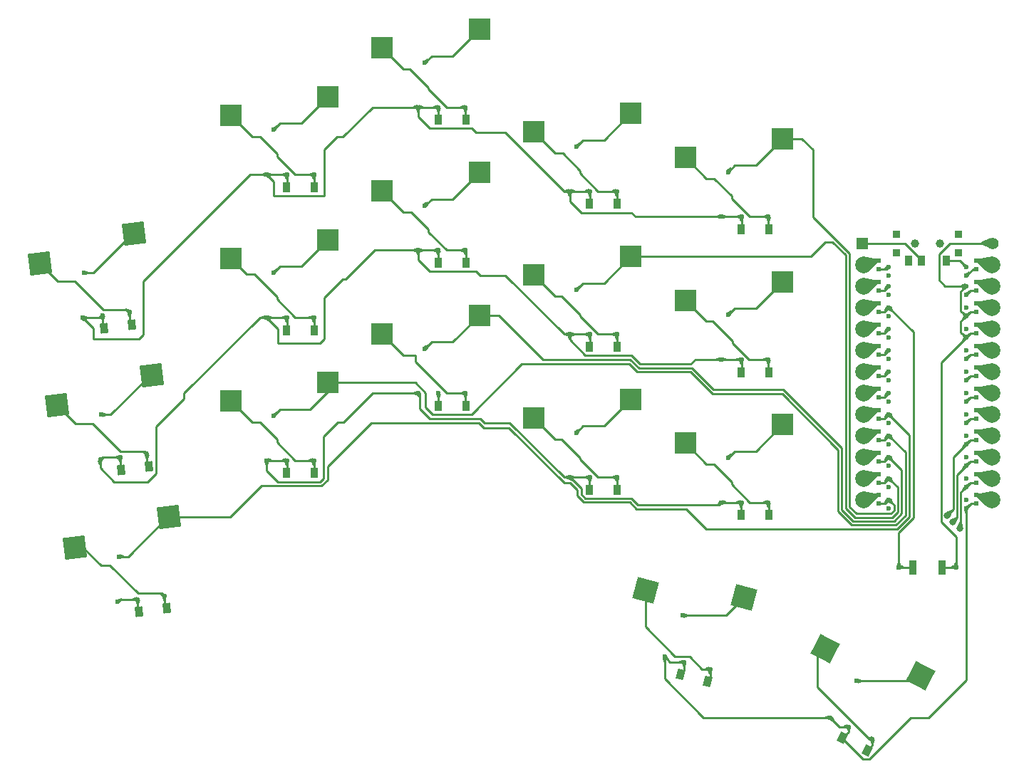
<source format=gbr>
%TF.GenerationSoftware,KiCad,Pcbnew,7.0.11*%
%TF.CreationDate,2024-03-07T19:05:48+13:00*%
%TF.ProjectId,socius-choc-v1,736f6369-7573-42d6-9368-6f632d76312e,v1.0.0*%
%TF.SameCoordinates,Original*%
%TF.FileFunction,Copper,L1,Top*%
%TF.FilePolarity,Positive*%
%FSLAX46Y46*%
G04 Gerber Fmt 4.6, Leading zero omitted, Abs format (unit mm)*
G04 Created by KiCad (PCBNEW 7.0.11) date 2024-03-07 19:05:48*
%MOMM*%
%LPD*%
G01*
G04 APERTURE LIST*
G04 Aperture macros list*
%AMRotRect*
0 Rectangle, with rotation*
0 The origin of the aperture is its center*
0 $1 length*
0 $2 width*
0 $3 Rotation angle, in degrees counterclockwise*
0 Add horizontal line*
21,1,$1,$2,0,0,$3*%
G04 Aperture macros list end*
%TA.AperFunction,SMDPad,CuDef*%
%ADD10R,2.600000X2.600000*%
%TD*%
%TA.AperFunction,SMDPad,CuDef*%
%ADD11R,0.900000X1.700000*%
%TD*%
%TA.AperFunction,ComponentPad*%
%ADD12C,0.600000*%
%TD*%
%TA.AperFunction,SMDPad,CuDef*%
%ADD13RotRect,2.600000X2.600000X333.000000*%
%TD*%
%TA.AperFunction,SMDPad,CuDef*%
%ADD14RotRect,2.600000X2.600000X345.000000*%
%TD*%
%TA.AperFunction,SMDPad,CuDef*%
%ADD15R,0.900000X1.200000*%
%TD*%
%TA.AperFunction,SMDPad,CuDef*%
%ADD16RotRect,0.900000X1.200000X345.000000*%
%TD*%
%TA.AperFunction,SMDPad,CuDef*%
%ADD17R,0.900000X0.900000*%
%TD*%
%TA.AperFunction,WasherPad*%
%ADD18C,1.000000*%
%TD*%
%TA.AperFunction,SMDPad,CuDef*%
%ADD19R,0.900000X1.250000*%
%TD*%
%TA.AperFunction,ComponentPad*%
%ADD20C,2.000000*%
%TD*%
%TA.AperFunction,ConnectorPad*%
%ADD21R,0.600000X0.600000*%
%TD*%
%TA.AperFunction,ComponentPad*%
%ADD22R,1.400000X1.400000*%
%TD*%
%TA.AperFunction,ComponentPad*%
%ADD23C,1.400000*%
%TD*%
%TA.AperFunction,SMDPad,CuDef*%
%ADD24RotRect,0.900000X1.200000X7.000000*%
%TD*%
%TA.AperFunction,SMDPad,CuDef*%
%ADD25RotRect,2.600000X2.600000X7.000000*%
%TD*%
%TA.AperFunction,SMDPad,CuDef*%
%ADD26RotRect,0.900000X1.200000X333.000000*%
%TD*%
%TA.AperFunction,ViaPad*%
%ADD27C,0.800000*%
%TD*%
%TA.AperFunction,Conductor*%
%ADD28C,0.250000*%
%TD*%
G04 APERTURE END LIST*
D10*
%TO.P,S13,1*%
%TO.N,COL4*%
X235419752Y-142716967D03*
%TO.P,S13,2*%
%TO.N,inner_bottom*%
X223869752Y-144916967D03*
%TD*%
D11*
%TO.P,,1*%
%TO.N,GND*%
X254344752Y-159666967D03*
%TO.P,,2*%
%TO.N,RST*%
X250944752Y-159666967D03*
%TD*%
D12*
%TO.P,REF\u002A\u002A,1*%
%TO.N,GND*%
X256044752Y-159666967D03*
%TD*%
D13*
%TO.P,S17,1*%
%TO.N,COL4*%
X251806752Y-172609015D03*
%TO.P,S17,2*%
%TO.N,outer_sole*%
X240516847Y-169325639D03*
%TD*%
D12*
%TO.P,REF\u002A\u002A,1*%
%TO.N,RST*%
X249244752Y-159666967D03*
%TD*%
%TO.P,REF\u002A\u002A,1*%
%TO.N,ROW3*%
X221426946Y-170319246D03*
%TD*%
D10*
%TO.P,S10,1*%
%TO.N,COL3*%
X217419752Y-139716967D03*
%TO.P,S10,2*%
%TO.N,index_bottom*%
X205869752Y-141916967D03*
%TD*%
D12*
%TO.P,REF\u002A\u002A,1*%
%TO.N,inner_sole*%
X226836131Y-171768633D03*
%TD*%
D14*
%TO.P,S16,1*%
%TO.N,COL3*%
X230848132Y-163267341D03*
%TO.P,S16,2*%
%TO.N,inner_sole*%
X219122287Y-162403018D03*
%TD*%
D12*
%TO.P,REF\u002A\u002A,1*%
%TO.N,COL3*%
X223571428Y-165406894D03*
%TD*%
D15*
%TO.P,D13,1*%
%TO.N,ROW2*%
X230494752Y-153466967D03*
%TO.P,D13,2*%
%TO.N,inner_bottom*%
X233794752Y-153466967D03*
%TD*%
D12*
%TO.P,REF\u002A\u002A,1*%
%TO.N,COL4*%
X244244222Y-173188902D03*
%TD*%
%TO.P,REF\u002A\u002A,1*%
%TO.N,ROW3*%
X223745168Y-170940412D03*
%TD*%
D16*
%TO.P,D16,1*%
%TO.N,ROW3*%
X223308643Y-172376360D03*
%TO.P,D16,2*%
%TO.N,inner_sole*%
X226496199Y-173230462D03*
%TD*%
D10*
%TO.P,S7,1*%
%TO.N,COL2*%
X199419752Y-129716967D03*
%TO.P,S7,2*%
%TO.N,middle_bottom*%
X187869752Y-131916967D03*
%TD*%
D17*
%TO.P,T1,*%
%TO.N,*%
X248944752Y-120066967D03*
X248944752Y-122266967D03*
D18*
X251144752Y-121166967D03*
X254144752Y-121166967D03*
D17*
X256344752Y-120066967D03*
X256344752Y-122266967D03*
D19*
%TO.P,T1,1*%
%TO.N,RAW*%
X254894752Y-123241967D03*
%TO.P,T1,2*%
%TO.N,POSITIVE*%
X251894752Y-123241967D03*
%TO.P,T1,3*%
%TO.N,N/C*%
X250394752Y-123241967D03*
%TD*%
D10*
%TO.P,S6,1*%
%TO.N,COL1*%
X181419752Y-103716967D03*
%TO.P,S6,2*%
%TO.N,ring_top*%
X169869752Y-105916967D03*
%TD*%
D12*
%TO.P,REF\u002A\u002A,1*%
%TO.N,VCC*%
X248044752Y-131296967D03*
%TD*%
%TO.P,REF\u002A\u002A,1*%
%TO.N,COL4*%
X257244752Y-151616967D03*
%TD*%
%TO.P,REF\u002A\u002A,1*%
%TO.N,middle_bottom*%
X197744752Y-138966967D03*
%TD*%
D15*
%TO.P,D12,1*%
%TO.N,ROW0*%
X212494752Y-116466967D03*
%TO.P,D12,2*%
%TO.N,index_top*%
X215794752Y-116466967D03*
%TD*%
D12*
%TO.P,REF\u002A\u002A,1*%
%TO.N,SCK*%
X248044752Y-137426967D03*
%TD*%
%TO.P,REF\u002A\u002A,1*%
%TO.N,inner_home*%
X233744752Y-134966967D03*
%TD*%
%TO.P,REF\u002A\u002A,1*%
%TO.N,ring_top*%
X179744752Y-112966967D03*
%TD*%
%TO.P,REF\u002A\u002A,1*%
%TO.N,ROW2*%
X230544752Y-151966967D03*
%TD*%
%TO.P,REF\u002A\u002A,1*%
%TO.N,ROW3*%
X241125268Y-177548044D03*
%TD*%
%TO.P,REF\u002A\u002A,1*%
%TO.N,ROW2*%
X176544752Y-146966967D03*
%TD*%
%TO.P,REF\u002A\u002A,1*%
%TO.N,P0*%
X248044752Y-127266967D03*
%TD*%
%TO.P,REF\u002A\u002A,1*%
%TO.N,inner_bottom*%
X233744752Y-151966967D03*
%TD*%
%TO.P,REF\u002A\u002A,1*%
%TO.N,ROW0*%
X212544752Y-114966967D03*
%TD*%
%TO.P,REF\u002A\u002A,1*%
%TO.N,SCK*%
X257244752Y-137426967D03*
%TD*%
%TO.P,REF\u002A\u002A,1*%
%TO.N,GND*%
X257244752Y-132346967D03*
%TD*%
%TO.P,REF\u002A\u002A,1*%
%TO.N,P21*%
X248044752Y-133836967D03*
%TD*%
%TO.P,REF\u002A\u002A,1*%
%TO.N,P19*%
X257244752Y-138916967D03*
%TD*%
D15*
%TO.P,D11,1*%
%TO.N,ROW1*%
X212494752Y-133466967D03*
%TO.P,D11,2*%
%TO.N,index_home*%
X215794752Y-133466967D03*
%TD*%
D12*
%TO.P,REF\u002A\u002A,1*%
%TO.N,COL1*%
X248044752Y-143996967D03*
%TD*%
%TO.P,REF\u002A\u002A,1*%
%TO.N,ROW1*%
X156742316Y-146597109D03*
%TD*%
%TO.P,REF\u002A\u002A,1*%
%TO.N,ROW1*%
X230544752Y-134966967D03*
%TD*%
%TO.P,REF\u002A\u002A,1*%
%TO.N,pinky_top*%
X157846685Y-129333842D03*
%TD*%
%TO.P,REF\u002A\u002A,1*%
%TO.N,P20*%
X248044752Y-136376967D03*
%TD*%
%TO.P,REF\u002A\u002A,1*%
%TO.N,ROW0*%
X154670537Y-129723824D03*
%TD*%
%TO.P,REF\u002A\u002A,1*%
%TO.N,middle_top*%
X197744752Y-104966967D03*
%TD*%
D10*
%TO.P,S9,1*%
%TO.N,COL2*%
X199419752Y-95716967D03*
%TO.P,S9,2*%
%TO.N,middle_top*%
X187869752Y-97916967D03*
%TD*%
%TO.P,S11,1*%
%TO.N,COL3*%
X217419752Y-122716967D03*
%TO.P,S11,2*%
%TO.N,index_home*%
X205869752Y-124916967D03*
%TD*%
D12*
%TO.P,REF\u002A\u002A,1*%
%TO.N,COL1*%
X257244752Y-143996967D03*
%TD*%
%TO.P,REF\u002A\u002A,1*%
%TO.N,ROW2*%
X212544752Y-148966967D03*
%TD*%
%TO.P,REF\u002A\u002A,1*%
%TO.N,ring_bottom*%
X179744752Y-146966967D03*
%TD*%
%TO.P,REF\u002A\u002A,1*%
%TO.N,GND*%
X257244752Y-129806967D03*
%TD*%
%TO.P,REF\u002A\u002A,1*%
%TO.N,COL1*%
X174944752Y-107666967D03*
%TD*%
D15*
%TO.P,D4,1*%
%TO.N,ROW2*%
X176494752Y-148466967D03*
%TO.P,D4,2*%
%TO.N,ring_bottom*%
X179794752Y-148466967D03*
%TD*%
D12*
%TO.P,REF\u002A\u002A,1*%
%TO.N,middle_home*%
X197744752Y-121966967D03*
%TD*%
D20*
%TO.P,MCU1,24*%
%TO.N,ROW3*%
X260264752Y-151636967D03*
%TO.P,MCU1,23*%
%TO.N,ROW2*%
X260264752Y-149096967D03*
%TO.P,MCU1,22*%
%TO.N,ROW1*%
X260264752Y-146556967D03*
%TO.P,MCU1,21*%
%TO.N,ROW0*%
X260264752Y-144016967D03*
%TO.P,MCU1,20*%
%TO.N,P5*%
X260264752Y-141476967D03*
%TO.P,MCU1,19*%
%TO.N,P4*%
X260264752Y-138936967D03*
%TO.P,MCU1,18*%
%TO.N,SCK*%
X260264752Y-136396967D03*
%TO.P,MCU1,17*%
%TO.N,MOSI*%
X260264752Y-133856967D03*
%TO.P,MCU1,16*%
%TO.N,GND*%
X260264752Y-131316967D03*
%TO.P,MCU1,15*%
X260264752Y-128776967D03*
%TO.P,MCU1,14*%
%TO.N,P0*%
X260264752Y-126236967D03*
%TO.P,MCU1,13*%
%TO.N,CS*%
X260264752Y-123696967D03*
%TO.P,MCU1,12*%
%TO.N,COL4*%
X245024752Y-151636967D03*
%TO.P,MCU1,11*%
%TO.N,COL3*%
X245024752Y-149096967D03*
%TO.P,MCU1,10*%
%TO.N,COL2*%
X245024752Y-146556967D03*
%TO.P,MCU1,9*%
%TO.N,COL1*%
X245024752Y-144016967D03*
%TO.P,MCU1,8*%
%TO.N,COL0*%
X245024752Y-141476967D03*
%TO.P,MCU1,7*%
%TO.N,P19*%
X245024752Y-138936967D03*
%TO.P,MCU1,6*%
%TO.N,P20*%
X245024752Y-136396967D03*
%TO.P,MCU1,5*%
%TO.N,P21*%
X245024752Y-133856967D03*
%TO.P,MCU1,4*%
%TO.N,VCC*%
X245024752Y-131316967D03*
%TO.P,MCU1,3*%
%TO.N,RST*%
X245024752Y-128776967D03*
%TO.P,MCU1,2*%
%TO.N,GND*%
X245024752Y-126236967D03*
%TO.P,MCU1,1*%
%TO.N,RAW*%
X245024752Y-123696967D03*
D21*
%TO.P,MCU1,*%
%TO.N,COL4*%
X246844752Y-152096967D03*
%TO.N,ROW3*%
X258444752Y-152096967D03*
%TO.N,COL4*%
X246844752Y-151096967D03*
%TO.N,ROW3*%
X258444752Y-151096967D03*
%TO.N,COL3*%
X246844752Y-149596967D03*
%TO.N,ROW2*%
X258444752Y-149596967D03*
%TO.N,COL3*%
X246844752Y-148596967D03*
%TO.N,ROW2*%
X258444752Y-148596967D03*
%TO.N,COL2*%
X246844752Y-147056967D03*
%TO.N,ROW1*%
X258444752Y-147056967D03*
%TO.N,COL2*%
X246844752Y-146056967D03*
%TO.N,ROW1*%
X258444752Y-146056967D03*
%TO.N,COL1*%
X246844752Y-144516967D03*
%TO.N,ROW0*%
X258444752Y-144516967D03*
%TO.N,COL1*%
X246844752Y-143516967D03*
%TO.N,ROW0*%
X258444752Y-143516967D03*
%TO.N,COL0*%
X246844752Y-141976967D03*
%TO.N,P5*%
X258444752Y-141976967D03*
%TO.N,COL0*%
X246844752Y-140976967D03*
%TO.N,P5*%
X258444752Y-140976967D03*
%TO.N,P19*%
X246844752Y-139436967D03*
%TO.N,P4*%
X258444752Y-139436967D03*
%TO.N,P19*%
X246844752Y-138436967D03*
%TO.N,P4*%
X258444752Y-138436967D03*
%TO.N,P20*%
X246844752Y-136896967D03*
%TO.N,SCK*%
X258444752Y-136896967D03*
%TO.N,P20*%
X246844752Y-135896967D03*
%TO.N,SCK*%
X258444752Y-135896967D03*
%TO.N,P21*%
X246844752Y-134356967D03*
%TO.N,MOSI*%
X258444752Y-134356967D03*
%TO.N,P21*%
X246844752Y-133356967D03*
%TO.N,MOSI*%
X258444752Y-133356967D03*
%TO.N,VCC*%
X246844752Y-131816967D03*
%TO.N,GND*%
X258444752Y-131816967D03*
%TO.N,VCC*%
X246844752Y-130816967D03*
%TO.N,GND*%
X258444752Y-130816967D03*
%TO.N,RST*%
X246844752Y-129276967D03*
%TO.N,GND*%
X258444752Y-129276967D03*
%TO.N,RST*%
X246844752Y-128276967D03*
%TO.N,GND*%
X258444752Y-128276967D03*
X246844752Y-126736967D03*
%TO.N,P0*%
X258444752Y-126736967D03*
%TO.N,GND*%
X246844752Y-125736967D03*
%TO.N,P0*%
X258444752Y-125736967D03*
%TO.N,RAW*%
X246844752Y-124196967D03*
%TO.N,CS*%
X258444752Y-124196967D03*
%TO.N,RAW*%
X246844752Y-123196967D03*
%TO.N,CS*%
X258444752Y-123196967D03*
%TD*%
D12*
%TO.P,REF\u002A\u002A,1*%
%TO.N,COL3*%
X210944752Y-109666967D03*
%TD*%
%TO.P,REF\u002A\u002A,1*%
%TO.N,COL3*%
X210944752Y-126666967D03*
%TD*%
%TO.P,REF\u002A\u002A,1*%
%TO.N,COL1*%
X174944752Y-124666967D03*
%TD*%
%TO.P,REF\u002A\u002A,1*%
%TO.N,COL3*%
X210944752Y-143666967D03*
%TD*%
%TO.P,REF\u002A\u002A,1*%
%TO.N,ROW2*%
X194544752Y-138966967D03*
%TD*%
D10*
%TO.P,S15,1*%
%TO.N,COL4*%
X235419752Y-108716967D03*
%TO.P,S15,2*%
%TO.N,inner_top*%
X223869752Y-110916967D03*
%TD*%
D12*
%TO.P,REF\u002A\u002A,1*%
%TO.N,COL1*%
X174944752Y-141666967D03*
%TD*%
%TO.P,REF\u002A\u002A,1*%
%TO.N,pinky_home*%
X159918464Y-146207127D03*
%TD*%
%TO.P,REF\u002A\u002A,1*%
%TO.N,ROW3*%
X248044752Y-152666967D03*
%TD*%
D15*
%TO.P,D8,1*%
%TO.N,ROW1*%
X194494752Y-123466967D03*
%TO.P,D8,2*%
%TO.N,middle_home*%
X197794752Y-123466967D03*
%TD*%
D12*
%TO.P,REF\u002A\u002A,1*%
%TO.N,COL3*%
X257244752Y-149076967D03*
%TD*%
%TO.P,REF\u002A\u002A,1*%
%TO.N,RST*%
X248044752Y-128756967D03*
%TD*%
%TO.P,REF\u002A\u002A,1*%
%TO.N,P5*%
X257244752Y-142506967D03*
%TD*%
%TO.P,REF\u002A\u002A,1*%
%TO.N,COL0*%
X248044752Y-141456967D03*
%TD*%
%TO.P,REF\u002A\u002A,1*%
%TO.N,COL4*%
X228944752Y-112666967D03*
%TD*%
%TO.P,REF\u002A\u002A,1*%
%TO.N,COL2*%
X192944752Y-133666967D03*
%TD*%
%TO.P,REF\u002A\u002A,1*%
%TO.N,COL2*%
X192944752Y-116666967D03*
%TD*%
%TO.P,REF\u002A\u002A,1*%
%TO.N,ROW0*%
X248044752Y-145046967D03*
%TD*%
%TO.P,REF\u002A\u002A,1*%
%TO.N,COL0*%
X154508335Y-141531605D03*
%TD*%
D22*
%TO.P,,1*%
%TO.N,POSITIVE*%
X244894752Y-121166967D03*
D23*
%TO.P,,2*%
%TO.N,GND*%
X260394752Y-121166967D03*
%TD*%
D12*
%TO.P,REF\u002A\u002A,1*%
%TO.N,COL4*%
X228944752Y-146666967D03*
%TD*%
%TO.P,REF\u002A\u002A,1*%
%TO.N,index_bottom*%
X215744752Y-148966967D03*
%TD*%
D10*
%TO.P,S4,1*%
%TO.N,COL1*%
X181419752Y-137716967D03*
%TO.P,S4,2*%
%TO.N,ring_bottom*%
X169869752Y-139916967D03*
%TD*%
D12*
%TO.P,REF\u002A\u002A,1*%
%TO.N,MOSI*%
X248044752Y-134886967D03*
%TD*%
D15*
%TO.P,D7,1*%
%TO.N,ROW2*%
X194494752Y-140466967D03*
%TO.P,D7,2*%
%TO.N,middle_bottom*%
X197794752Y-140466967D03*
%TD*%
D12*
%TO.P,REF\u002A\u002A,1*%
%TO.N,ROW0*%
X194544752Y-104966967D03*
%TD*%
D24*
%TO.P,D3,1*%
%TO.N,ROW0*%
X154803714Y-131218736D03*
%TO.P,D3,2*%
%TO.N,pinky_top*%
X158079116Y-130816568D03*
%TD*%
%TO.P,D1,1*%
%TO.N,ROW2*%
X158947272Y-164965306D03*
%TO.P,D1,2*%
%TO.N,pinky_bottom*%
X162222674Y-164563138D03*
%TD*%
D10*
%TO.P,S5,1*%
%TO.N,COL1*%
X181419752Y-120716967D03*
%TO.P,S5,2*%
%TO.N,ring_home*%
X169869752Y-122916967D03*
%TD*%
D12*
%TO.P,REF\u002A\u002A,1*%
%TO.N,P0*%
X257244752Y-127266967D03*
%TD*%
%TO.P,REF\u002A\u002A,1*%
%TO.N,ROW1*%
X194544752Y-121966967D03*
%TD*%
D25*
%TO.P,S1,1*%
%TO.N,COL0*%
X162525466Y-153695228D03*
%TO.P,S1,2*%
%TO.N,pinky_bottom*%
X151329671Y-157286421D03*
%TD*%
D12*
%TO.P,REF\u002A\u002A,1*%
%TO.N,P19*%
X248044752Y-138916967D03*
%TD*%
%TO.P,REF\u002A\u002A,1*%
%TO.N,ROW3*%
X243263683Y-178637622D03*
%TD*%
%TO.P,REF\u002A\u002A,1*%
%TO.N,ROW0*%
X152288427Y-130016311D03*
%TD*%
%TO.P,REF\u002A\u002A,1*%
%TO.N,pinky_bottom*%
X161990243Y-163080411D03*
%TD*%
%TO.P,REF\u002A\u002A,1*%
%TO.N,COL0*%
X156580114Y-158404890D03*
%TD*%
%TO.P,REF\u002A\u002A,1*%
%TO.N,P4*%
X248044752Y-139966967D03*
%TD*%
%TO.P,REF\u002A\u002A,1*%
%TO.N,GND*%
X248044752Y-132346967D03*
%TD*%
%TO.P,REF\u002A\u002A,1*%
%TO.N,ring_home*%
X179744752Y-129966967D03*
%TD*%
%TO.P,REF\u002A\u002A,1*%
%TO.N,COL2*%
X192944752Y-99666967D03*
%TD*%
%TO.P,REF\u002A\u002A,1*%
%TO.N,ROW1*%
X154360205Y-146889595D03*
%TD*%
%TO.P,REF\u002A\u002A,1*%
%TO.N,GND*%
X257244752Y-126216967D03*
%TD*%
%TO.P,REF\u002A\u002A,1*%
%TO.N,ROW1*%
X248044752Y-147586967D03*
%TD*%
%TO.P,REF\u002A\u002A,1*%
%TO.N,ROW0*%
X174144752Y-112966967D03*
%TD*%
%TO.P,REF\u002A\u002A,1*%
%TO.N,COL0*%
X257244752Y-141456967D03*
%TD*%
%TO.P,REF\u002A\u002A,1*%
%TO.N,ROW1*%
X176544752Y-129966967D03*
%TD*%
%TO.P,REF\u002A\u002A,1*%
%TO.N,ROW2*%
X158814095Y-163470393D03*
%TD*%
%TO.P,REF\u002A\u002A,1*%
%TO.N,P5*%
X248044752Y-142506967D03*
%TD*%
D10*
%TO.P,S12,1*%
%TO.N,COL3*%
X217419752Y-105716967D03*
%TO.P,S12,2*%
%TO.N,index_top*%
X205869752Y-107916967D03*
%TD*%
D12*
%TO.P,REF\u002A\u002A,1*%
%TO.N,ROW2*%
X174144752Y-146966967D03*
%TD*%
%TO.P,REF\u002A\u002A,1*%
%TO.N,ROW2*%
X192144752Y-138966967D03*
%TD*%
D15*
%TO.P,D6,1*%
%TO.N,ROW0*%
X176494752Y-114466967D03*
%TO.P,D6,2*%
%TO.N,ring_top*%
X179794752Y-114466967D03*
%TD*%
D12*
%TO.P,REF\u002A\u002A,1*%
%TO.N,ROW1*%
X228144752Y-134966967D03*
%TD*%
D15*
%TO.P,D14,1*%
%TO.N,ROW1*%
X230494752Y-136466967D03*
%TO.P,D14,2*%
%TO.N,inner_home*%
X233794752Y-136466967D03*
%TD*%
D12*
%TO.P,REF\u002A\u002A,1*%
%TO.N,ROW0*%
X210144752Y-114966967D03*
%TD*%
D25*
%TO.P,S3,1*%
%TO.N,COL0*%
X158381908Y-119948659D03*
%TO.P,S3,2*%
%TO.N,pinky_top*%
X147186113Y-123539852D03*
%TD*%
D12*
%TO.P,REF\u002A\u002A,1*%
%TO.N,ROW0*%
X192144752Y-104966967D03*
%TD*%
%TO.P,REF\u002A\u002A,1*%
%TO.N,P21*%
X257244752Y-133836967D03*
%TD*%
%TO.P,REF\u002A\u002A,1*%
%TO.N,ROW0*%
X176544752Y-112966967D03*
%TD*%
D24*
%TO.P,D2,1*%
%TO.N,ROW1*%
X156875493Y-148092021D03*
%TO.P,D2,2*%
%TO.N,pinky_home*%
X160150895Y-147689853D03*
%TD*%
D12*
%TO.P,REF\u002A\u002A,1*%
%TO.N,inner_top*%
X233744752Y-117966967D03*
%TD*%
D15*
%TO.P,D9,1*%
%TO.N,ROW0*%
X194494752Y-106466967D03*
%TO.P,D9,2*%
%TO.N,middle_top*%
X197794752Y-106466967D03*
%TD*%
D12*
%TO.P,REF\u002A\u002A,1*%
%TO.N,CS*%
X248044752Y-125016967D03*
%TD*%
%TO.P,REF\u002A\u002A,1*%
%TO.N,ROW0*%
X228144752Y-117966967D03*
%TD*%
%TO.P,REF\u002A\u002A,1*%
%TO.N,ROW3*%
X257244752Y-152666967D03*
%TD*%
D26*
%TO.P,D17,1*%
%TO.N,ROW3*%
X242538147Y-179951432D03*
%TO.P,D17,2*%
%TO.N,outer_sole*%
X245478469Y-181449600D03*
%TD*%
D12*
%TO.P,REF\u002A\u002A,1*%
%TO.N,ROW1*%
X212544752Y-131966967D03*
%TD*%
%TO.P,REF\u002A\u002A,1*%
%TO.N,GND*%
X248044752Y-126216967D03*
%TD*%
%TO.P,REF\u002A\u002A,1*%
%TO.N,RAW*%
X248044752Y-123966967D03*
%TD*%
%TO.P,REF\u002A\u002A,1*%
%TO.N,COL4*%
X228944752Y-129666967D03*
%TD*%
%TO.P,REF\u002A\u002A,1*%
%TO.N,GND*%
X248044752Y-129806967D03*
%TD*%
%TO.P,REF\u002A\u002A,1*%
%TO.N,RST*%
X257244752Y-128756967D03*
%TD*%
%TO.P,REF\u002A\u002A,1*%
%TO.N,COL3*%
X248044752Y-149076967D03*
%TD*%
%TO.P,REF\u002A\u002A,1*%
%TO.N,index_top*%
X215744752Y-114966967D03*
%TD*%
%TO.P,REF\u002A\u002A,1*%
%TO.N,P20*%
X257244752Y-136376967D03*
%TD*%
%TO.P,REF\u002A\u002A,1*%
%TO.N,ROW2*%
X156431984Y-163762880D03*
%TD*%
%TO.P,REF\u002A\u002A,1*%
%TO.N,VCC*%
X257244752Y-131296967D03*
%TD*%
%TO.P,REF\u002A\u002A,1*%
%TO.N,CS*%
X257244752Y-125016967D03*
%TD*%
%TO.P,REF\u002A\u002A,1*%
%TO.N,COL0*%
X152436556Y-124658320D03*
%TD*%
D15*
%TO.P,D5,1*%
%TO.N,ROW1*%
X176494752Y-131466967D03*
%TO.P,D5,2*%
%TO.N,ring_home*%
X179794752Y-131466967D03*
%TD*%
D12*
%TO.P,REF\u002A\u002A,1*%
%TO.N,COL4*%
X248044752Y-151616967D03*
%TD*%
%TO.P,REF\u002A\u002A,1*%
%TO.N,COL2*%
X257244752Y-146536967D03*
%TD*%
D15*
%TO.P,D15,1*%
%TO.N,ROW0*%
X230494752Y-119466967D03*
%TO.P,D15,2*%
%TO.N,inner_top*%
X233794752Y-119466967D03*
%TD*%
D12*
%TO.P,REF\u002A\u002A,1*%
%TO.N,ROW1*%
X257244752Y-147586967D03*
%TD*%
%TO.P,REF\u002A\u002A,1*%
%TO.N,RAW*%
X257244752Y-123966967D03*
%TD*%
D25*
%TO.P,S2,1*%
%TO.N,COL0*%
X160453687Y-136821943D03*
%TO.P,S2,2*%
%TO.N,pinky_home*%
X149257892Y-140413136D03*
%TD*%
D12*
%TO.P,REF\u002A\u002A,1*%
%TO.N,P4*%
X257244752Y-139966967D03*
%TD*%
%TO.P,REF\u002A\u002A,1*%
%TO.N,MOSI*%
X257244752Y-134886967D03*
%TD*%
D15*
%TO.P,D10,1*%
%TO.N,ROW2*%
X212494752Y-150466967D03*
%TO.P,D10,2*%
%TO.N,index_bottom*%
X215794752Y-150466967D03*
%TD*%
D10*
%TO.P,S14,1*%
%TO.N,COL4*%
X235419752Y-125716967D03*
%TO.P,S14,2*%
%TO.N,inner_home*%
X223869752Y-127916967D03*
%TD*%
D12*
%TO.P,REF\u002A\u002A,1*%
%TO.N,ROW2*%
X210144752Y-148966967D03*
%TD*%
%TO.P,REF\u002A\u002A,1*%
%TO.N,index_home*%
X215744752Y-131966967D03*
%TD*%
%TO.P,REF\u002A\u002A,1*%
%TO.N,ROW0*%
X230544752Y-117966967D03*
%TD*%
D10*
%TO.P,S8,1*%
%TO.N,COL2*%
X199419752Y-112716967D03*
%TO.P,S8,2*%
%TO.N,middle_home*%
X187869752Y-114916967D03*
%TD*%
D12*
%TO.P,REF\u002A\u002A,1*%
%TO.N,ROW2*%
X257244752Y-150126967D03*
%TD*%
%TO.P,REF\u002A\u002A,1*%
%TO.N,ROW2*%
X228144752Y-151966967D03*
%TD*%
%TO.P,REF\u002A\u002A,1*%
%TO.N,ROW1*%
X210144752Y-131966967D03*
%TD*%
%TO.P,REF\u002A\u002A,1*%
%TO.N,COL2*%
X248044752Y-146536967D03*
%TD*%
%TO.P,REF\u002A\u002A,1*%
%TO.N,ROW0*%
X257244752Y-145046967D03*
%TD*%
%TO.P,REF\u002A\u002A,1*%
%TO.N,ROW2*%
X248044752Y-150126967D03*
%TD*%
%TO.P,REF\u002A\u002A,1*%
%TO.N,ROW1*%
X192144752Y-121966967D03*
%TD*%
%TO.P,REF\u002A\u002A,1*%
%TO.N,ROW1*%
X174144752Y-129966967D03*
%TD*%
%TO.P,REF\u002A\u002A,1*%
%TO.N,outer_sole*%
X246114904Y-180090391D03*
%TD*%
D27*
%TO.N,ROW0*%
X255000000Y-153500000D03*
%TO.N,ROW1*%
X255630814Y-154275937D03*
%TO.N,ROW2*%
X256500000Y-155000000D03*
%TD*%
D28*
%TO.N,ROW0*%
X217500000Y-117500000D02*
X217991967Y-117991967D01*
X217991967Y-117991967D02*
X228119752Y-117991967D01*
X228119752Y-117991967D02*
X228144752Y-117966967D01*
%TO.N,COL0*%
X162525466Y-153695228D02*
X169804772Y-153695228D01*
X173500000Y-150000000D02*
X180636396Y-150000000D01*
X180636396Y-150000000D02*
X181369752Y-149266644D01*
X181369752Y-149266644D02*
X181369752Y-147675652D01*
X211813604Y-151950000D02*
X217313604Y-151950000D01*
X169804772Y-153695228D02*
X173500000Y-150000000D01*
X199363604Y-142500000D02*
X199931802Y-143068198D01*
X211000000Y-150500000D02*
X211000000Y-151136396D01*
X250487347Y-152987348D02*
X250500000Y-152974695D01*
X211000000Y-151136396D02*
X211813604Y-151950000D01*
X199931802Y-143068198D02*
X202931802Y-143068198D01*
X250487347Y-153653840D02*
X250487347Y-152987348D01*
X181369752Y-147675652D02*
X186545404Y-142500000D01*
X217313604Y-151950000D02*
X218080571Y-152716967D01*
X209505571Y-149641967D02*
X210141967Y-149641967D01*
X218080571Y-152716967D02*
X224000000Y-152716967D01*
X210141967Y-149641967D02*
X211000000Y-150500000D01*
X224000000Y-152716967D02*
X226375001Y-155091967D01*
X226375001Y-155091967D02*
X249049220Y-155091967D01*
X249049220Y-155091967D02*
X250487347Y-153653840D01*
X186545404Y-142500000D02*
X199363604Y-142500000D01*
X202931802Y-143068198D02*
X209505571Y-149641967D01*
X250500000Y-152974695D02*
X250500000Y-143912215D01*
X250500000Y-143912215D02*
X248044752Y-141456967D01*
%TO.N,ROW2*%
X210144752Y-148966967D02*
X209466967Y-148966967D01*
X209466967Y-148966967D02*
X203000000Y-142500000D01*
X199500000Y-142000000D02*
X193500000Y-142000000D01*
X203000000Y-142500000D02*
X200000000Y-142500000D01*
X200000000Y-142500000D02*
X199500000Y-142000000D01*
X192319752Y-140819752D02*
X192319752Y-139141967D01*
X193500000Y-142000000D02*
X192319752Y-140819752D01*
X192319752Y-139141967D02*
X192144752Y-138966967D01*
%TO.N,COL4*%
X248044752Y-151616967D02*
X248669752Y-152241967D01*
X248303636Y-153291967D02*
X244201155Y-153291967D01*
X248669752Y-152241967D02*
X248669752Y-152925851D01*
X248669752Y-152925851D02*
X248303636Y-153291967D01*
X244201155Y-153291967D02*
X243381802Y-152472614D01*
X243381802Y-122381802D02*
X239019752Y-118019752D01*
X243381802Y-152472614D02*
X243381802Y-122381802D01*
X239019752Y-118019752D02*
X239019752Y-110019752D01*
X237716967Y-108716967D02*
X235419752Y-108716967D01*
X239019752Y-110019752D02*
X237716967Y-108716967D01*
%TO.N,COL3*%
X217419752Y-122716967D02*
X238783033Y-122716967D01*
X249119752Y-150151967D02*
X248044752Y-149076967D01*
X238783033Y-122716967D02*
X240500000Y-121000000D01*
X242931802Y-152659010D02*
X244014759Y-153741967D01*
X248490032Y-153741967D02*
X249119752Y-153112247D01*
X240500000Y-121000000D02*
X241363604Y-121000000D01*
X241363604Y-121000000D02*
X242931802Y-122568198D01*
X242931802Y-122568198D02*
X242931802Y-152659010D01*
X244014759Y-153741967D02*
X248490032Y-153741967D01*
X249119752Y-153112247D02*
X249119752Y-150151967D01*
%TO.N,COL2*%
X199419752Y-129716967D02*
X201716967Y-129716967D01*
X242481802Y-145500000D02*
X242481802Y-152845406D01*
X206991967Y-134991967D02*
X217271637Y-134991967D01*
X242481802Y-152845406D02*
X243828363Y-154191967D01*
X217313604Y-134950000D02*
X218363604Y-136000000D01*
X201716967Y-129716967D02*
X206991967Y-134991967D01*
X218363604Y-136000000D02*
X224666084Y-136000000D01*
X235481802Y-138500000D02*
X242481802Y-145500000D01*
X224666084Y-136000000D02*
X227166084Y-138500000D01*
X217271637Y-134991967D02*
X217313604Y-134950000D01*
X227166084Y-138500000D02*
X235481802Y-138500000D01*
X243828363Y-154191967D02*
X248676428Y-154191967D01*
X248676428Y-154191967D02*
X249569752Y-153298643D01*
X249569752Y-153298643D02*
X249569752Y-148061967D01*
X249569752Y-148061967D02*
X248044752Y-146536967D01*
%TO.N,COL1*%
X181419752Y-137716967D02*
X191778636Y-137716967D01*
X191778636Y-137716967D02*
X193000000Y-138938331D01*
X193000000Y-140672215D02*
X193827785Y-141500000D01*
X193000000Y-138938331D02*
X193000000Y-140672215D01*
X217227208Y-135500000D02*
X218177208Y-136450000D01*
X204461719Y-135500000D02*
X217227208Y-135500000D01*
X198461719Y-141500000D02*
X204461719Y-135500000D01*
X224479688Y-136450000D02*
X227106985Y-139077297D01*
X227106985Y-139077297D02*
X235422703Y-139077297D01*
X193827785Y-141500000D02*
X198461719Y-141500000D01*
X218177208Y-136450000D02*
X224479688Y-136450000D01*
X235422703Y-139077297D02*
X242031802Y-145686396D01*
X243641967Y-154641967D02*
X248862824Y-154641967D01*
X242031802Y-145686396D02*
X242031802Y-153031802D01*
X242031802Y-153031802D02*
X243641967Y-154641967D01*
X248862824Y-154641967D02*
X250019752Y-153485039D01*
X250019752Y-153485039D02*
X250019752Y-145971967D01*
X250019752Y-145971967D02*
X248044752Y-143996967D01*
%TO.N,ROW0*%
X255000000Y-153500000D02*
X255719752Y-152780248D01*
X255719752Y-152780248D02*
X255719752Y-146571967D01*
X255000000Y-153500000D02*
X255000000Y-153474695D01*
X255719752Y-146571967D02*
X257244752Y-145046967D01*
%TO.N,ROW1*%
X256169752Y-153736999D02*
X256169752Y-148661967D01*
X255630814Y-154275937D02*
X256169752Y-153736999D01*
X256169752Y-148661967D02*
X257244752Y-147586967D01*
%TO.N,GND*%
X254275000Y-154275000D02*
X254275000Y-153500000D01*
X254275000Y-153500000D02*
X254275000Y-135316719D01*
X256044752Y-159666967D02*
X256044752Y-156044752D01*
X256044752Y-156044752D02*
X254275000Y-154275000D01*
X254275000Y-135316719D02*
X257244752Y-132346967D01*
%TO.N,ROW2*%
X256619752Y-150751967D02*
X257244752Y-150126967D01*
X256619752Y-154880248D02*
X256619752Y-150751967D01*
X256500000Y-155000000D02*
X256619752Y-154880248D01*
%TO.N,ROW3*%
X257244752Y-152666967D02*
X257244752Y-173104220D01*
X257244752Y-173104220D02*
X252775844Y-177573128D01*
X245741648Y-182513500D02*
X245013500Y-182513500D01*
X252775844Y-177573128D02*
X250682020Y-177573128D01*
X250682020Y-177573128D02*
X245741648Y-182513500D01*
X245013500Y-182513500D02*
X242538147Y-180038147D01*
X242538147Y-180038147D02*
X242538147Y-179951432D01*
%TO.N,RST*%
X249244752Y-159666967D02*
X249244752Y-155532831D01*
X251000000Y-131712215D02*
X248044752Y-128756967D01*
X249244752Y-155532831D02*
X251000000Y-153777583D01*
X251000000Y-153777583D02*
X251000000Y-131712215D01*
%TO.N,ROW2*%
X210144752Y-148966967D02*
X211500000Y-150322215D01*
X211500000Y-150322215D02*
X211500000Y-151000000D01*
X211500000Y-151000000D02*
X212000000Y-151500000D01*
X212000000Y-151500000D02*
X217500000Y-151500000D01*
X217500000Y-151500000D02*
X218266967Y-152266967D01*
X227844752Y-152266967D02*
X228144752Y-151966967D01*
X218266967Y-152266967D02*
X227844752Y-152266967D01*
%TO.N,ROW3*%
X221426946Y-172926946D02*
X226048044Y-177548044D01*
X223745168Y-170940412D02*
X223745168Y-171939835D01*
X223745168Y-171939835D02*
X223308643Y-172376360D01*
X221426946Y-170319246D02*
X221426946Y-172926946D01*
X223745168Y-170940412D02*
X222048112Y-170940412D01*
X222048112Y-170940412D02*
X221426946Y-170319246D01*
%TO.N,GND*%
X254344752Y-159666967D02*
X256044752Y-159666967D01*
%TO.N,RST*%
X249244752Y-159666967D02*
X250944752Y-159666967D01*
%TO.N,ROW2*%
X230494752Y-153466967D02*
X230494752Y-152016967D01*
%TO.N,COL4*%
X251226865Y-173188902D02*
X244244222Y-173188902D01*
X251806752Y-172609015D02*
X251226865Y-173188902D01*
%TO.N,inner_bottom*%
X233794752Y-153466967D02*
X233794752Y-152016967D01*
%TO.N,inner_sole*%
X226836131Y-171768633D02*
X226836131Y-172890530D01*
X224368754Y-170315412D02*
X225821975Y-171768633D01*
X219122287Y-162403018D02*
X219122287Y-166767273D01*
X225821975Y-171768633D02*
X226836131Y-171768633D01*
X226836131Y-172890530D02*
X226496199Y-173230462D01*
X222670426Y-170315412D02*
X224368754Y-170315412D01*
X219122287Y-166767273D02*
X222670426Y-170315412D01*
%TO.N,outer_sole*%
X240516847Y-169325639D02*
X239550302Y-170292184D01*
X239550302Y-173923797D02*
X245716896Y-180090391D01*
X239550302Y-170292184D02*
X239550302Y-173923797D01*
%TO.N,COL3*%
X223586355Y-165391967D02*
X223571428Y-165406894D01*
X230848132Y-163267341D02*
X228723506Y-165391967D01*
X228723506Y-165391967D02*
X223586355Y-165391967D01*
%TO.N,COL0*%
X160453687Y-136821943D02*
X160308550Y-136821943D01*
X155598888Y-141531605D02*
X154508335Y-141531605D01*
X246844752Y-140976967D02*
X245827384Y-140976967D01*
X245827384Y-140976967D02*
X245676068Y-140825651D01*
X158381908Y-119948659D02*
X158236771Y-119948659D01*
X162380329Y-153695228D02*
X157670667Y-158404890D01*
X157670667Y-158404890D02*
X156580114Y-158404890D01*
X158236771Y-119948659D02*
X153527110Y-124658320D01*
X160308550Y-136821943D02*
X155598888Y-141531605D01*
X153527110Y-124658320D02*
X152436556Y-124658320D01*
X246844752Y-141976967D02*
X247524752Y-141976967D01*
X247524752Y-141976967D02*
X248044752Y-141456967D01*
X162525466Y-153695228D02*
X162380329Y-153695228D01*
%TO.N,pinky_bottom*%
X161684832Y-162775000D02*
X161990243Y-163080411D01*
X158850557Y-162775000D02*
X161684832Y-162775000D01*
X154444381Y-159444381D02*
X155519938Y-159444381D01*
X155519938Y-159444381D02*
X158850557Y-162775000D01*
X151329671Y-157286421D02*
X152286421Y-157286421D01*
X161990243Y-163080411D02*
X161990243Y-164330707D01*
X161990243Y-164330707D02*
X162222674Y-164563138D01*
X152286421Y-157286421D02*
X154444381Y-159444381D01*
%TO.N,pinky_home*%
X149257892Y-140413136D02*
X151415852Y-142571096D01*
X159918464Y-146207127D02*
X159918464Y-147457422D01*
X153448159Y-142571096D02*
X156778778Y-145901715D01*
X151415852Y-142571096D02*
X153448159Y-142571096D01*
X156778778Y-145901715D02*
X159613052Y-145901715D01*
X159613052Y-145901715D02*
X159918464Y-146207127D01*
X159918464Y-147457422D02*
X160150895Y-147689853D01*
%TO.N,pinky_top*%
X154706999Y-129028431D02*
X157541274Y-129028431D01*
X151376380Y-125697812D02*
X154706999Y-129028431D01*
X157846685Y-130584137D02*
X158079116Y-130816568D01*
X157846685Y-129333842D02*
X157846685Y-130584137D01*
X149344073Y-125697812D02*
X151376380Y-125697812D01*
X157541274Y-129028431D02*
X157846685Y-129333842D01*
X147186113Y-123539852D02*
X149344073Y-125697812D01*
%TO.N,COL1*%
X245827384Y-143516967D02*
X245676068Y-143365651D01*
X181419752Y-138766410D02*
X179294195Y-140891967D01*
X181419752Y-120716967D02*
X178244752Y-123891967D01*
X181419752Y-137716967D02*
X181950000Y-137186719D01*
X179294195Y-140891967D02*
X175719752Y-140891967D01*
X247524752Y-144516967D02*
X248044752Y-143996967D01*
X178244752Y-106891967D02*
X175719752Y-106891967D01*
X181419752Y-137716967D02*
X181419752Y-138766410D01*
X181419752Y-103716967D02*
X178244752Y-106891967D01*
X175719752Y-106891967D02*
X174944752Y-107666967D01*
X246844752Y-144516967D02*
X247524752Y-144516967D01*
X178244752Y-123891967D02*
X175719752Y-123891967D01*
X246844752Y-143516967D02*
X245827384Y-143516967D01*
X175719752Y-140891967D02*
X174944752Y-141666967D01*
X175719752Y-123891967D02*
X174944752Y-124666967D01*
%TO.N,ring_bottom*%
X173310819Y-142441067D02*
X175369752Y-144500000D01*
X179744752Y-146966967D02*
X179744752Y-148416967D01*
X172393852Y-142441067D02*
X173310819Y-142441067D01*
X177520309Y-146966967D02*
X179744752Y-146966967D01*
X175369752Y-144816410D02*
X177520309Y-146966967D01*
X175369752Y-144500000D02*
X175369752Y-144816410D01*
X179744752Y-148416967D02*
X179794752Y-148466967D01*
X169869752Y-139916967D02*
X172393852Y-142441067D01*
%TO.N,ring_home*%
X179744752Y-129966967D02*
X179744752Y-131416967D01*
X179744752Y-131416967D02*
X179794752Y-131466967D01*
X171744752Y-124791967D02*
X172661719Y-124791967D01*
X177520309Y-129966967D02*
X179744752Y-129966967D01*
X172661719Y-124791967D02*
X175369752Y-127500000D01*
X169869752Y-122916967D02*
X171744752Y-124791967D01*
X175369752Y-127500000D02*
X175369752Y-127816410D01*
X175369752Y-127816410D02*
X177520309Y-129966967D01*
%TO.N,ring_top*%
X172393852Y-108441067D02*
X173310819Y-108441067D01*
X179744752Y-114416967D02*
X179794752Y-114466967D01*
X169869752Y-105916967D02*
X172393852Y-108441067D01*
X179744752Y-112966967D02*
X179744752Y-114416967D01*
X177520309Y-112966967D02*
X179744752Y-112966967D01*
X173310819Y-108441067D02*
X175369752Y-110500000D01*
X175369752Y-110816410D02*
X177520309Y-112966967D01*
X175369752Y-110500000D02*
X175369752Y-110816410D01*
%TO.N,COL2*%
X247524752Y-147056967D02*
X248044752Y-146536967D01*
X246844752Y-147056967D02*
X247524752Y-147056967D01*
X193719752Y-132891967D02*
X192944752Y-133666967D01*
X196244752Y-132891967D02*
X193719752Y-132891967D01*
X199419752Y-95716967D02*
X196244752Y-98891967D01*
X199419752Y-112716967D02*
X196244752Y-115891967D01*
X199419752Y-129716967D02*
X196244752Y-132891967D01*
X193719752Y-98891967D02*
X192944752Y-99666967D01*
X245827384Y-146056967D02*
X245676068Y-145905651D01*
X193719752Y-115891967D02*
X192944752Y-116666967D01*
X246844752Y-146056967D02*
X245827384Y-146056967D01*
X196244752Y-115891967D02*
X193719752Y-115891967D01*
X196244752Y-98891967D02*
X193719752Y-98891967D01*
%TO.N,middle_bottom*%
X191810819Y-134441067D02*
X191810819Y-135257477D01*
X190393852Y-134441067D02*
X191810819Y-134441067D01*
X197744752Y-140416967D02*
X197794752Y-140466967D01*
X195520309Y-138966967D02*
X197744752Y-138966967D01*
X197744752Y-138966967D02*
X197744752Y-140416967D01*
X191810819Y-135257477D02*
X195520309Y-138966967D01*
X187869752Y-131916967D02*
X190393852Y-134441067D01*
%TO.N,middle_home*%
X190393852Y-117441067D02*
X191310819Y-117441067D01*
X187869752Y-114916967D02*
X190393852Y-117441067D01*
X195520309Y-121966967D02*
X197744752Y-121966967D01*
X193369752Y-119816410D02*
X195520309Y-121966967D01*
X193369752Y-119500000D02*
X193369752Y-119816410D01*
X191310819Y-117441067D02*
X193369752Y-119500000D01*
X197794752Y-123466967D02*
X197794752Y-122016967D01*
X197794752Y-122016967D02*
X197744752Y-121966967D01*
%TO.N,middle_top*%
X187869752Y-97916967D02*
X190393852Y-100441067D01*
X197744752Y-104966967D02*
X197744752Y-106416967D01*
X193369752Y-102658283D02*
X193369752Y-102816410D01*
X190393852Y-100441067D02*
X191152536Y-100441067D01*
X191152536Y-100441067D02*
X193369752Y-102658283D01*
X193369752Y-102816410D02*
X195520309Y-104966967D01*
X197744752Y-106416967D02*
X197794752Y-106466967D01*
X195520309Y-104966967D02*
X197744752Y-104966967D01*
%TO.N,COL3*%
X214244752Y-108891967D02*
X211719752Y-108891967D01*
X214244752Y-125891967D02*
X211719752Y-125891967D01*
X217419752Y-105716967D02*
X214244752Y-108891967D01*
X217419752Y-122716967D02*
X214244752Y-125891967D01*
X214244752Y-142891967D02*
X211719752Y-142891967D01*
X211719752Y-108891967D02*
X210944752Y-109666967D01*
X246844752Y-149596967D02*
X247524752Y-149596967D01*
X217419752Y-139716967D02*
X214244752Y-142891967D01*
X211719752Y-125891967D02*
X210944752Y-126666967D01*
X247524752Y-149596967D02*
X248044752Y-149076967D01*
X246844752Y-148596967D02*
X245827384Y-148596967D01*
X211719752Y-142891967D02*
X210944752Y-143666967D01*
X245827384Y-148596967D02*
X245676068Y-148445651D01*
%TO.N,index_bottom*%
X209152536Y-144441067D02*
X211369752Y-146658283D01*
X213520309Y-148966967D02*
X215744752Y-148966967D01*
X215794752Y-150466967D02*
X215794752Y-149016967D01*
X208393852Y-144441067D02*
X209152536Y-144441067D01*
X211369752Y-146658283D02*
X211369752Y-146816410D01*
X205869752Y-141916967D02*
X208393852Y-144441067D01*
X215794752Y-149016967D02*
X215744752Y-148966967D01*
X211369752Y-146816410D02*
X213520309Y-148966967D01*
%TO.N,index_home*%
X209152536Y-127441067D02*
X211369752Y-129658283D01*
X208393852Y-127441067D02*
X209152536Y-127441067D01*
X211369752Y-129816410D02*
X213520309Y-131966967D01*
X211369752Y-129658283D02*
X211369752Y-129816410D01*
X215744752Y-131966967D02*
X215744752Y-133416967D01*
X213520309Y-131966967D02*
X215744752Y-131966967D01*
X205869752Y-124916967D02*
X208393852Y-127441067D01*
X215744752Y-133416967D02*
X215794752Y-133466967D01*
%TO.N,index_top*%
X209310819Y-110441067D02*
X211369752Y-112500000D01*
X215744752Y-116416967D02*
X215794752Y-116466967D01*
X211369752Y-112500000D02*
X211369752Y-112816410D01*
X205869752Y-107916967D02*
X208393852Y-110441067D01*
X211369752Y-112816410D02*
X213520309Y-114966967D01*
X213520309Y-114966967D02*
X215744752Y-114966967D01*
X215744752Y-114966967D02*
X215744752Y-116416967D01*
X208393852Y-110441067D02*
X209310819Y-110441067D01*
%TO.N,COL4*%
X235419752Y-108716967D02*
X232244752Y-111891967D01*
X245787384Y-151096967D02*
X245676068Y-150985651D01*
X229719752Y-145891967D02*
X228944752Y-146666967D01*
X247564752Y-152096967D02*
X248044752Y-151616967D01*
X232244752Y-145891967D02*
X229719752Y-145891967D01*
X235419752Y-142716967D02*
X232244752Y-145891967D01*
X232244752Y-111891967D02*
X229719752Y-111891967D01*
X229719752Y-111891967D02*
X228944752Y-112666967D01*
X246844752Y-152096967D02*
X247564752Y-152096967D01*
X232244752Y-128891967D02*
X229719752Y-128891967D01*
X229719752Y-128891967D02*
X228944752Y-129666967D01*
X235419752Y-125716967D02*
X232244752Y-128891967D01*
X246844752Y-151096967D02*
X245787384Y-151096967D01*
%TO.N,inner_bottom*%
X227310819Y-147441067D02*
X229369752Y-149500000D01*
X226393852Y-147441067D02*
X227310819Y-147441067D01*
X231520309Y-151966967D02*
X233744752Y-151966967D01*
X229369752Y-149500000D02*
X229369752Y-149816410D01*
X229369752Y-149816410D02*
X231520309Y-151966967D01*
X233794752Y-152016967D02*
X233744752Y-151966967D01*
X223869752Y-144916967D02*
X226393852Y-147441067D01*
%TO.N,inner_home*%
X233744752Y-136416967D02*
X233794752Y-136466967D01*
X223869752Y-127916967D02*
X226393852Y-130441067D01*
X227152536Y-130441067D02*
X229500000Y-132788531D01*
X231466967Y-134966967D02*
X233744752Y-134966967D01*
X226393852Y-130441067D02*
X227152536Y-130441067D01*
X229500000Y-132788531D02*
X229500000Y-133000000D01*
X233744752Y-134966967D02*
X233744752Y-136416967D01*
X229500000Y-133000000D02*
X231466967Y-134966967D01*
%TO.N,inner_top*%
X227310819Y-113441067D02*
X229369752Y-115500000D01*
X233744752Y-119416967D02*
X233794752Y-119466967D01*
X229369752Y-115500000D02*
X229369752Y-115816410D01*
X223869752Y-110916967D02*
X226393852Y-113441067D01*
X231520309Y-117966967D02*
X233744752Y-117966967D01*
X233744752Y-117966967D02*
X233744752Y-119416967D01*
X226393852Y-113441067D02*
X227310819Y-113441067D01*
X229369752Y-115816410D02*
X231520309Y-117966967D01*
%TO.N,outer_sole*%
X245716896Y-180090391D02*
X246114904Y-180090391D01*
X246114904Y-180813165D02*
X245478469Y-181449600D01*
X246114904Y-180090391D02*
X246114904Y-180813165D01*
%TO.N,ROW2*%
X176544752Y-148416967D02*
X176494752Y-148466967D01*
X158814095Y-164832129D02*
X158947272Y-164965306D01*
X175500000Y-149500000D02*
X174144752Y-148144752D01*
X258444752Y-149596967D02*
X257774752Y-149596967D01*
X158814095Y-163470393D02*
X156724471Y-163470393D01*
X183272302Y-142441067D02*
X182558933Y-142441067D01*
X212544752Y-148966967D02*
X210144752Y-148966967D01*
X174144752Y-148144752D02*
X174144752Y-146966967D01*
X180500000Y-149500000D02*
X175500000Y-149500000D01*
X194544752Y-140416967D02*
X194494752Y-140466967D01*
X176544752Y-146966967D02*
X174144752Y-146966967D01*
X156724471Y-163470393D02*
X156431984Y-163762880D01*
X180919752Y-149080248D02*
X180500000Y-149500000D01*
X230494752Y-152016967D02*
X230544752Y-151966967D01*
X230544752Y-151966967D02*
X228144752Y-151966967D01*
X182558933Y-142441067D02*
X180919752Y-144080248D01*
X158814095Y-163470393D02*
X158814095Y-164832129D01*
X180919752Y-144080248D02*
X180919752Y-149080248D01*
X257774752Y-149596967D02*
X257244752Y-150126967D01*
X186746402Y-138966967D02*
X183272302Y-142441067D01*
X258444752Y-148596967D02*
X259462120Y-148596967D01*
X212494752Y-149016967D02*
X212544752Y-148966967D01*
X212494752Y-150466967D02*
X212494752Y-149016967D01*
X192144752Y-138966967D02*
X186746402Y-138966967D01*
X194544752Y-138966967D02*
X194544752Y-140416967D01*
X176544752Y-146966967D02*
X176544752Y-148416967D01*
X259462120Y-148596967D02*
X259613436Y-148445651D01*
%TO.N,ROW1*%
X176544752Y-129966967D02*
X174144752Y-129966967D01*
X209466967Y-131966967D02*
X202500000Y-125000000D01*
X183136968Y-125441067D02*
X181000000Y-127578035D01*
X210144752Y-131966967D02*
X209466967Y-131966967D01*
X212544752Y-131966967D02*
X210144752Y-131966967D01*
X154652691Y-146597109D02*
X154360205Y-146889595D01*
X212544752Y-131966967D02*
X212544752Y-133416967D01*
X156000000Y-149500000D02*
X154360205Y-147860205D01*
X225058338Y-134966967D02*
X224525305Y-135500000D01*
X176544752Y-131416967D02*
X176494752Y-131466967D01*
X164308942Y-138991076D02*
X164308942Y-139599442D01*
X194494752Y-123466967D02*
X194494752Y-122016967D01*
X258444752Y-146056967D02*
X259462120Y-146056967D01*
X212000000Y-134500000D02*
X210144752Y-132644752D01*
X176544752Y-129966967D02*
X176544752Y-131416967D01*
X230544752Y-134966967D02*
X230544752Y-136416967D01*
X194494752Y-122016967D02*
X194544752Y-121966967D01*
X161000000Y-142908384D02*
X161000000Y-148500000D01*
X210144752Y-132644752D02*
X210144752Y-131966967D01*
X161000000Y-148500000D02*
X160000000Y-149500000D01*
X192144752Y-121966967D02*
X186974100Y-121966967D01*
X228144752Y-134966967D02*
X225058338Y-134966967D01*
X164308942Y-139599442D02*
X161000000Y-142908384D01*
X230544752Y-136416967D02*
X230494752Y-136466967D01*
X192144752Y-123144752D02*
X192144752Y-121966967D01*
X258444752Y-147056967D02*
X257774752Y-147056967D01*
X202500000Y-125000000D02*
X199500000Y-125000000D01*
X173333051Y-129966967D02*
X164308942Y-138991076D01*
X156742316Y-146597109D02*
X154652691Y-146597109D01*
X259462120Y-146056967D02*
X259613436Y-145905651D01*
X156742316Y-147958844D02*
X156875493Y-148092021D01*
X217500000Y-134500000D02*
X212000000Y-134500000D01*
X186974100Y-121966967D02*
X183500000Y-125441067D01*
X212544752Y-133416967D02*
X212494752Y-133466967D01*
X183500000Y-125441067D02*
X183136968Y-125441067D01*
X199500000Y-125000000D02*
X199000000Y-124500000D01*
X230544752Y-134966967D02*
X228144752Y-134966967D01*
X181000000Y-132500000D02*
X180500000Y-133000000D01*
X193500000Y-124500000D02*
X192144752Y-123144752D01*
X154360205Y-147860205D02*
X154360205Y-146889595D01*
X156742316Y-146597109D02*
X156742316Y-147958844D01*
X175500000Y-131322215D02*
X174144752Y-129966967D01*
X257774752Y-147056967D02*
X257244752Y-147586967D01*
X199000000Y-124500000D02*
X193500000Y-124500000D01*
X175500000Y-133000000D02*
X175500000Y-131322215D01*
X174144752Y-129966967D02*
X173333051Y-129966967D01*
X181000000Y-127578035D02*
X181000000Y-132500000D01*
X224525305Y-135500000D02*
X218500000Y-135500000D01*
X194544752Y-121966967D02*
X192144752Y-121966967D01*
X218500000Y-135500000D02*
X217500000Y-134500000D01*
X160000000Y-149500000D02*
X156000000Y-149500000D01*
X180500000Y-133000000D02*
X175500000Y-133000000D01*
%TO.N,ROW0*%
X230544752Y-119416967D02*
X230494752Y-119466967D01*
X230544752Y-117966967D02*
X228144752Y-117966967D01*
X259462120Y-143516967D02*
X259613436Y-143365651D01*
X210144752Y-116144752D02*
X210144752Y-114966967D01*
X181000000Y-110000000D02*
X181000000Y-115500000D01*
X199000000Y-108000000D02*
X198500000Y-107500000D01*
X154670537Y-129723824D02*
X154670537Y-131085559D01*
X211500000Y-117500000D02*
X210144752Y-116144752D01*
X182500000Y-108500000D02*
X181000000Y-110000000D01*
X258444752Y-143516967D02*
X259462120Y-143516967D01*
X176544752Y-112966967D02*
X176544752Y-114416967D01*
X174144752Y-112966967D02*
X176544752Y-112966967D01*
X176544752Y-114416967D02*
X176494752Y-114466967D01*
X175000000Y-115500000D02*
X175000000Y-113822215D01*
X174144752Y-112966967D02*
X172197945Y-112966967D01*
X194544752Y-104966967D02*
X194544752Y-106416967D01*
X192144752Y-106144752D02*
X192144752Y-104966967D01*
X198500000Y-107500000D02*
X193500000Y-107500000D01*
X154378050Y-130016311D02*
X154670537Y-129723824D01*
X152288427Y-130016311D02*
X154378050Y-130016311D01*
X192144752Y-104966967D02*
X186746402Y-104966967D01*
X209466967Y-114966967D02*
X202500000Y-108000000D01*
X159000000Y-132500000D02*
X153500000Y-132500000D01*
X154670537Y-131085559D02*
X154803714Y-131218736D01*
X217500000Y-117500000D02*
X211500000Y-117500000D01*
X153500000Y-131227884D02*
X152288427Y-130016311D01*
X258444752Y-144516967D02*
X257774752Y-144516967D01*
X212544752Y-114966967D02*
X212544752Y-116416967D01*
X183213369Y-108500000D02*
X182500000Y-108500000D01*
X159500000Y-132000000D02*
X159000000Y-132500000D01*
X181000000Y-115500000D02*
X175000000Y-115500000D01*
X230544752Y-117966967D02*
X230544752Y-119416967D01*
X175000000Y-113822215D02*
X174144752Y-112966967D01*
X194544752Y-106416967D02*
X194494752Y-106466967D01*
X159500000Y-125664912D02*
X159500000Y-132000000D01*
X212544752Y-116416967D02*
X212494752Y-116466967D01*
X153500000Y-132500000D02*
X153500000Y-131227884D01*
X212544752Y-114966967D02*
X210144752Y-114966967D01*
X186746402Y-104966967D02*
X183213369Y-108500000D01*
X257774752Y-144516967D02*
X257244752Y-145046967D01*
X210144752Y-114966967D02*
X209466967Y-114966967D01*
X192144752Y-104966967D02*
X194544752Y-104966967D01*
X193500000Y-107500000D02*
X192144752Y-106144752D01*
X172197945Y-112966967D02*
X159500000Y-125664912D01*
X202500000Y-108000000D02*
X199000000Y-108000000D01*
%TO.N,ROW3*%
X258444752Y-151096967D02*
X259502120Y-151096967D01*
X243263683Y-179225896D02*
X242538147Y-179951432D01*
X243263683Y-178637622D02*
X243263683Y-179225896D01*
X257814752Y-152096967D02*
X257244752Y-152666967D01*
X258444752Y-152096967D02*
X257814752Y-152096967D01*
X243263683Y-178637622D02*
X242214846Y-178637622D01*
X242214846Y-178637622D02*
X241125268Y-177548044D01*
X259502120Y-151096967D02*
X259613436Y-150985651D01*
X226048044Y-177548044D02*
X241125268Y-177548044D01*
%TO.N,RAW*%
X245827384Y-123196967D02*
X245676068Y-123045651D01*
X246844752Y-124196967D02*
X247814752Y-124196967D01*
X256519752Y-123241967D02*
X257244752Y-123966967D01*
X247814752Y-124196967D02*
X248044752Y-123966967D01*
X254894752Y-123241967D02*
X256519752Y-123241967D01*
X246844752Y-123196967D02*
X245827384Y-123196967D01*
%TO.N,GND*%
X258444752Y-128276967D02*
X259462120Y-128276967D01*
X246844752Y-126736967D02*
X247524752Y-126736967D01*
X256619752Y-131721967D02*
X257244752Y-132346967D01*
X254000000Y-125500000D02*
X254716967Y-126216967D01*
X260394752Y-121166967D02*
X255311478Y-121166967D01*
X258444752Y-130816967D02*
X259462120Y-130816967D01*
X254716967Y-126216967D02*
X257244752Y-126216967D01*
X259462120Y-128276967D02*
X259613436Y-128125651D01*
X258444752Y-129276967D02*
X257774752Y-129276967D01*
X246844752Y-125736967D02*
X245827384Y-125736967D01*
X255311478Y-121166967D02*
X254000000Y-122478445D01*
X257774752Y-129276967D02*
X257244752Y-129806967D01*
X256619752Y-130431967D02*
X256619752Y-131721967D01*
X256619752Y-129181967D02*
X257244752Y-129806967D01*
X247524752Y-126736967D02*
X248044752Y-126216967D01*
X258444752Y-131816967D02*
X257774752Y-131816967D01*
X256619752Y-126841967D02*
X256619752Y-129181967D01*
X257244752Y-126216967D02*
X256619752Y-126841967D01*
X257244752Y-129806967D02*
X256619752Y-130431967D01*
X245827384Y-125736967D02*
X245676068Y-125585651D01*
X257774752Y-131816967D02*
X257244752Y-132346967D01*
X259462120Y-130816967D02*
X259613436Y-130665651D01*
X254000000Y-122478445D02*
X254000000Y-125500000D01*
%TO.N,RST*%
X245827384Y-128276967D02*
X245676068Y-128125651D01*
X246844752Y-129276967D02*
X247524752Y-129276967D01*
X246844752Y-128276967D02*
X245827384Y-128276967D01*
X247524752Y-129276967D02*
X248044752Y-128756967D01*
%TO.N,VCC*%
X246844752Y-131816967D02*
X247524752Y-131816967D01*
X246844752Y-130816967D02*
X245827384Y-130816967D01*
X245827384Y-130816967D02*
X245676068Y-130665651D01*
X247524752Y-131816967D02*
X248044752Y-131296967D01*
%TO.N,P21*%
X246844752Y-134356967D02*
X247524752Y-134356967D01*
X245827384Y-133356967D02*
X245676068Y-133205651D01*
X246844752Y-133356967D02*
X245827384Y-133356967D01*
X247524752Y-134356967D02*
X248044752Y-133836967D01*
%TO.N,P20*%
X246844752Y-136896967D02*
X247524752Y-136896967D01*
X246844752Y-135896967D02*
X245827384Y-135896967D01*
X247524752Y-136896967D02*
X248044752Y-136376967D01*
X245827384Y-135896967D02*
X245676068Y-135745651D01*
%TO.N,P19*%
X246844752Y-138436967D02*
X245827384Y-138436967D01*
X246844752Y-139436967D02*
X247524752Y-139436967D01*
X245827384Y-138436967D02*
X245676068Y-138285651D01*
X247524752Y-139436967D02*
X248044752Y-138916967D01*
%TO.N,CS*%
X258064752Y-124196967D02*
X257244752Y-125016967D01*
X258444752Y-123196967D02*
X259462120Y-123196967D01*
X258444752Y-124196967D02*
X258064752Y-124196967D01*
X259462120Y-123196967D02*
X259613436Y-123045651D01*
%TO.N,P0*%
X258444752Y-125736967D02*
X259462120Y-125736967D01*
X258444752Y-126736967D02*
X257774752Y-126736967D01*
X257774752Y-126736967D02*
X257244752Y-127266967D01*
X259462120Y-125736967D02*
X259613436Y-125585651D01*
%TO.N,MOSI*%
X258444752Y-134356967D02*
X257774752Y-134356967D01*
X257774752Y-134356967D02*
X257244752Y-134886967D01*
X259462120Y-133356967D02*
X259613436Y-133205651D01*
X258444752Y-133356967D02*
X259462120Y-133356967D01*
%TO.N,SCK*%
X259462120Y-135896967D02*
X259613436Y-135745651D01*
X257774752Y-136896967D02*
X257244752Y-137426967D01*
X258444752Y-135896967D02*
X259462120Y-135896967D01*
X258444752Y-136896967D02*
X257774752Y-136896967D01*
%TO.N,P4*%
X258444752Y-139436967D02*
X257774752Y-139436967D01*
X257774752Y-139436967D02*
X257244752Y-139966967D01*
X259462120Y-138436967D02*
X259613436Y-138285651D01*
X258444752Y-138436967D02*
X259462120Y-138436967D01*
%TO.N,P5*%
X257774752Y-141976967D02*
X257244752Y-142506967D01*
X258444752Y-140976967D02*
X259462120Y-140976967D01*
X259462120Y-140976967D02*
X259613436Y-140825651D01*
X258444752Y-141976967D02*
X257774752Y-141976967D01*
%TO.N,POSITIVE*%
X251894752Y-123083693D02*
X249978026Y-121166967D01*
X251894752Y-123241967D02*
X251894752Y-123083693D01*
X249978026Y-121166967D02*
X244894752Y-121166967D01*
%TD*%
%TA.AperFunction,Conductor*%
%TO.N,ROW0*%
G36*
X228028372Y-117694036D02*
G01*
X228034270Y-117700150D01*
X228143867Y-117962456D01*
X228143894Y-117971411D01*
X228143867Y-117971478D01*
X228033878Y-118234721D01*
X228027526Y-118241033D01*
X228020087Y-118241520D01*
X227558430Y-118119272D01*
X227551310Y-118113842D01*
X227549725Y-118107962D01*
X227549725Y-117875121D01*
X227553152Y-117866848D01*
X227557372Y-117864145D01*
X228019426Y-117693684D01*
X228028372Y-117694036D01*
G37*
%TD.AperFunction*%
%TD*%
%TA.AperFunction,Conductor*%
%TO.N,COL0*%
G36*
X248320999Y-141346242D02*
G01*
X248326857Y-141351619D01*
X248526726Y-141734131D01*
X248553425Y-141785226D01*
X248554219Y-141794145D01*
X248551328Y-141798917D01*
X248386702Y-141963543D01*
X248378429Y-141966970D01*
X248373012Y-141965640D01*
X247939404Y-141739072D01*
X247933659Y-141732204D01*
X247933999Y-141724260D01*
X248042188Y-141460781D01*
X248048498Y-141454431D01*
X248312045Y-141346215D01*
X248320999Y-141346242D01*
G37*
%TD.AperFunction*%
%TD*%
%TA.AperFunction,Conductor*%
%TO.N,ROW2*%
G36*
X210028683Y-148693790D02*
G01*
X210034061Y-148699649D01*
X210143867Y-148962456D01*
X210143894Y-148971411D01*
X210143867Y-148971478D01*
X210034061Y-149234284D01*
X210027709Y-149240596D01*
X210019764Y-149240937D01*
X209552951Y-149094538D01*
X209546082Y-149088792D01*
X209544752Y-149083374D01*
X209544752Y-148850559D01*
X209548179Y-148842286D01*
X209552948Y-148839396D01*
X210019765Y-148692996D01*
X210028683Y-148693790D01*
G37*
%TD.AperFunction*%
%TD*%
%TA.AperFunction,Conductor*%
%TO.N,ROW2*%
G36*
X192433091Y-138966928D02*
G01*
X192441353Y-138970382D01*
X192444752Y-138978628D01*
X192444752Y-139492210D01*
X192441325Y-139500483D01*
X192433052Y-139503910D01*
X192200345Y-139503910D01*
X192192072Y-139500483D01*
X192191240Y-139499558D01*
X191939209Y-139187264D01*
X191936680Y-139178674D01*
X191940019Y-139171664D01*
X192141307Y-138969428D01*
X192149569Y-138965983D01*
X192433091Y-138966928D01*
G37*
%TD.AperFunction*%
%TD*%
%TA.AperFunction,Conductor*%
%TO.N,COL4*%
G36*
X248320999Y-151506242D02*
G01*
X248326857Y-151511619D01*
X248526726Y-151894131D01*
X248553425Y-151945226D01*
X248554219Y-151954145D01*
X248551328Y-151958917D01*
X248386702Y-152123543D01*
X248378429Y-152126970D01*
X248373012Y-152125640D01*
X247939404Y-151899072D01*
X247933659Y-151892204D01*
X247933999Y-151884260D01*
X248042188Y-151620781D01*
X248048498Y-151614431D01*
X248312045Y-151506215D01*
X248320999Y-151506242D01*
G37*
%TD.AperFunction*%
%TD*%
%TA.AperFunction,Conductor*%
%TO.N,COL3*%
G36*
X248320999Y-148966242D02*
G01*
X248326857Y-148971619D01*
X248526726Y-149354131D01*
X248553425Y-149405226D01*
X248554219Y-149414145D01*
X248551328Y-149418917D01*
X248386702Y-149583543D01*
X248378429Y-149586970D01*
X248373012Y-149585640D01*
X247939404Y-149359072D01*
X247933659Y-149352204D01*
X247933999Y-149344260D01*
X248042188Y-149080781D01*
X248048498Y-149074431D01*
X248312045Y-148966215D01*
X248320999Y-148966242D01*
G37*
%TD.AperFunction*%
%TD*%
%TA.AperFunction,Conductor*%
%TO.N,COL2*%
G36*
X248320999Y-146426242D02*
G01*
X248326857Y-146431619D01*
X248526726Y-146814131D01*
X248553425Y-146865226D01*
X248554219Y-146874145D01*
X248551328Y-146878917D01*
X248386702Y-147043543D01*
X248378429Y-147046970D01*
X248373012Y-147045640D01*
X247939404Y-146819072D01*
X247933659Y-146812204D01*
X247933999Y-146804260D01*
X248042188Y-146540781D01*
X248048498Y-146534431D01*
X248312045Y-146426215D01*
X248320999Y-146426242D01*
G37*
%TD.AperFunction*%
%TD*%
%TA.AperFunction,Conductor*%
%TO.N,COL1*%
G36*
X248320999Y-143886242D02*
G01*
X248326857Y-143891619D01*
X248526726Y-144274131D01*
X248553425Y-144325226D01*
X248554219Y-144334145D01*
X248551328Y-144338917D01*
X248386702Y-144503543D01*
X248378429Y-144506970D01*
X248373012Y-144505640D01*
X247939404Y-144279072D01*
X247933659Y-144272204D01*
X247933999Y-144264260D01*
X248042188Y-144000781D01*
X248048498Y-143994431D01*
X248312045Y-143886215D01*
X248320999Y-143886242D01*
G37*
%TD.AperFunction*%
%TD*%
%TA.AperFunction,Conductor*%
%TO.N,ROW0*%
G36*
X255483014Y-152851643D02*
G01*
X255648356Y-153016985D01*
X255651783Y-153025258D01*
X255650747Y-153030071D01*
X255374206Y-153642760D01*
X255367679Y-153648891D01*
X255359090Y-153648767D01*
X255003804Y-153502563D01*
X254997457Y-153496245D01*
X254997436Y-153496195D01*
X254851232Y-153140909D01*
X254851253Y-153131955D01*
X254857237Y-153125794D01*
X255469928Y-152849251D01*
X255478878Y-152848972D01*
X255483014Y-152851643D01*
G37*
%TD.AperFunction*%
%TD*%
%TA.AperFunction,Conductor*%
%TO.N,ROW0*%
G36*
X256977459Y-144936215D02*
G01*
X257240936Y-145044403D01*
X257247288Y-145050715D01*
X257247315Y-145050782D01*
X257355503Y-145314259D01*
X257355476Y-145323214D01*
X257350098Y-145329073D01*
X256916492Y-145555640D01*
X256907573Y-145556434D01*
X256902801Y-145553543D01*
X256738175Y-145388917D01*
X256734748Y-145380644D01*
X256736076Y-145375231D01*
X256962646Y-144941618D01*
X256969514Y-144935874D01*
X256977459Y-144936215D01*
G37*
%TD.AperFunction*%
%TD*%
%TA.AperFunction,Conductor*%
%TO.N,ROW1*%
G36*
X256285689Y-153702599D02*
G01*
X256289116Y-153710872D01*
X256288267Y-153715249D01*
X256004773Y-154418083D01*
X255998500Y-154424473D01*
X255989545Y-154424557D01*
X255989470Y-154424526D01*
X255635317Y-154278790D01*
X255628970Y-154272472D01*
X255628955Y-154272437D01*
X255482396Y-153917653D01*
X255482405Y-153908700D01*
X255488743Y-153902374D01*
X255489170Y-153902208D01*
X256042806Y-153699882D01*
X256046822Y-153699172D01*
X256277416Y-153699172D01*
X256285689Y-153702599D01*
G37*
%TD.AperFunction*%
%TD*%
%TA.AperFunction,Conductor*%
%TO.N,ROW1*%
G36*
X256977459Y-147476215D02*
G01*
X257240936Y-147584403D01*
X257247288Y-147590715D01*
X257247315Y-147590782D01*
X257355503Y-147854259D01*
X257355476Y-147863214D01*
X257350098Y-147869073D01*
X256916492Y-148095640D01*
X256907573Y-148096434D01*
X256902801Y-148093543D01*
X256738175Y-147928917D01*
X256734748Y-147920644D01*
X256736076Y-147915231D01*
X256962646Y-147481618D01*
X256969514Y-147475874D01*
X256977459Y-147476215D01*
G37*
%TD.AperFunction*%
%TD*%
%TA.AperFunction,Conductor*%
%TO.N,GND*%
G36*
X256169432Y-159070394D02*
G01*
X256172323Y-159075166D01*
X256318722Y-159541979D01*
X256317928Y-159550898D01*
X256312069Y-159556276D01*
X256049263Y-159666082D01*
X256040308Y-159666109D01*
X256040241Y-159666082D01*
X255777434Y-159556276D01*
X255771122Y-159549924D01*
X255770781Y-159541980D01*
X255917181Y-159075166D01*
X255922927Y-159068297D01*
X255928345Y-159066967D01*
X256161159Y-159066967D01*
X256169432Y-159070394D01*
G37*
%TD.AperFunction*%
%TD*%
%TA.AperFunction,Conductor*%
%TO.N,GND*%
G36*
X256977459Y-132236215D02*
G01*
X257240936Y-132344403D01*
X257247288Y-132350715D01*
X257247315Y-132350782D01*
X257355503Y-132614259D01*
X257355476Y-132623214D01*
X257350098Y-132629073D01*
X256916492Y-132855640D01*
X256907573Y-132856434D01*
X256902801Y-132853543D01*
X256738175Y-132688917D01*
X256734748Y-132680644D01*
X256736076Y-132675231D01*
X256962646Y-132241618D01*
X256969514Y-132235874D01*
X256977459Y-132236215D01*
G37*
%TD.AperFunction*%
%TD*%
%TA.AperFunction,Conductor*%
%TO.N,ROW2*%
G36*
X256977459Y-150016215D02*
G01*
X257240936Y-150124403D01*
X257247288Y-150130715D01*
X257247315Y-150130782D01*
X257355503Y-150394259D01*
X257355476Y-150403214D01*
X257350098Y-150409073D01*
X256916492Y-150635640D01*
X256907573Y-150636434D01*
X256902801Y-150633543D01*
X256738175Y-150468917D01*
X256734748Y-150460644D01*
X256736076Y-150455231D01*
X256962646Y-150021618D01*
X256969514Y-150015874D01*
X256977459Y-150016215D01*
G37*
%TD.AperFunction*%
%TD*%
%TA.AperFunction,Conductor*%
%TO.N,ROW2*%
G36*
X256743436Y-154227247D02*
G01*
X256746635Y-154233222D01*
X256867668Y-154837521D01*
X256865933Y-154846306D01*
X256860698Y-154850618D01*
X256504502Y-154999123D01*
X256495548Y-154999144D01*
X256495498Y-154999123D01*
X256142801Y-154852077D01*
X256136483Y-154845730D01*
X256136504Y-154836776D01*
X256137203Y-154835373D01*
X256491364Y-154229615D01*
X256498498Y-154224202D01*
X256501464Y-154223820D01*
X256735163Y-154223820D01*
X256743436Y-154227247D01*
G37*
%TD.AperFunction*%
%TD*%
%TA.AperFunction,Conductor*%
%TO.N,ROW3*%
G36*
X257512070Y-152777658D02*
G01*
X257518381Y-152784009D01*
X257518722Y-152791954D01*
X257372323Y-153258768D01*
X257366577Y-153265637D01*
X257361159Y-153266967D01*
X257128345Y-153266967D01*
X257120072Y-153263540D01*
X257117181Y-153258768D01*
X256970781Y-152791954D01*
X256971575Y-152783035D01*
X256977431Y-152777659D01*
X257240242Y-152667850D01*
X257249196Y-152667824D01*
X257512070Y-152777658D01*
G37*
%TD.AperFunction*%
%TD*%
%TA.AperFunction,Conductor*%
%TO.N,RST*%
G36*
X249369432Y-159070394D02*
G01*
X249372323Y-159075166D01*
X249518722Y-159541979D01*
X249517928Y-159550898D01*
X249512069Y-159556276D01*
X249249263Y-159666082D01*
X249240308Y-159666109D01*
X249240241Y-159666082D01*
X248977434Y-159556276D01*
X248971122Y-159549924D01*
X248970781Y-159541980D01*
X249117181Y-159075166D01*
X249122927Y-159068297D01*
X249128345Y-159066967D01*
X249361159Y-159066967D01*
X249369432Y-159070394D01*
G37*
%TD.AperFunction*%
%TD*%
%TA.AperFunction,Conductor*%
%TO.N,RST*%
G36*
X248320999Y-128646242D02*
G01*
X248326857Y-128651619D01*
X248526726Y-129034131D01*
X248553425Y-129085226D01*
X248554219Y-129094145D01*
X248551328Y-129098917D01*
X248386702Y-129263543D01*
X248378429Y-129266970D01*
X248373012Y-129265640D01*
X247939404Y-129039072D01*
X247933659Y-129032204D01*
X247933999Y-129024260D01*
X248042188Y-128760781D01*
X248048498Y-128754431D01*
X248312045Y-128646215D01*
X248320999Y-128646242D01*
G37*
%TD.AperFunction*%
%TD*%
%TA.AperFunction,Conductor*%
%TO.N,ROW2*%
G36*
X210420999Y-148856242D02*
G01*
X210426857Y-148861619D01*
X210626726Y-149244131D01*
X210653425Y-149295226D01*
X210654219Y-149304145D01*
X210651328Y-149308917D01*
X210486702Y-149473543D01*
X210478429Y-149476970D01*
X210473012Y-149475640D01*
X210397013Y-149435929D01*
X210394158Y-149433832D01*
X210382546Y-149422220D01*
X210381856Y-149421468D01*
X210354421Y-149388772D01*
X210337411Y-149378951D01*
X210317458Y-149367431D01*
X210316606Y-149366888D01*
X210281652Y-149342414D01*
X210281653Y-149342414D01*
X210281651Y-149342413D01*
X210281648Y-149342412D01*
X210269090Y-149339047D01*
X210266269Y-149337878D01*
X210255015Y-149331380D01*
X210255012Y-149331379D01*
X210233633Y-149327609D01*
X210212992Y-149323969D01*
X210211996Y-149323748D01*
X210170773Y-149312702D01*
X210165960Y-149313123D01*
X210159525Y-149311837D01*
X210039405Y-149249073D01*
X210033659Y-149242204D01*
X210033999Y-149234260D01*
X210142188Y-148970781D01*
X210148498Y-148964431D01*
X210412045Y-148856215D01*
X210420999Y-148856242D01*
G37*
%TD.AperFunction*%
%TD*%
%TA.AperFunction,Conductor*%
%TO.N,ROW2*%
G36*
X227940941Y-151763401D02*
G01*
X227942610Y-151764779D01*
X228144080Y-151965303D01*
X228146649Y-151969152D01*
X228254420Y-152231621D01*
X228254393Y-152240576D01*
X228248041Y-152246888D01*
X228246438Y-152247415D01*
X227683557Y-152388326D01*
X227674700Y-152387011D01*
X227669366Y-152379817D01*
X227669016Y-152376976D01*
X227669016Y-152145572D01*
X227671045Y-152138987D01*
X227789309Y-151965303D01*
X227924686Y-151766485D01*
X227932174Y-151761577D01*
X227940941Y-151763401D01*
G37*
%TD.AperFunction*%
%TD*%
%TA.AperFunction,Conductor*%
%TO.N,ROW3*%
G36*
X224012486Y-171051103D02*
G01*
X224018797Y-171057454D01*
X224019138Y-171065399D01*
X223872739Y-171532213D01*
X223866993Y-171539082D01*
X223861575Y-171540412D01*
X223628761Y-171540412D01*
X223620488Y-171536985D01*
X223617597Y-171532213D01*
X223471197Y-171065399D01*
X223471991Y-171056480D01*
X223477847Y-171051104D01*
X223740658Y-170941295D01*
X223749612Y-170941269D01*
X224012486Y-171051103D01*
G37*
%TD.AperFunction*%
%TD*%
%TA.AperFunction,Conductor*%
%TO.N,ROW3*%
G36*
X221694264Y-170429937D02*
G01*
X221700575Y-170436288D01*
X221700916Y-170444233D01*
X221554517Y-170911047D01*
X221548771Y-170917916D01*
X221543353Y-170919246D01*
X221310539Y-170919246D01*
X221302266Y-170915819D01*
X221299375Y-170911047D01*
X221152975Y-170444233D01*
X221153769Y-170435314D01*
X221159625Y-170429938D01*
X221422436Y-170320129D01*
X221431390Y-170320103D01*
X221694264Y-170429937D01*
G37*
%TD.AperFunction*%
%TD*%
%TA.AperFunction,Conductor*%
%TO.N,ROW3*%
G36*
X223629099Y-170667235D02*
G01*
X223634477Y-170673094D01*
X223744283Y-170935901D01*
X223744310Y-170944856D01*
X223744283Y-170944923D01*
X223634477Y-171207729D01*
X223628125Y-171214041D01*
X223620180Y-171214382D01*
X223153367Y-171067983D01*
X223146498Y-171062237D01*
X223145168Y-171056819D01*
X223145168Y-170824004D01*
X223148595Y-170815731D01*
X223153364Y-170812841D01*
X223620181Y-170666441D01*
X223629099Y-170667235D01*
G37*
%TD.AperFunction*%
%TD*%
%TA.AperFunction,Conductor*%
%TO.N,ROW3*%
G36*
X221703193Y-170208521D02*
G01*
X221709051Y-170213898D01*
X221908920Y-170596410D01*
X221935619Y-170647505D01*
X221936413Y-170656424D01*
X221933522Y-170661196D01*
X221768896Y-170825822D01*
X221760623Y-170829249D01*
X221755206Y-170827919D01*
X221321598Y-170601351D01*
X221315853Y-170594483D01*
X221316193Y-170586539D01*
X221424382Y-170323060D01*
X221430692Y-170316710D01*
X221694239Y-170208494D01*
X221703193Y-170208521D01*
G37*
%TD.AperFunction*%
%TD*%
%TA.AperFunction,Conductor*%
%TO.N,GND*%
G36*
X255928683Y-159393790D02*
G01*
X255934061Y-159399649D01*
X256043867Y-159662456D01*
X256043894Y-159671411D01*
X256043867Y-159671478D01*
X255934061Y-159934284D01*
X255927709Y-159940596D01*
X255919764Y-159940937D01*
X255452951Y-159794538D01*
X255446082Y-159788792D01*
X255444752Y-159783374D01*
X255444752Y-159550559D01*
X255448179Y-159542286D01*
X255452948Y-159539396D01*
X255919765Y-159392996D01*
X255928683Y-159393790D01*
G37*
%TD.AperFunction*%
%TD*%
%TA.AperFunction,Conductor*%
%TO.N,RST*%
G36*
X249836554Y-159539396D02*
G01*
X249843422Y-159545141D01*
X249844752Y-159550559D01*
X249844752Y-159783374D01*
X249841325Y-159791647D01*
X249836553Y-159794538D01*
X249369739Y-159940937D01*
X249360820Y-159940143D01*
X249355443Y-159934285D01*
X249245635Y-159671476D01*
X249245609Y-159662523D01*
X249245614Y-159662509D01*
X249355443Y-159399647D01*
X249361794Y-159393337D01*
X249369738Y-159392996D01*
X249836554Y-159539396D01*
G37*
%TD.AperFunction*%
%TD*%
%TA.AperFunction,Conductor*%
%TO.N,ROW2*%
G36*
X230811051Y-152077232D02*
G01*
X230817363Y-152083584D01*
X230817336Y-152092539D01*
X230817306Y-152092608D01*
X230622781Y-152549901D01*
X230616390Y-152556172D01*
X230612015Y-152557021D01*
X230379204Y-152557021D01*
X230370931Y-152553594D01*
X230367765Y-152547780D01*
X230269917Y-152092608D01*
X230269631Y-152091276D01*
X230271243Y-152082469D01*
X230276557Y-152078024D01*
X230540242Y-151967850D01*
X230549196Y-151967824D01*
X230811051Y-152077232D01*
G37*
%TD.AperFunction*%
%TD*%
%TA.AperFunction,Conductor*%
%TO.N,COL4*%
G36*
X244836024Y-173061331D02*
G01*
X244842892Y-173067076D01*
X244844222Y-173072494D01*
X244844222Y-173305309D01*
X244840795Y-173313582D01*
X244836023Y-173316473D01*
X244369209Y-173462872D01*
X244360290Y-173462078D01*
X244354913Y-173456220D01*
X244245105Y-173193411D01*
X244245079Y-173184458D01*
X244245084Y-173184444D01*
X244354913Y-172921582D01*
X244361264Y-172915272D01*
X244369208Y-172914931D01*
X244836024Y-173061331D01*
G37*
%TD.AperFunction*%
%TD*%
%TA.AperFunction,Conductor*%
%TO.N,inner_bottom*%
G36*
X234012944Y-152078023D02*
G01*
X234019256Y-152084375D01*
X234019872Y-152091278D01*
X233921739Y-152547780D01*
X233916650Y-152555148D01*
X233910300Y-152557021D01*
X233677489Y-152557021D01*
X233669216Y-152553594D01*
X233666723Y-152549901D01*
X233472197Y-152092608D01*
X233472112Y-152083653D01*
X233478383Y-152077262D01*
X233478405Y-152077252D01*
X233740242Y-151967850D01*
X233749196Y-151967824D01*
X234012944Y-152078023D01*
G37*
%TD.AperFunction*%
%TD*%
%TA.AperFunction,Conductor*%
%TO.N,inner_sole*%
G36*
X227103449Y-171879324D02*
G01*
X227109760Y-171885675D01*
X227110101Y-171893620D01*
X226963702Y-172360434D01*
X226957956Y-172367303D01*
X226952538Y-172368633D01*
X226719724Y-172368633D01*
X226711451Y-172365206D01*
X226708560Y-172360434D01*
X226562160Y-171893620D01*
X226562954Y-171884701D01*
X226568810Y-171879325D01*
X226831621Y-171769516D01*
X226840575Y-171769490D01*
X227103449Y-171879324D01*
G37*
%TD.AperFunction*%
%TD*%
%TA.AperFunction,Conductor*%
%TO.N,inner_sole*%
G36*
X226720062Y-171495456D02*
G01*
X226725440Y-171501315D01*
X226835246Y-171764122D01*
X226835273Y-171773077D01*
X226835246Y-171773144D01*
X226725440Y-172035950D01*
X226719088Y-172042262D01*
X226711143Y-172042603D01*
X226244330Y-171896204D01*
X226237461Y-171890458D01*
X226236131Y-171885040D01*
X226236131Y-171652225D01*
X226239558Y-171643952D01*
X226244327Y-171641062D01*
X226711144Y-171494662D01*
X226720062Y-171495456D01*
G37*
%TD.AperFunction*%
%TD*%
%TA.AperFunction,Conductor*%
%TO.N,COL3*%
G36*
X224159963Y-165264549D02*
G01*
X224166981Y-165270108D01*
X224168459Y-165275801D01*
X224168459Y-165508638D01*
X224165032Y-165516911D01*
X224160590Y-165519693D01*
X223696621Y-165680458D01*
X223687681Y-165679929D01*
X223681995Y-165673915D01*
X223572311Y-165411403D01*
X223572285Y-165402450D01*
X223572290Y-165402436D01*
X223682228Y-165139314D01*
X223688579Y-165133004D01*
X223696226Y-165132574D01*
X224159963Y-165264549D01*
G37*
%TD.AperFunction*%
%TD*%
%TA.AperFunction,Conductor*%
%TO.N,COL0*%
G36*
X155100137Y-141404034D02*
G01*
X155107005Y-141409779D01*
X155108335Y-141415197D01*
X155108335Y-141648012D01*
X155104908Y-141656285D01*
X155100136Y-141659176D01*
X154633322Y-141805575D01*
X154624403Y-141804781D01*
X154619026Y-141798923D01*
X154509218Y-141536114D01*
X154509192Y-141527161D01*
X154509197Y-141527147D01*
X154619026Y-141264285D01*
X154625377Y-141257975D01*
X154633321Y-141257634D01*
X155100137Y-141404034D01*
G37*
%TD.AperFunction*%
%TD*%
%TA.AperFunction,Conductor*%
%TO.N,COL0*%
G36*
X246835434Y-140850029D02*
G01*
X246842836Y-140855068D01*
X246844752Y-140861484D01*
X246844752Y-141097024D01*
X246841325Y-141105297D01*
X246841208Y-141105412D01*
X245740124Y-142176037D01*
X245731804Y-142179348D01*
X245723701Y-142175928D01*
X245596216Y-142048623D01*
X245592783Y-142040352D01*
X245596203Y-142032078D01*
X245651500Y-141976782D01*
X245747006Y-141824786D01*
X245806294Y-141655349D01*
X245826393Y-141476967D01*
X245806294Y-141298585D01*
X245747006Y-141129148D01*
X245651500Y-140977152D01*
X245651497Y-140977149D01*
X245651496Y-140977147D01*
X245524571Y-140850222D01*
X245524568Y-140850220D01*
X245524567Y-140850219D01*
X245372571Y-140754713D01*
X245372569Y-140754712D01*
X245372567Y-140754711D01*
X245341592Y-140743873D01*
X245334915Y-140737906D01*
X245334413Y-140728966D01*
X245334639Y-140728373D01*
X245403723Y-140562023D01*
X245410060Y-140555698D01*
X245416909Y-140555057D01*
X246835434Y-140850029D01*
G37*
%TD.AperFunction*%
%TD*%
%TA.AperFunction,Conductor*%
%TO.N,COL0*%
G36*
X157171916Y-158277319D02*
G01*
X157178784Y-158283064D01*
X157180114Y-158288482D01*
X157180114Y-158521297D01*
X157176687Y-158529570D01*
X157171915Y-158532461D01*
X156705101Y-158678860D01*
X156696182Y-158678066D01*
X156690805Y-158672208D01*
X156580997Y-158409399D01*
X156580971Y-158400446D01*
X156580976Y-158400432D01*
X156690805Y-158137570D01*
X156697156Y-158131260D01*
X156705100Y-158130919D01*
X157171916Y-158277319D01*
G37*
%TD.AperFunction*%
%TD*%
%TA.AperFunction,Conductor*%
%TO.N,COL0*%
G36*
X153028358Y-124530749D02*
G01*
X153035226Y-124536494D01*
X153036556Y-124541912D01*
X153036556Y-124774727D01*
X153033129Y-124783000D01*
X153028357Y-124785891D01*
X152561543Y-124932290D01*
X152552624Y-124931496D01*
X152547247Y-124925638D01*
X152437439Y-124662829D01*
X152437413Y-124653876D01*
X152437418Y-124653862D01*
X152547247Y-124391000D01*
X152553598Y-124384690D01*
X152561542Y-124384349D01*
X153028358Y-124530749D01*
G37*
%TD.AperFunction*%
%TD*%
%TA.AperFunction,Conductor*%
%TO.N,COL0*%
G36*
X247777459Y-141346215D02*
G01*
X248040936Y-141454403D01*
X248047288Y-141460715D01*
X248047315Y-141460782D01*
X248155503Y-141724259D01*
X248155476Y-141733214D01*
X248150098Y-141739073D01*
X247716492Y-141965640D01*
X247707573Y-141966434D01*
X247702801Y-141963543D01*
X247538175Y-141798917D01*
X247534748Y-141790644D01*
X247536076Y-141785231D01*
X247762646Y-141351618D01*
X247769514Y-141345874D01*
X247777459Y-141346215D01*
G37*
%TD.AperFunction*%
%TD*%
%TA.AperFunction,Conductor*%
%TO.N,pinky_bottom*%
G36*
X161531389Y-162653814D02*
G01*
X162092087Y-162799870D01*
X162099228Y-162805272D01*
X162100459Y-162814141D01*
X162099960Y-162815636D01*
X161993095Y-163075900D01*
X161986783Y-163082251D01*
X161986753Y-163082263D01*
X161986736Y-163082271D01*
X161721962Y-163191549D01*
X161713007Y-163191538D01*
X161707757Y-163187214D01*
X161518706Y-162902944D01*
X161516748Y-162896465D01*
X161516748Y-162665137D01*
X161520175Y-162656864D01*
X161528448Y-162653437D01*
X161531389Y-162653814D01*
G37*
%TD.AperFunction*%
%TD*%
%TA.AperFunction,Conductor*%
%TO.N,pinky_bottom*%
G36*
X162257561Y-163191102D02*
G01*
X162263872Y-163197453D01*
X162264213Y-163205398D01*
X162117814Y-163672212D01*
X162112068Y-163679081D01*
X162106650Y-163680411D01*
X161873836Y-163680411D01*
X161865563Y-163676984D01*
X161862672Y-163672212D01*
X161716272Y-163205398D01*
X161717066Y-163196479D01*
X161722922Y-163191103D01*
X161985733Y-163081294D01*
X161994687Y-163081268D01*
X162257561Y-163191102D01*
G37*
%TD.AperFunction*%
%TD*%
%TA.AperFunction,Conductor*%
%TO.N,pinky_home*%
G36*
X160185782Y-146317818D02*
G01*
X160192093Y-146324169D01*
X160192434Y-146332114D01*
X160046035Y-146798928D01*
X160040289Y-146805797D01*
X160034871Y-146807127D01*
X159802057Y-146807127D01*
X159793784Y-146803700D01*
X159790893Y-146798928D01*
X159644493Y-146332114D01*
X159645287Y-146323195D01*
X159651143Y-146317819D01*
X159913954Y-146208010D01*
X159922908Y-146207984D01*
X160185782Y-146317818D01*
G37*
%TD.AperFunction*%
%TD*%
%TA.AperFunction,Conductor*%
%TO.N,pinky_home*%
G36*
X159459610Y-145780529D02*
G01*
X160020307Y-145926586D01*
X160027449Y-145931988D01*
X160028680Y-145940857D01*
X160028181Y-145942352D01*
X159921316Y-146202616D01*
X159915004Y-146208967D01*
X159914974Y-146208979D01*
X159914957Y-146208987D01*
X159650183Y-146318265D01*
X159641228Y-146318254D01*
X159635978Y-146313930D01*
X159446927Y-146029659D01*
X159444969Y-146023180D01*
X159444969Y-145791852D01*
X159448396Y-145783579D01*
X159456669Y-145780152D01*
X159459610Y-145780529D01*
G37*
%TD.AperFunction*%
%TD*%
%TA.AperFunction,Conductor*%
%TO.N,pinky_top*%
G36*
X158114003Y-129444533D02*
G01*
X158120314Y-129450884D01*
X158120655Y-129458829D01*
X157974256Y-129925643D01*
X157968510Y-129932512D01*
X157963092Y-129933842D01*
X157730278Y-129933842D01*
X157722005Y-129930415D01*
X157719114Y-129925643D01*
X157572714Y-129458829D01*
X157573508Y-129449910D01*
X157579364Y-129444534D01*
X157842175Y-129334725D01*
X157851129Y-129334699D01*
X158114003Y-129444533D01*
G37*
%TD.AperFunction*%
%TD*%
%TA.AperFunction,Conductor*%
%TO.N,pinky_top*%
G36*
X157387831Y-128907245D02*
G01*
X157948529Y-129053301D01*
X157955670Y-129058703D01*
X157956901Y-129067572D01*
X157956402Y-129069067D01*
X157849537Y-129329331D01*
X157843225Y-129335682D01*
X157843195Y-129335694D01*
X157843178Y-129335702D01*
X157578404Y-129444980D01*
X157569449Y-129444969D01*
X157564199Y-129440645D01*
X157375148Y-129156375D01*
X157373190Y-129149896D01*
X157373190Y-128918568D01*
X157376617Y-128910295D01*
X157384890Y-128906868D01*
X157387831Y-128907245D01*
G37*
%TD.AperFunction*%
%TD*%
%TA.AperFunction,Conductor*%
%TO.N,COL1*%
G36*
X247777459Y-143886215D02*
G01*
X248040936Y-143994403D01*
X248047288Y-144000715D01*
X248047315Y-144000782D01*
X248155503Y-144264259D01*
X248155476Y-144273214D01*
X248150098Y-144279073D01*
X247716492Y-144505640D01*
X247707573Y-144506434D01*
X247702801Y-144503543D01*
X247538175Y-144338917D01*
X247534748Y-144330644D01*
X247536076Y-144325231D01*
X247762646Y-143891618D01*
X247769514Y-143885874D01*
X247777459Y-143886215D01*
G37*
%TD.AperFunction*%
%TD*%
%TA.AperFunction,Conductor*%
%TO.N,COL1*%
G36*
X175286702Y-107160390D02*
G01*
X175451328Y-107325016D01*
X175454755Y-107333289D01*
X175453425Y-107338707D01*
X175226858Y-107772313D01*
X175219989Y-107778059D01*
X175212044Y-107777718D01*
X174948567Y-107669530D01*
X174942215Y-107663218D01*
X174942188Y-107663151D01*
X174834000Y-107399674D01*
X174834027Y-107390719D01*
X174839403Y-107384861D01*
X175273014Y-107158292D01*
X175281930Y-107157499D01*
X175286702Y-107160390D01*
G37*
%TD.AperFunction*%
%TD*%
%TA.AperFunction,Conductor*%
%TO.N,COL1*%
G36*
X246835434Y-143390029D02*
G01*
X246842836Y-143395068D01*
X246844752Y-143401484D01*
X246844752Y-143637024D01*
X246841325Y-143645297D01*
X246841208Y-143645412D01*
X245740124Y-144716037D01*
X245731804Y-144719348D01*
X245723701Y-144715928D01*
X245596216Y-144588623D01*
X245592783Y-144580352D01*
X245596203Y-144572078D01*
X245651500Y-144516782D01*
X245747006Y-144364786D01*
X245806294Y-144195349D01*
X245826393Y-144016967D01*
X245806294Y-143838585D01*
X245747006Y-143669148D01*
X245651500Y-143517152D01*
X245651497Y-143517149D01*
X245651496Y-143517147D01*
X245524571Y-143390222D01*
X245524568Y-143390220D01*
X245524567Y-143390219D01*
X245372571Y-143294713D01*
X245372569Y-143294712D01*
X245372567Y-143294711D01*
X245341592Y-143283873D01*
X245334915Y-143277906D01*
X245334413Y-143268966D01*
X245334639Y-143268373D01*
X245403723Y-143102023D01*
X245410060Y-143095698D01*
X245416909Y-143095057D01*
X246835434Y-143390029D01*
G37*
%TD.AperFunction*%
%TD*%
%TA.AperFunction,Conductor*%
%TO.N,COL1*%
G36*
X175286702Y-141160390D02*
G01*
X175451328Y-141325016D01*
X175454755Y-141333289D01*
X175453425Y-141338707D01*
X175226858Y-141772313D01*
X175219989Y-141778059D01*
X175212044Y-141777718D01*
X174948567Y-141669530D01*
X174942215Y-141663218D01*
X174942188Y-141663151D01*
X174834000Y-141399674D01*
X174834027Y-141390719D01*
X174839403Y-141384861D01*
X175273014Y-141158292D01*
X175281930Y-141157499D01*
X175286702Y-141160390D01*
G37*
%TD.AperFunction*%
%TD*%
%TA.AperFunction,Conductor*%
%TO.N,COL1*%
G36*
X175286702Y-124160390D02*
G01*
X175451328Y-124325016D01*
X175454755Y-124333289D01*
X175453425Y-124338707D01*
X175226858Y-124772313D01*
X175219989Y-124778059D01*
X175212044Y-124777718D01*
X174948567Y-124669530D01*
X174942215Y-124663218D01*
X174942188Y-124663151D01*
X174834000Y-124399674D01*
X174834027Y-124390719D01*
X174839403Y-124384861D01*
X175273014Y-124158292D01*
X175281930Y-124157499D01*
X175286702Y-124160390D01*
G37*
%TD.AperFunction*%
%TD*%
%TA.AperFunction,Conductor*%
%TO.N,ring_bottom*%
G36*
X180012070Y-147077658D02*
G01*
X180018381Y-147084009D01*
X180018722Y-147091954D01*
X179872323Y-147558768D01*
X179866577Y-147565637D01*
X179861159Y-147566967D01*
X179628345Y-147566967D01*
X179620072Y-147563540D01*
X179617181Y-147558768D01*
X179470781Y-147091954D01*
X179471575Y-147083035D01*
X179477431Y-147077659D01*
X179740242Y-146967850D01*
X179749196Y-146967824D01*
X180012070Y-147077658D01*
G37*
%TD.AperFunction*%
%TD*%
%TA.AperFunction,Conductor*%
%TO.N,ring_bottom*%
G36*
X179628683Y-146693790D02*
G01*
X179634061Y-146699649D01*
X179743867Y-146962456D01*
X179743894Y-146971411D01*
X179743867Y-146971478D01*
X179634061Y-147234284D01*
X179627709Y-147240596D01*
X179619764Y-147240937D01*
X179152951Y-147094538D01*
X179146082Y-147088792D01*
X179144752Y-147083374D01*
X179144752Y-146850559D01*
X179148179Y-146842286D01*
X179152948Y-146839396D01*
X179619765Y-146692996D01*
X179628683Y-146693790D01*
G37*
%TD.AperFunction*%
%TD*%
%TA.AperFunction,Conductor*%
%TO.N,ring_home*%
G36*
X180012070Y-130077658D02*
G01*
X180018381Y-130084009D01*
X180018722Y-130091954D01*
X179872323Y-130558768D01*
X179866577Y-130565637D01*
X179861159Y-130566967D01*
X179628345Y-130566967D01*
X179620072Y-130563540D01*
X179617181Y-130558768D01*
X179470781Y-130091954D01*
X179471575Y-130083035D01*
X179477431Y-130077659D01*
X179740242Y-129967850D01*
X179749196Y-129967824D01*
X180012070Y-130077658D01*
G37*
%TD.AperFunction*%
%TD*%
%TA.AperFunction,Conductor*%
%TO.N,ring_home*%
G36*
X179628683Y-129693790D02*
G01*
X179634061Y-129699649D01*
X179743867Y-129962456D01*
X179743894Y-129971411D01*
X179743867Y-129971478D01*
X179634061Y-130234284D01*
X179627709Y-130240596D01*
X179619764Y-130240937D01*
X179152951Y-130094538D01*
X179146082Y-130088792D01*
X179144752Y-130083374D01*
X179144752Y-129850559D01*
X179148179Y-129842286D01*
X179152948Y-129839396D01*
X179619765Y-129692996D01*
X179628683Y-129693790D01*
G37*
%TD.AperFunction*%
%TD*%
%TA.AperFunction,Conductor*%
%TO.N,ring_top*%
G36*
X180012070Y-113077658D02*
G01*
X180018381Y-113084009D01*
X180018722Y-113091954D01*
X179872323Y-113558768D01*
X179866577Y-113565637D01*
X179861159Y-113566967D01*
X179628345Y-113566967D01*
X179620072Y-113563540D01*
X179617181Y-113558768D01*
X179470781Y-113091954D01*
X179471575Y-113083035D01*
X179477431Y-113077659D01*
X179740242Y-112967850D01*
X179749196Y-112967824D01*
X180012070Y-113077658D01*
G37*
%TD.AperFunction*%
%TD*%
%TA.AperFunction,Conductor*%
%TO.N,ring_top*%
G36*
X179628683Y-112693790D02*
G01*
X179634061Y-112699649D01*
X179743867Y-112962456D01*
X179743894Y-112971411D01*
X179743867Y-112971478D01*
X179634061Y-113234284D01*
X179627709Y-113240596D01*
X179619764Y-113240937D01*
X179152951Y-113094538D01*
X179146082Y-113088792D01*
X179144752Y-113083374D01*
X179144752Y-112850559D01*
X179148179Y-112842286D01*
X179152948Y-112839396D01*
X179619765Y-112692996D01*
X179628683Y-112693790D01*
G37*
%TD.AperFunction*%
%TD*%
%TA.AperFunction,Conductor*%
%TO.N,COL2*%
G36*
X247777459Y-146426215D02*
G01*
X248040936Y-146534403D01*
X248047288Y-146540715D01*
X248047315Y-146540782D01*
X248155503Y-146804259D01*
X248155476Y-146813214D01*
X248150098Y-146819073D01*
X247716492Y-147045640D01*
X247707573Y-147046434D01*
X247702801Y-147043543D01*
X247538175Y-146878917D01*
X247534748Y-146870644D01*
X247536076Y-146865231D01*
X247762646Y-146431618D01*
X247769514Y-146425874D01*
X247777459Y-146426215D01*
G37*
%TD.AperFunction*%
%TD*%
%TA.AperFunction,Conductor*%
%TO.N,COL2*%
G36*
X193286702Y-133160390D02*
G01*
X193451328Y-133325016D01*
X193454755Y-133333289D01*
X193453425Y-133338707D01*
X193226858Y-133772313D01*
X193219989Y-133778059D01*
X193212044Y-133777718D01*
X192948567Y-133669530D01*
X192942215Y-133663218D01*
X192942188Y-133663151D01*
X192834000Y-133399674D01*
X192834027Y-133390719D01*
X192839403Y-133384861D01*
X193273014Y-133158292D01*
X193281930Y-133157499D01*
X193286702Y-133160390D01*
G37*
%TD.AperFunction*%
%TD*%
%TA.AperFunction,Conductor*%
%TO.N,COL2*%
G36*
X193286702Y-99160390D02*
G01*
X193451328Y-99325016D01*
X193454755Y-99333289D01*
X193453425Y-99338707D01*
X193226858Y-99772313D01*
X193219989Y-99778059D01*
X193212044Y-99777718D01*
X192948567Y-99669530D01*
X192942215Y-99663218D01*
X192942188Y-99663151D01*
X192834000Y-99399674D01*
X192834027Y-99390719D01*
X192839403Y-99384861D01*
X193273014Y-99158292D01*
X193281930Y-99157499D01*
X193286702Y-99160390D01*
G37*
%TD.AperFunction*%
%TD*%
%TA.AperFunction,Conductor*%
%TO.N,COL2*%
G36*
X193286702Y-116160390D02*
G01*
X193451328Y-116325016D01*
X193454755Y-116333289D01*
X193453425Y-116338707D01*
X193226858Y-116772313D01*
X193219989Y-116778059D01*
X193212044Y-116777718D01*
X192948567Y-116669530D01*
X192942215Y-116663218D01*
X192942188Y-116663151D01*
X192834000Y-116399674D01*
X192834027Y-116390719D01*
X192839403Y-116384861D01*
X193273014Y-116158292D01*
X193281930Y-116157499D01*
X193286702Y-116160390D01*
G37*
%TD.AperFunction*%
%TD*%
%TA.AperFunction,Conductor*%
%TO.N,COL2*%
G36*
X246835434Y-145930029D02*
G01*
X246842836Y-145935068D01*
X246844752Y-145941484D01*
X246844752Y-146177024D01*
X246841325Y-146185297D01*
X246841208Y-146185412D01*
X245740124Y-147256037D01*
X245731804Y-147259348D01*
X245723701Y-147255928D01*
X245596216Y-147128623D01*
X245592783Y-147120352D01*
X245596203Y-147112078D01*
X245651500Y-147056782D01*
X245747006Y-146904786D01*
X245806294Y-146735349D01*
X245826393Y-146556967D01*
X245806294Y-146378585D01*
X245747006Y-146209148D01*
X245651500Y-146057152D01*
X245651497Y-146057149D01*
X245651496Y-146057147D01*
X245524571Y-145930222D01*
X245524568Y-145930220D01*
X245524567Y-145930219D01*
X245372571Y-145834713D01*
X245372569Y-145834712D01*
X245372567Y-145834711D01*
X245341592Y-145823873D01*
X245334915Y-145817906D01*
X245334413Y-145808966D01*
X245334639Y-145808373D01*
X245403723Y-145642023D01*
X245410060Y-145635698D01*
X245416909Y-145635057D01*
X246835434Y-145930029D01*
G37*
%TD.AperFunction*%
%TD*%
%TA.AperFunction,Conductor*%
%TO.N,middle_bottom*%
G36*
X197628683Y-138693790D02*
G01*
X197634061Y-138699649D01*
X197743867Y-138962456D01*
X197743894Y-138971411D01*
X197743867Y-138971478D01*
X197634061Y-139234284D01*
X197627709Y-139240596D01*
X197619764Y-139240937D01*
X197152951Y-139094538D01*
X197146082Y-139088792D01*
X197144752Y-139083374D01*
X197144752Y-138850559D01*
X197148179Y-138842286D01*
X197152948Y-138839396D01*
X197619765Y-138692996D01*
X197628683Y-138693790D01*
G37*
%TD.AperFunction*%
%TD*%
%TA.AperFunction,Conductor*%
%TO.N,middle_bottom*%
G36*
X198012070Y-139077658D02*
G01*
X198018381Y-139084009D01*
X198018722Y-139091954D01*
X197872323Y-139558768D01*
X197866577Y-139565637D01*
X197861159Y-139566967D01*
X197628345Y-139566967D01*
X197620072Y-139563540D01*
X197617181Y-139558768D01*
X197470781Y-139091954D01*
X197471575Y-139083035D01*
X197477431Y-139077659D01*
X197740242Y-138967850D01*
X197749196Y-138967824D01*
X198012070Y-139077658D01*
G37*
%TD.AperFunction*%
%TD*%
%TA.AperFunction,Conductor*%
%TO.N,middle_home*%
G36*
X197628683Y-121693790D02*
G01*
X197634061Y-121699649D01*
X197743867Y-121962456D01*
X197743894Y-121971411D01*
X197743867Y-121971478D01*
X197634061Y-122234284D01*
X197627709Y-122240596D01*
X197619764Y-122240937D01*
X197152951Y-122094538D01*
X197146082Y-122088792D01*
X197144752Y-122083374D01*
X197144752Y-121850559D01*
X197148179Y-121842286D01*
X197152948Y-121839396D01*
X197619765Y-121692996D01*
X197628683Y-121693790D01*
G37*
%TD.AperFunction*%
%TD*%
%TA.AperFunction,Conductor*%
%TO.N,middle_home*%
G36*
X198012944Y-122078023D02*
G01*
X198019256Y-122084375D01*
X198019872Y-122091278D01*
X197921739Y-122547780D01*
X197916650Y-122555148D01*
X197910300Y-122557021D01*
X197677489Y-122557021D01*
X197669216Y-122553594D01*
X197666723Y-122549901D01*
X197472197Y-122092608D01*
X197472112Y-122083653D01*
X197478383Y-122077262D01*
X197478405Y-122077252D01*
X197740242Y-121967850D01*
X197749196Y-121967824D01*
X198012944Y-122078023D01*
G37*
%TD.AperFunction*%
%TD*%
%TA.AperFunction,Conductor*%
%TO.N,middle_top*%
G36*
X198012070Y-105077658D02*
G01*
X198018381Y-105084009D01*
X198018722Y-105091954D01*
X197872323Y-105558768D01*
X197866577Y-105565637D01*
X197861159Y-105566967D01*
X197628345Y-105566967D01*
X197620072Y-105563540D01*
X197617181Y-105558768D01*
X197470781Y-105091954D01*
X197471575Y-105083035D01*
X197477431Y-105077659D01*
X197740242Y-104967850D01*
X197749196Y-104967824D01*
X198012070Y-105077658D01*
G37*
%TD.AperFunction*%
%TD*%
%TA.AperFunction,Conductor*%
%TO.N,middle_top*%
G36*
X197628683Y-104693790D02*
G01*
X197634061Y-104699649D01*
X197743867Y-104962456D01*
X197743894Y-104971411D01*
X197743867Y-104971478D01*
X197634061Y-105234284D01*
X197627709Y-105240596D01*
X197619764Y-105240937D01*
X197152951Y-105094538D01*
X197146082Y-105088792D01*
X197144752Y-105083374D01*
X197144752Y-104850559D01*
X197148179Y-104842286D01*
X197152948Y-104839396D01*
X197619765Y-104692996D01*
X197628683Y-104693790D01*
G37*
%TD.AperFunction*%
%TD*%
%TA.AperFunction,Conductor*%
%TO.N,COL3*%
G36*
X211286702Y-109160390D02*
G01*
X211451328Y-109325016D01*
X211454755Y-109333289D01*
X211453425Y-109338707D01*
X211226858Y-109772313D01*
X211219989Y-109778059D01*
X211212044Y-109777718D01*
X210948567Y-109669530D01*
X210942215Y-109663218D01*
X210942188Y-109663151D01*
X210834000Y-109399674D01*
X210834027Y-109390719D01*
X210839403Y-109384861D01*
X211273014Y-109158292D01*
X211281930Y-109157499D01*
X211286702Y-109160390D01*
G37*
%TD.AperFunction*%
%TD*%
%TA.AperFunction,Conductor*%
%TO.N,COL3*%
G36*
X211286702Y-126160390D02*
G01*
X211451328Y-126325016D01*
X211454755Y-126333289D01*
X211453425Y-126338707D01*
X211226858Y-126772313D01*
X211219989Y-126778059D01*
X211212044Y-126777718D01*
X210948567Y-126669530D01*
X210942215Y-126663218D01*
X210942188Y-126663151D01*
X210834000Y-126399674D01*
X210834027Y-126390719D01*
X210839403Y-126384861D01*
X211273014Y-126158292D01*
X211281930Y-126157499D01*
X211286702Y-126160390D01*
G37*
%TD.AperFunction*%
%TD*%
%TA.AperFunction,Conductor*%
%TO.N,COL3*%
G36*
X247777459Y-148966215D02*
G01*
X248040936Y-149074403D01*
X248047288Y-149080715D01*
X248047315Y-149080782D01*
X248155503Y-149344259D01*
X248155476Y-149353214D01*
X248150098Y-149359073D01*
X247716492Y-149585640D01*
X247707573Y-149586434D01*
X247702801Y-149583543D01*
X247538175Y-149418917D01*
X247534748Y-149410644D01*
X247536076Y-149405231D01*
X247762646Y-148971618D01*
X247769514Y-148965874D01*
X247777459Y-148966215D01*
G37*
%TD.AperFunction*%
%TD*%
%TA.AperFunction,Conductor*%
%TO.N,COL3*%
G36*
X246835434Y-148470029D02*
G01*
X246842836Y-148475068D01*
X246844752Y-148481484D01*
X246844752Y-148717024D01*
X246841325Y-148725297D01*
X246841208Y-148725412D01*
X245740124Y-149796037D01*
X245731804Y-149799348D01*
X245723701Y-149795928D01*
X245596216Y-149668623D01*
X245592783Y-149660352D01*
X245596203Y-149652078D01*
X245651500Y-149596782D01*
X245747006Y-149444786D01*
X245806294Y-149275349D01*
X245826393Y-149096967D01*
X245806294Y-148918585D01*
X245747006Y-148749148D01*
X245651500Y-148597152D01*
X245651497Y-148597149D01*
X245651496Y-148597147D01*
X245524571Y-148470222D01*
X245524568Y-148470220D01*
X245524567Y-148470219D01*
X245372571Y-148374713D01*
X245372569Y-148374712D01*
X245372567Y-148374711D01*
X245341592Y-148363873D01*
X245334915Y-148357906D01*
X245334413Y-148348966D01*
X245334639Y-148348373D01*
X245403723Y-148182023D01*
X245410060Y-148175698D01*
X245416909Y-148175057D01*
X246835434Y-148470029D01*
G37*
%TD.AperFunction*%
%TD*%
%TA.AperFunction,Conductor*%
%TO.N,COL3*%
G36*
X211286702Y-143160390D02*
G01*
X211451328Y-143325016D01*
X211454755Y-143333289D01*
X211453425Y-143338707D01*
X211226858Y-143772313D01*
X211219989Y-143778059D01*
X211212044Y-143777718D01*
X210948567Y-143669530D01*
X210942215Y-143663218D01*
X210942188Y-143663151D01*
X210834000Y-143399674D01*
X210834027Y-143390719D01*
X210839403Y-143384861D01*
X211273014Y-143158292D01*
X211281930Y-143157499D01*
X211286702Y-143160390D01*
G37*
%TD.AperFunction*%
%TD*%
%TA.AperFunction,Conductor*%
%TO.N,index_bottom*%
G36*
X215628683Y-148693790D02*
G01*
X215634061Y-148699649D01*
X215743867Y-148962456D01*
X215743894Y-148971411D01*
X215743867Y-148971478D01*
X215634061Y-149234284D01*
X215627709Y-149240596D01*
X215619764Y-149240937D01*
X215152951Y-149094538D01*
X215146082Y-149088792D01*
X215144752Y-149083374D01*
X215144752Y-148850559D01*
X215148179Y-148842286D01*
X215152948Y-148839396D01*
X215619765Y-148692996D01*
X215628683Y-148693790D01*
G37*
%TD.AperFunction*%
%TD*%
%TA.AperFunction,Conductor*%
%TO.N,index_bottom*%
G36*
X216012944Y-149078023D02*
G01*
X216019256Y-149084375D01*
X216019872Y-149091278D01*
X215921739Y-149547780D01*
X215916650Y-149555148D01*
X215910300Y-149557021D01*
X215677489Y-149557021D01*
X215669216Y-149553594D01*
X215666723Y-149549901D01*
X215472197Y-149092608D01*
X215472112Y-149083653D01*
X215478383Y-149077262D01*
X215478405Y-149077252D01*
X215740242Y-148967850D01*
X215749196Y-148967824D01*
X216012944Y-149078023D01*
G37*
%TD.AperFunction*%
%TD*%
%TA.AperFunction,Conductor*%
%TO.N,index_home*%
G36*
X216012070Y-132077658D02*
G01*
X216018381Y-132084009D01*
X216018722Y-132091954D01*
X215872323Y-132558768D01*
X215866577Y-132565637D01*
X215861159Y-132566967D01*
X215628345Y-132566967D01*
X215620072Y-132563540D01*
X215617181Y-132558768D01*
X215470781Y-132091954D01*
X215471575Y-132083035D01*
X215477431Y-132077659D01*
X215740242Y-131967850D01*
X215749196Y-131967824D01*
X216012070Y-132077658D01*
G37*
%TD.AperFunction*%
%TD*%
%TA.AperFunction,Conductor*%
%TO.N,index_home*%
G36*
X215628683Y-131693790D02*
G01*
X215634061Y-131699649D01*
X215743867Y-131962456D01*
X215743894Y-131971411D01*
X215743867Y-131971478D01*
X215634061Y-132234284D01*
X215627709Y-132240596D01*
X215619764Y-132240937D01*
X215152951Y-132094538D01*
X215146082Y-132088792D01*
X215144752Y-132083374D01*
X215144752Y-131850559D01*
X215148179Y-131842286D01*
X215152948Y-131839396D01*
X215619765Y-131692996D01*
X215628683Y-131693790D01*
G37*
%TD.AperFunction*%
%TD*%
%TA.AperFunction,Conductor*%
%TO.N,index_top*%
G36*
X215628683Y-114693790D02*
G01*
X215634061Y-114699649D01*
X215743867Y-114962456D01*
X215743894Y-114971411D01*
X215743867Y-114971478D01*
X215634061Y-115234284D01*
X215627709Y-115240596D01*
X215619764Y-115240937D01*
X215152951Y-115094538D01*
X215146082Y-115088792D01*
X215144752Y-115083374D01*
X215144752Y-114850559D01*
X215148179Y-114842286D01*
X215152948Y-114839396D01*
X215619765Y-114692996D01*
X215628683Y-114693790D01*
G37*
%TD.AperFunction*%
%TD*%
%TA.AperFunction,Conductor*%
%TO.N,index_top*%
G36*
X216012070Y-115077658D02*
G01*
X216018381Y-115084009D01*
X216018722Y-115091954D01*
X215872323Y-115558768D01*
X215866577Y-115565637D01*
X215861159Y-115566967D01*
X215628345Y-115566967D01*
X215620072Y-115563540D01*
X215617181Y-115558768D01*
X215470781Y-115091954D01*
X215471575Y-115083035D01*
X215477431Y-115077659D01*
X215740242Y-114967850D01*
X215749196Y-114967824D01*
X216012070Y-115077658D01*
G37*
%TD.AperFunction*%
%TD*%
%TA.AperFunction,Conductor*%
%TO.N,COL4*%
G36*
X229286702Y-146160390D02*
G01*
X229451328Y-146325016D01*
X229454755Y-146333289D01*
X229453425Y-146338707D01*
X229226858Y-146772313D01*
X229219989Y-146778059D01*
X229212044Y-146777718D01*
X228948567Y-146669530D01*
X228942215Y-146663218D01*
X228942188Y-146663151D01*
X228834000Y-146399674D01*
X228834027Y-146390719D01*
X228839403Y-146384861D01*
X229273014Y-146158292D01*
X229281930Y-146157499D01*
X229286702Y-146160390D01*
G37*
%TD.AperFunction*%
%TD*%
%TA.AperFunction,Conductor*%
%TO.N,COL4*%
G36*
X247777459Y-151506215D02*
G01*
X248040936Y-151614403D01*
X248047288Y-151620715D01*
X248047315Y-151620782D01*
X248155503Y-151884259D01*
X248155476Y-151893214D01*
X248150098Y-151899073D01*
X247716492Y-152125640D01*
X247707573Y-152126434D01*
X247702801Y-152123543D01*
X247538175Y-151958917D01*
X247534748Y-151950644D01*
X247536076Y-151945231D01*
X247762646Y-151511618D01*
X247769514Y-151505874D01*
X247777459Y-151506215D01*
G37*
%TD.AperFunction*%
%TD*%
%TA.AperFunction,Conductor*%
%TO.N,COL4*%
G36*
X229286702Y-112160390D02*
G01*
X229451328Y-112325016D01*
X229454755Y-112333289D01*
X229453425Y-112338707D01*
X229226858Y-112772313D01*
X229219989Y-112778059D01*
X229212044Y-112777718D01*
X228948567Y-112669530D01*
X228942215Y-112663218D01*
X228942188Y-112663151D01*
X228834000Y-112399674D01*
X228834027Y-112390719D01*
X228839403Y-112384861D01*
X229273014Y-112158292D01*
X229281930Y-112157499D01*
X229286702Y-112160390D01*
G37*
%TD.AperFunction*%
%TD*%
%TA.AperFunction,Conductor*%
%TO.N,COL4*%
G36*
X229286702Y-129160390D02*
G01*
X229451328Y-129325016D01*
X229454755Y-129333289D01*
X229453425Y-129338707D01*
X229226858Y-129772313D01*
X229219989Y-129778059D01*
X229212044Y-129777718D01*
X228948567Y-129669530D01*
X228942215Y-129663218D01*
X228942188Y-129663151D01*
X228834000Y-129399674D01*
X228834027Y-129390719D01*
X228839403Y-129384861D01*
X229273014Y-129158292D01*
X229281930Y-129157499D01*
X229286702Y-129160390D01*
G37*
%TD.AperFunction*%
%TD*%
%TA.AperFunction,Conductor*%
%TO.N,COL4*%
G36*
X245038549Y-150639508D02*
G01*
X246833935Y-150970202D01*
X246841451Y-150975070D01*
X246843516Y-150981708D01*
X246843516Y-151217152D01*
X246840128Y-151225386D01*
X245740126Y-152335729D01*
X245731869Y-152339195D01*
X245723580Y-152335807D01*
X245723547Y-152335774D01*
X245596216Y-152208623D01*
X245592783Y-152200352D01*
X245596203Y-152192078D01*
X245651500Y-152136782D01*
X245747006Y-151984786D01*
X245806294Y-151815349D01*
X245826393Y-151636967D01*
X245806294Y-151458585D01*
X245747006Y-151289148D01*
X245651500Y-151137152D01*
X245651497Y-151137149D01*
X245651496Y-151137147D01*
X245524571Y-151010222D01*
X245524568Y-151010220D01*
X245524567Y-151010219D01*
X245372571Y-150914713D01*
X245372569Y-150914712D01*
X245372567Y-150914711D01*
X245203131Y-150855424D01*
X245069494Y-150840367D01*
X245069492Y-150840367D01*
X245036261Y-150840367D01*
X245027988Y-150836940D01*
X245024561Y-150828667D01*
X245024561Y-150828655D01*
X245024634Y-150754669D01*
X245024737Y-150651000D01*
X245028172Y-150642734D01*
X245036449Y-150639315D01*
X245038549Y-150639508D01*
G37*
%TD.AperFunction*%
%TD*%
%TA.AperFunction,Conductor*%
%TO.N,inner_bottom*%
G36*
X233628683Y-151693790D02*
G01*
X233634061Y-151699649D01*
X233743867Y-151962456D01*
X233743894Y-151971411D01*
X233743867Y-151971478D01*
X233634061Y-152234284D01*
X233627709Y-152240596D01*
X233619764Y-152240937D01*
X233152951Y-152094538D01*
X233146082Y-152088792D01*
X233144752Y-152083374D01*
X233144752Y-151850559D01*
X233148179Y-151842286D01*
X233152948Y-151839396D01*
X233619765Y-151692996D01*
X233628683Y-151693790D01*
G37*
%TD.AperFunction*%
%TD*%
%TA.AperFunction,Conductor*%
%TO.N,inner_home*%
G36*
X233628683Y-134693790D02*
G01*
X233634061Y-134699649D01*
X233743867Y-134962456D01*
X233743894Y-134971411D01*
X233743867Y-134971478D01*
X233634061Y-135234284D01*
X233627709Y-135240596D01*
X233619764Y-135240937D01*
X233152951Y-135094538D01*
X233146082Y-135088792D01*
X233144752Y-135083374D01*
X233144752Y-134850559D01*
X233148179Y-134842286D01*
X233152948Y-134839396D01*
X233619765Y-134692996D01*
X233628683Y-134693790D01*
G37*
%TD.AperFunction*%
%TD*%
%TA.AperFunction,Conductor*%
%TO.N,inner_home*%
G36*
X234012070Y-135077658D02*
G01*
X234018381Y-135084009D01*
X234018722Y-135091954D01*
X233872323Y-135558768D01*
X233866577Y-135565637D01*
X233861159Y-135566967D01*
X233628345Y-135566967D01*
X233620072Y-135563540D01*
X233617181Y-135558768D01*
X233470781Y-135091954D01*
X233471575Y-135083035D01*
X233477431Y-135077659D01*
X233740242Y-134967850D01*
X233749196Y-134967824D01*
X234012070Y-135077658D01*
G37*
%TD.AperFunction*%
%TD*%
%TA.AperFunction,Conductor*%
%TO.N,inner_top*%
G36*
X233628683Y-117693790D02*
G01*
X233634061Y-117699649D01*
X233743867Y-117962456D01*
X233743894Y-117971411D01*
X233743867Y-117971478D01*
X233634061Y-118234284D01*
X233627709Y-118240596D01*
X233619764Y-118240937D01*
X233152951Y-118094538D01*
X233146082Y-118088792D01*
X233144752Y-118083374D01*
X233144752Y-117850559D01*
X233148179Y-117842286D01*
X233152948Y-117839396D01*
X233619765Y-117692996D01*
X233628683Y-117693790D01*
G37*
%TD.AperFunction*%
%TD*%
%TA.AperFunction,Conductor*%
%TO.N,inner_top*%
G36*
X234012070Y-118077658D02*
G01*
X234018381Y-118084009D01*
X234018722Y-118091954D01*
X233872323Y-118558768D01*
X233866577Y-118565637D01*
X233861159Y-118566967D01*
X233628345Y-118566967D01*
X233620072Y-118563540D01*
X233617181Y-118558768D01*
X233470781Y-118091954D01*
X233471575Y-118083035D01*
X233477431Y-118077659D01*
X233740242Y-117967850D01*
X233749196Y-117967824D01*
X234012070Y-118077658D01*
G37*
%TD.AperFunction*%
%TD*%
%TA.AperFunction,Conductor*%
%TO.N,outer_sole*%
G36*
X246110171Y-179794576D02*
G01*
X246114802Y-179802241D01*
X246114935Y-179803971D01*
X246115605Y-180088735D01*
X246114701Y-180093274D01*
X246005487Y-180354659D01*
X245999135Y-180360971D01*
X245990180Y-180360944D01*
X245988352Y-180359982D01*
X245571229Y-180091098D01*
X245497862Y-180043804D01*
X245492766Y-180036442D01*
X245494368Y-180027632D01*
X245495924Y-180025703D01*
X245659740Y-179861887D01*
X245666251Y-179858595D01*
X246101477Y-179792432D01*
X246110171Y-179794576D01*
G37*
%TD.AperFunction*%
%TD*%
%TA.AperFunction,Conductor*%
%TO.N,outer_sole*%
G36*
X246382222Y-180201082D02*
G01*
X246388533Y-180207433D01*
X246388874Y-180215378D01*
X246242475Y-180682192D01*
X246236729Y-180689061D01*
X246231311Y-180690391D01*
X245998497Y-180690391D01*
X245990224Y-180686964D01*
X245987333Y-180682192D01*
X245840933Y-180215378D01*
X245841727Y-180206459D01*
X245847583Y-180201083D01*
X246110394Y-180091274D01*
X246119348Y-180091248D01*
X246382222Y-180201082D01*
G37*
%TD.AperFunction*%
%TD*%
%TA.AperFunction,Conductor*%
%TO.N,ROW2*%
G36*
X158698026Y-163197216D02*
G01*
X158703404Y-163203075D01*
X158813210Y-163465882D01*
X158813237Y-163474837D01*
X158813210Y-163474904D01*
X158703404Y-163737710D01*
X158697052Y-163744022D01*
X158689107Y-163744363D01*
X158222294Y-163597964D01*
X158215425Y-163592218D01*
X158214095Y-163586800D01*
X158214095Y-163353985D01*
X158217522Y-163345712D01*
X158222291Y-163342822D01*
X158689108Y-163196422D01*
X158698026Y-163197216D01*
G37*
%TD.AperFunction*%
%TD*%
%TA.AperFunction,Conductor*%
%TO.N,ROW2*%
G36*
X212428683Y-148693790D02*
G01*
X212434061Y-148699649D01*
X212543867Y-148962456D01*
X212543894Y-148971411D01*
X212543867Y-148971478D01*
X212434061Y-149234284D01*
X212427709Y-149240596D01*
X212419764Y-149240937D01*
X211952951Y-149094538D01*
X211946082Y-149088792D01*
X211944752Y-149083374D01*
X211944752Y-148850559D01*
X211948179Y-148842286D01*
X211952948Y-148839396D01*
X212419765Y-148692996D01*
X212428683Y-148693790D01*
G37*
%TD.AperFunction*%
%TD*%
%TA.AperFunction,Conductor*%
%TO.N,ROW2*%
G36*
X210736554Y-148839396D02*
G01*
X210743422Y-148845141D01*
X210744752Y-148850559D01*
X210744752Y-149083374D01*
X210741325Y-149091647D01*
X210736553Y-149094538D01*
X210269739Y-149240937D01*
X210260820Y-149240143D01*
X210255443Y-149234285D01*
X210145635Y-148971476D01*
X210145609Y-148962523D01*
X210145614Y-148962509D01*
X210255443Y-148699647D01*
X210261794Y-148693337D01*
X210269738Y-148692996D01*
X210736554Y-148839396D01*
G37*
%TD.AperFunction*%
%TD*%
%TA.AperFunction,Conductor*%
%TO.N,ROW2*%
G36*
X174412070Y-147077658D02*
G01*
X174418381Y-147084009D01*
X174418722Y-147091954D01*
X174272323Y-147558768D01*
X174266577Y-147565637D01*
X174261159Y-147566967D01*
X174028345Y-147566967D01*
X174020072Y-147563540D01*
X174017181Y-147558768D01*
X173870781Y-147091954D01*
X173871575Y-147083035D01*
X173877431Y-147077659D01*
X174140242Y-146967850D01*
X174149196Y-146967824D01*
X174412070Y-147077658D01*
G37*
%TD.AperFunction*%
%TD*%
%TA.AperFunction,Conductor*%
%TO.N,ROW2*%
G36*
X176428683Y-146693790D02*
G01*
X176434061Y-146699649D01*
X176543867Y-146962456D01*
X176543894Y-146971411D01*
X176543867Y-146971478D01*
X176434061Y-147234284D01*
X176427709Y-147240596D01*
X176419764Y-147240937D01*
X175952951Y-147094538D01*
X175946082Y-147088792D01*
X175944752Y-147083374D01*
X175944752Y-146850559D01*
X175948179Y-146842286D01*
X175952948Y-146839396D01*
X176419765Y-146692996D01*
X176428683Y-146693790D01*
G37*
%TD.AperFunction*%
%TD*%
%TA.AperFunction,Conductor*%
%TO.N,ROW2*%
G36*
X174736554Y-146839396D02*
G01*
X174743422Y-146845141D01*
X174744752Y-146850559D01*
X174744752Y-147083374D01*
X174741325Y-147091647D01*
X174736553Y-147094538D01*
X174269739Y-147240937D01*
X174260820Y-147240143D01*
X174255443Y-147234285D01*
X174145635Y-146971476D01*
X174145609Y-146962523D01*
X174145614Y-146962509D01*
X174255443Y-146699647D01*
X174261794Y-146693337D01*
X174269738Y-146692996D01*
X174736554Y-146839396D01*
G37*
%TD.AperFunction*%
%TD*%
%TA.AperFunction,Conductor*%
%TO.N,ROW2*%
G36*
X156905280Y-163350226D02*
G01*
X156910518Y-163357489D01*
X156910832Y-163360180D01*
X156910832Y-163591694D01*
X156908705Y-163598420D01*
X156652100Y-163963648D01*
X156644540Y-163968447D01*
X156635801Y-163966495D01*
X156634273Y-163965215D01*
X156432655Y-163764543D01*
X156430086Y-163760694D01*
X156322384Y-163498393D01*
X156322411Y-163489438D01*
X156328763Y-163483126D01*
X156330510Y-163482564D01*
X156896442Y-163348794D01*
X156905280Y-163350226D01*
G37*
%TD.AperFunction*%
%TD*%
%TA.AperFunction,Conductor*%
%TO.N,ROW2*%
G36*
X230428683Y-151693790D02*
G01*
X230434061Y-151699649D01*
X230543867Y-151962456D01*
X230543894Y-151971411D01*
X230543867Y-151971478D01*
X230434061Y-152234284D01*
X230427709Y-152240596D01*
X230419764Y-152240937D01*
X229952951Y-152094538D01*
X229946082Y-152088792D01*
X229944752Y-152083374D01*
X229944752Y-151850559D01*
X229948179Y-151842286D01*
X229952948Y-151839396D01*
X230419765Y-151692996D01*
X230428683Y-151693790D01*
G37*
%TD.AperFunction*%
%TD*%
%TA.AperFunction,Conductor*%
%TO.N,ROW2*%
G36*
X228736554Y-151839396D02*
G01*
X228743422Y-151845141D01*
X228744752Y-151850559D01*
X228744752Y-152083374D01*
X228741325Y-152091647D01*
X228736553Y-152094538D01*
X228269739Y-152240937D01*
X228260820Y-152240143D01*
X228255443Y-152234285D01*
X228145635Y-151971476D01*
X228145609Y-151962523D01*
X228145614Y-151962509D01*
X228255443Y-151699647D01*
X228261794Y-151693337D01*
X228269738Y-151692996D01*
X228736554Y-151839396D01*
G37*
%TD.AperFunction*%
%TD*%
%TA.AperFunction,Conductor*%
%TO.N,ROW2*%
G36*
X159081413Y-163581084D02*
G01*
X159087724Y-163587435D01*
X159088065Y-163595380D01*
X158941666Y-164062194D01*
X158935920Y-164069063D01*
X158930502Y-164070393D01*
X158697688Y-164070393D01*
X158689415Y-164066966D01*
X158686524Y-164062194D01*
X158540124Y-163595380D01*
X158540918Y-163586461D01*
X158546774Y-163581085D01*
X158809585Y-163471276D01*
X158818539Y-163471250D01*
X159081413Y-163581084D01*
G37*
%TD.AperFunction*%
%TD*%
%TA.AperFunction,Conductor*%
%TO.N,ROW2*%
G36*
X257586702Y-149620390D02*
G01*
X257751328Y-149785016D01*
X257754755Y-149793289D01*
X257753425Y-149798707D01*
X257526858Y-150232313D01*
X257519989Y-150238059D01*
X257512044Y-150237718D01*
X257248567Y-150129530D01*
X257242215Y-150123218D01*
X257242188Y-150123151D01*
X257134000Y-149859674D01*
X257134027Y-149850719D01*
X257139403Y-149844861D01*
X257573014Y-149618292D01*
X257581930Y-149617499D01*
X257586702Y-149620390D01*
G37*
%TD.AperFunction*%
%TD*%
%TA.AperFunction,Conductor*%
%TO.N,ROW2*%
G36*
X259881391Y-148176728D02*
G01*
X259885780Y-148182025D01*
X259954851Y-148348343D01*
X259954860Y-148357297D01*
X259948533Y-148363635D01*
X259947910Y-148363873D01*
X259916937Y-148374711D01*
X259916934Y-148374712D01*
X259916933Y-148374713D01*
X259797817Y-148449558D01*
X259764932Y-148470222D01*
X259638007Y-148597147D01*
X259542496Y-148749151D01*
X259483209Y-148918586D01*
X259483209Y-148918587D01*
X259463111Y-149096963D01*
X259463111Y-149096970D01*
X259483209Y-149275346D01*
X259483209Y-149275347D01*
X259542496Y-149444782D01*
X259542497Y-149444784D01*
X259542498Y-149444786D01*
X259638004Y-149596782D01*
X259638007Y-149596786D01*
X259693293Y-149652071D01*
X259696720Y-149660344D01*
X259693293Y-149668617D01*
X259693287Y-149668623D01*
X259565802Y-149795928D01*
X259557527Y-149799349D01*
X259549379Y-149796037D01*
X259401317Y-149652071D01*
X258830417Y-149096963D01*
X258448296Y-148725412D01*
X258444753Y-148717188D01*
X258444752Y-148717024D01*
X258444752Y-148481484D01*
X258448179Y-148473211D01*
X258454068Y-148470029D01*
X259872594Y-148175057D01*
X259881391Y-148176728D01*
G37*
%TD.AperFunction*%
%TD*%
%TA.AperFunction,Conductor*%
%TO.N,ROW2*%
G36*
X212811051Y-149077232D02*
G01*
X212817363Y-149083584D01*
X212817336Y-149092539D01*
X212817306Y-149092608D01*
X212622781Y-149549901D01*
X212616390Y-149556172D01*
X212612015Y-149557021D01*
X212379204Y-149557021D01*
X212370931Y-149553594D01*
X212367765Y-149547780D01*
X212269917Y-149092608D01*
X212269631Y-149091276D01*
X212271243Y-149082469D01*
X212276557Y-149078024D01*
X212540242Y-148967850D01*
X212549196Y-148967824D01*
X212811051Y-149077232D01*
G37*
%TD.AperFunction*%
%TD*%
%TA.AperFunction,Conductor*%
%TO.N,ROW2*%
G36*
X192028683Y-138693790D02*
G01*
X192034061Y-138699649D01*
X192143867Y-138962456D01*
X192143894Y-138971411D01*
X192143867Y-138971478D01*
X192034061Y-139234284D01*
X192027709Y-139240596D01*
X192019764Y-139240937D01*
X191552951Y-139094538D01*
X191546082Y-139088792D01*
X191544752Y-139083374D01*
X191544752Y-138850559D01*
X191548179Y-138842286D01*
X191552948Y-138839396D01*
X192019765Y-138692996D01*
X192028683Y-138693790D01*
G37*
%TD.AperFunction*%
%TD*%
%TA.AperFunction,Conductor*%
%TO.N,ROW2*%
G36*
X194812070Y-139077658D02*
G01*
X194818381Y-139084009D01*
X194818722Y-139091954D01*
X194672323Y-139558768D01*
X194666577Y-139565637D01*
X194661159Y-139566967D01*
X194428345Y-139566967D01*
X194420072Y-139563540D01*
X194417181Y-139558768D01*
X194270781Y-139091954D01*
X194271575Y-139083035D01*
X194277431Y-139077659D01*
X194540242Y-138967850D01*
X194549196Y-138967824D01*
X194812070Y-139077658D01*
G37*
%TD.AperFunction*%
%TD*%
%TA.AperFunction,Conductor*%
%TO.N,ROW2*%
G36*
X176812070Y-147077658D02*
G01*
X176818381Y-147084009D01*
X176818722Y-147091954D01*
X176672323Y-147558768D01*
X176666577Y-147565637D01*
X176661159Y-147566967D01*
X176428345Y-147566967D01*
X176420072Y-147563540D01*
X176417181Y-147558768D01*
X176270781Y-147091954D01*
X176271575Y-147083035D01*
X176277431Y-147077659D01*
X176540242Y-146967850D01*
X176549196Y-146967824D01*
X176812070Y-147077658D01*
G37*
%TD.AperFunction*%
%TD*%
%TA.AperFunction,Conductor*%
%TO.N,ROW1*%
G36*
X176428683Y-129693790D02*
G01*
X176434061Y-129699649D01*
X176543867Y-129962456D01*
X176543894Y-129971411D01*
X176543867Y-129971478D01*
X176434061Y-130234284D01*
X176427709Y-130240596D01*
X176419764Y-130240937D01*
X175952951Y-130094538D01*
X175946082Y-130088792D01*
X175944752Y-130083374D01*
X175944752Y-129850559D01*
X175948179Y-129842286D01*
X175952948Y-129839396D01*
X176419765Y-129692996D01*
X176428683Y-129693790D01*
G37*
%TD.AperFunction*%
%TD*%
%TA.AperFunction,Conductor*%
%TO.N,ROW1*%
G36*
X174736554Y-129839396D02*
G01*
X174743422Y-129845141D01*
X174744752Y-129850559D01*
X174744752Y-130083374D01*
X174741325Y-130091647D01*
X174736553Y-130094538D01*
X174269739Y-130240937D01*
X174260820Y-130240143D01*
X174255443Y-130234285D01*
X174145635Y-129971476D01*
X174145609Y-129962523D01*
X174145614Y-129962509D01*
X174255443Y-129699647D01*
X174261794Y-129693337D01*
X174269738Y-129692996D01*
X174736554Y-129839396D01*
G37*
%TD.AperFunction*%
%TD*%
%TA.AperFunction,Conductor*%
%TO.N,ROW1*%
G36*
X210028683Y-131693790D02*
G01*
X210034061Y-131699649D01*
X210143867Y-131962456D01*
X210143894Y-131971411D01*
X210143867Y-131971478D01*
X210034061Y-132234284D01*
X210027709Y-132240596D01*
X210019764Y-132240937D01*
X209552951Y-132094538D01*
X209546082Y-132088792D01*
X209544752Y-132083374D01*
X209544752Y-131850559D01*
X209548179Y-131842286D01*
X209552948Y-131839396D01*
X210019765Y-131692996D01*
X210028683Y-131693790D01*
G37*
%TD.AperFunction*%
%TD*%
%TA.AperFunction,Conductor*%
%TO.N,ROW1*%
G36*
X212428683Y-131693790D02*
G01*
X212434061Y-131699649D01*
X212543867Y-131962456D01*
X212543894Y-131971411D01*
X212543867Y-131971478D01*
X212434061Y-132234284D01*
X212427709Y-132240596D01*
X212419764Y-132240937D01*
X211952951Y-132094538D01*
X211946082Y-132088792D01*
X211944752Y-132083374D01*
X211944752Y-131850559D01*
X211948179Y-131842286D01*
X211952948Y-131839396D01*
X212419765Y-131692996D01*
X212428683Y-131693790D01*
G37*
%TD.AperFunction*%
%TD*%
%TA.AperFunction,Conductor*%
%TO.N,ROW1*%
G36*
X210736554Y-131839396D02*
G01*
X210743422Y-131845141D01*
X210744752Y-131850559D01*
X210744752Y-132083374D01*
X210741325Y-132091647D01*
X210736553Y-132094538D01*
X210269739Y-132240937D01*
X210260820Y-132240143D01*
X210255443Y-132234285D01*
X210145635Y-131971476D01*
X210145609Y-131962523D01*
X210145614Y-131962509D01*
X210255443Y-131699647D01*
X210261794Y-131693337D01*
X210269738Y-131692996D01*
X210736554Y-131839396D01*
G37*
%TD.AperFunction*%
%TD*%
%TA.AperFunction,Conductor*%
%TO.N,ROW1*%
G36*
X154833502Y-146476942D02*
G01*
X154838740Y-146484205D01*
X154839054Y-146486896D01*
X154839054Y-146718410D01*
X154836927Y-146725136D01*
X154580321Y-147090363D01*
X154572761Y-147095162D01*
X154564022Y-147093210D01*
X154562494Y-147091930D01*
X154360876Y-146891258D01*
X154358307Y-146887409D01*
X154288915Y-146718410D01*
X154250605Y-146625107D01*
X154250632Y-146616153D01*
X154256984Y-146609841D01*
X154258730Y-146609280D01*
X154824664Y-146475510D01*
X154833502Y-146476942D01*
G37*
%TD.AperFunction*%
%TD*%
%TA.AperFunction,Conductor*%
%TO.N,ROW1*%
G36*
X212812070Y-132077658D02*
G01*
X212818381Y-132084009D01*
X212818722Y-132091954D01*
X212672323Y-132558768D01*
X212666577Y-132565637D01*
X212661159Y-132566967D01*
X212428345Y-132566967D01*
X212420072Y-132563540D01*
X212417181Y-132558768D01*
X212270781Y-132091954D01*
X212271575Y-132083035D01*
X212277431Y-132077659D01*
X212540242Y-131967850D01*
X212549196Y-131967824D01*
X212812070Y-132077658D01*
G37*
%TD.AperFunction*%
%TD*%
%TA.AperFunction,Conductor*%
%TO.N,ROW1*%
G36*
X194811051Y-122077232D02*
G01*
X194817363Y-122083584D01*
X194817336Y-122092539D01*
X194817306Y-122092608D01*
X194622781Y-122549901D01*
X194616390Y-122556172D01*
X194612015Y-122557021D01*
X194379204Y-122557021D01*
X194370931Y-122553594D01*
X194367765Y-122547780D01*
X194269917Y-122092608D01*
X194269631Y-122091276D01*
X194271243Y-122082469D01*
X194276557Y-122078024D01*
X194540242Y-121967850D01*
X194549196Y-121967824D01*
X194811051Y-122077232D01*
G37*
%TD.AperFunction*%
%TD*%
%TA.AperFunction,Conductor*%
%TO.N,ROW1*%
G36*
X259881391Y-145636728D02*
G01*
X259885780Y-145642025D01*
X259954851Y-145808343D01*
X259954860Y-145817297D01*
X259948533Y-145823635D01*
X259947910Y-145823873D01*
X259916937Y-145834711D01*
X259916934Y-145834712D01*
X259916933Y-145834713D01*
X259797817Y-145909558D01*
X259764932Y-145930222D01*
X259638007Y-146057147D01*
X259542496Y-146209151D01*
X259483209Y-146378586D01*
X259483209Y-146378587D01*
X259463111Y-146556963D01*
X259463111Y-146556970D01*
X259483209Y-146735346D01*
X259483209Y-146735347D01*
X259542496Y-146904782D01*
X259542497Y-146904784D01*
X259542498Y-146904786D01*
X259638004Y-147056782D01*
X259638007Y-147056786D01*
X259693293Y-147112071D01*
X259696720Y-147120344D01*
X259693293Y-147128617D01*
X259693287Y-147128623D01*
X259565802Y-147255928D01*
X259557527Y-147259349D01*
X259549379Y-147256037D01*
X259401317Y-147112071D01*
X258830417Y-146556963D01*
X258448296Y-146185412D01*
X258444753Y-146177188D01*
X258444752Y-146177024D01*
X258444752Y-145941484D01*
X258448179Y-145933211D01*
X258454068Y-145930029D01*
X259872594Y-145635057D01*
X259881391Y-145636728D01*
G37*
%TD.AperFunction*%
%TD*%
%TA.AperFunction,Conductor*%
%TO.N,ROW1*%
G36*
X176812070Y-130077658D02*
G01*
X176818381Y-130084009D01*
X176818722Y-130091954D01*
X176672323Y-130558768D01*
X176666577Y-130565637D01*
X176661159Y-130566967D01*
X176428345Y-130566967D01*
X176420072Y-130563540D01*
X176417181Y-130558768D01*
X176270781Y-130091954D01*
X176271575Y-130083035D01*
X176277431Y-130077659D01*
X176540242Y-129967850D01*
X176549196Y-129967824D01*
X176812070Y-130077658D01*
G37*
%TD.AperFunction*%
%TD*%
%TA.AperFunction,Conductor*%
%TO.N,ROW1*%
G36*
X230812070Y-135077658D02*
G01*
X230818381Y-135084009D01*
X230818722Y-135091954D01*
X230672323Y-135558768D01*
X230666577Y-135565637D01*
X230661159Y-135566967D01*
X230428345Y-135566967D01*
X230420072Y-135563540D01*
X230417181Y-135558768D01*
X230270781Y-135091954D01*
X230271575Y-135083035D01*
X230277431Y-135077659D01*
X230540242Y-134967850D01*
X230549196Y-134967824D01*
X230812070Y-135077658D01*
G37*
%TD.AperFunction*%
%TD*%
%TA.AperFunction,Conductor*%
%TO.N,ROW1*%
G36*
X210412070Y-132077658D02*
G01*
X210418381Y-132084009D01*
X210418722Y-132091954D01*
X210272323Y-132558768D01*
X210266577Y-132565637D01*
X210261159Y-132566967D01*
X210028345Y-132566967D01*
X210020072Y-132563540D01*
X210017181Y-132558768D01*
X209870781Y-132091954D01*
X209871575Y-132083035D01*
X209877431Y-132077659D01*
X210140242Y-131967850D01*
X210149196Y-131967824D01*
X210412070Y-132077658D01*
G37*
%TD.AperFunction*%
%TD*%
%TA.AperFunction,Conductor*%
%TO.N,ROW1*%
G36*
X192028683Y-121693790D02*
G01*
X192034061Y-121699649D01*
X192143867Y-121962456D01*
X192143894Y-121971411D01*
X192143867Y-121971478D01*
X192034061Y-122234284D01*
X192027709Y-122240596D01*
X192019764Y-122240937D01*
X191552951Y-122094538D01*
X191546082Y-122088792D01*
X191544752Y-122083374D01*
X191544752Y-121850559D01*
X191548179Y-121842286D01*
X191552948Y-121839396D01*
X192019765Y-121692996D01*
X192028683Y-121693790D01*
G37*
%TD.AperFunction*%
%TD*%
%TA.AperFunction,Conductor*%
%TO.N,ROW1*%
G36*
X228028683Y-134693790D02*
G01*
X228034061Y-134699649D01*
X228143867Y-134962456D01*
X228143894Y-134971411D01*
X228143867Y-134971478D01*
X228034061Y-135234284D01*
X228027709Y-135240596D01*
X228019764Y-135240937D01*
X227552951Y-135094538D01*
X227546082Y-135088792D01*
X227544752Y-135083374D01*
X227544752Y-134850559D01*
X227548179Y-134842286D01*
X227552948Y-134839396D01*
X228019765Y-134692996D01*
X228028683Y-134693790D01*
G37*
%TD.AperFunction*%
%TD*%
%TA.AperFunction,Conductor*%
%TO.N,ROW1*%
G36*
X192412070Y-122077658D02*
G01*
X192418381Y-122084009D01*
X192418722Y-122091954D01*
X192272323Y-122558768D01*
X192266577Y-122565637D01*
X192261159Y-122566967D01*
X192028345Y-122566967D01*
X192020072Y-122563540D01*
X192017181Y-122558768D01*
X191870781Y-122091954D01*
X191871575Y-122083035D01*
X191877431Y-122077659D01*
X192140242Y-121967850D01*
X192149196Y-121967824D01*
X192412070Y-122077658D01*
G37*
%TD.AperFunction*%
%TD*%
%TA.AperFunction,Conductor*%
%TO.N,ROW1*%
G36*
X156626247Y-146323932D02*
G01*
X156631625Y-146329791D01*
X156741431Y-146592598D01*
X156741458Y-146601553D01*
X156741431Y-146601620D01*
X156631625Y-146864426D01*
X156625273Y-146870738D01*
X156617328Y-146871079D01*
X156150515Y-146724680D01*
X156143646Y-146718934D01*
X156142316Y-146713516D01*
X156142316Y-146480701D01*
X156145743Y-146472428D01*
X156150512Y-146469538D01*
X156617329Y-146323138D01*
X156626247Y-146323932D01*
G37*
%TD.AperFunction*%
%TD*%
%TA.AperFunction,Conductor*%
%TO.N,ROW1*%
G36*
X230428683Y-134693790D02*
G01*
X230434061Y-134699649D01*
X230543867Y-134962456D01*
X230543894Y-134971411D01*
X230543867Y-134971478D01*
X230434061Y-135234284D01*
X230427709Y-135240596D01*
X230419764Y-135240937D01*
X229952951Y-135094538D01*
X229946082Y-135088792D01*
X229944752Y-135083374D01*
X229944752Y-134850559D01*
X229948179Y-134842286D01*
X229952948Y-134839396D01*
X230419765Y-134692996D01*
X230428683Y-134693790D01*
G37*
%TD.AperFunction*%
%TD*%
%TA.AperFunction,Conductor*%
%TO.N,ROW1*%
G36*
X228736554Y-134839396D02*
G01*
X228743422Y-134845141D01*
X228744752Y-134850559D01*
X228744752Y-135083374D01*
X228741325Y-135091647D01*
X228736553Y-135094538D01*
X228269739Y-135240937D01*
X228260820Y-135240143D01*
X228255443Y-135234285D01*
X228145635Y-134971476D01*
X228145609Y-134962523D01*
X228145614Y-134962509D01*
X228255443Y-134699647D01*
X228261794Y-134693337D01*
X228269738Y-134692996D01*
X228736554Y-134839396D01*
G37*
%TD.AperFunction*%
%TD*%
%TA.AperFunction,Conductor*%
%TO.N,ROW1*%
G36*
X154627523Y-147000286D02*
G01*
X154633834Y-147006637D01*
X154634175Y-147014582D01*
X154487776Y-147481396D01*
X154482030Y-147488265D01*
X154476612Y-147489595D01*
X154243798Y-147489595D01*
X154235525Y-147486168D01*
X154232634Y-147481396D01*
X154086234Y-147014582D01*
X154087028Y-147005663D01*
X154092884Y-147000287D01*
X154355695Y-146890478D01*
X154364649Y-146890452D01*
X154627523Y-147000286D01*
G37*
%TD.AperFunction*%
%TD*%
%TA.AperFunction,Conductor*%
%TO.N,ROW1*%
G36*
X157009634Y-146707800D02*
G01*
X157015945Y-146714151D01*
X157016286Y-146722096D01*
X156869887Y-147188910D01*
X156864141Y-147195779D01*
X156858723Y-147197109D01*
X156625909Y-147197109D01*
X156617636Y-147193682D01*
X156614745Y-147188910D01*
X156468345Y-146722096D01*
X156469139Y-146713177D01*
X156474995Y-146707801D01*
X156737806Y-146597992D01*
X156746760Y-146597966D01*
X157009634Y-146707800D01*
G37*
%TD.AperFunction*%
%TD*%
%TA.AperFunction,Conductor*%
%TO.N,ROW1*%
G36*
X174420999Y-129856242D02*
G01*
X174426857Y-129861619D01*
X174626726Y-130244131D01*
X174653425Y-130295226D01*
X174654219Y-130304145D01*
X174651328Y-130308917D01*
X174486702Y-130473543D01*
X174478429Y-130476970D01*
X174473012Y-130475640D01*
X174039404Y-130249072D01*
X174033659Y-130242204D01*
X174033999Y-130234260D01*
X174142188Y-129970781D01*
X174148498Y-129964431D01*
X174412045Y-129856215D01*
X174420999Y-129856242D01*
G37*
%TD.AperFunction*%
%TD*%
%TA.AperFunction,Conductor*%
%TO.N,ROW1*%
G36*
X257586702Y-147080390D02*
G01*
X257751328Y-147245016D01*
X257754755Y-147253289D01*
X257753425Y-147258707D01*
X257526858Y-147692313D01*
X257519989Y-147698059D01*
X257512044Y-147697718D01*
X257248567Y-147589530D01*
X257242215Y-147583218D01*
X257242188Y-147583151D01*
X257134000Y-147319674D01*
X257134027Y-147310719D01*
X257139403Y-147304861D01*
X257573014Y-147078292D01*
X257581930Y-147077499D01*
X257586702Y-147080390D01*
G37*
%TD.AperFunction*%
%TD*%
%TA.AperFunction,Conductor*%
%TO.N,ROW1*%
G36*
X174028683Y-129693790D02*
G01*
X174034061Y-129699649D01*
X174143867Y-129962456D01*
X174143894Y-129971411D01*
X174143867Y-129971478D01*
X174034061Y-130234284D01*
X174027709Y-130240596D01*
X174019764Y-130240937D01*
X173552951Y-130094538D01*
X173546082Y-130088792D01*
X173544752Y-130083374D01*
X173544752Y-129850559D01*
X173548179Y-129842286D01*
X173552948Y-129839396D01*
X174019765Y-129692996D01*
X174028683Y-129693790D01*
G37*
%TD.AperFunction*%
%TD*%
%TA.AperFunction,Conductor*%
%TO.N,ROW1*%
G36*
X194428683Y-121693790D02*
G01*
X194434061Y-121699649D01*
X194543867Y-121962456D01*
X194543894Y-121971411D01*
X194543867Y-121971478D01*
X194434061Y-122234284D01*
X194427709Y-122240596D01*
X194419764Y-122240937D01*
X193952951Y-122094538D01*
X193946082Y-122088792D01*
X193944752Y-122083374D01*
X193944752Y-121850559D01*
X193948179Y-121842286D01*
X193952948Y-121839396D01*
X194419765Y-121692996D01*
X194428683Y-121693790D01*
G37*
%TD.AperFunction*%
%TD*%
%TA.AperFunction,Conductor*%
%TO.N,ROW1*%
G36*
X192736554Y-121839396D02*
G01*
X192743422Y-121845141D01*
X192744752Y-121850559D01*
X192744752Y-122083374D01*
X192741325Y-122091647D01*
X192736553Y-122094538D01*
X192269739Y-122240937D01*
X192260820Y-122240143D01*
X192255443Y-122234285D01*
X192145635Y-121971476D01*
X192145609Y-121962523D01*
X192145614Y-121962509D01*
X192255443Y-121699647D01*
X192261794Y-121693337D01*
X192269738Y-121692996D01*
X192736554Y-121839396D01*
G37*
%TD.AperFunction*%
%TD*%
%TA.AperFunction,Conductor*%
%TO.N,ROW0*%
G36*
X228736554Y-117839396D02*
G01*
X228743422Y-117845141D01*
X228744752Y-117850559D01*
X228744752Y-118083374D01*
X228741325Y-118091647D01*
X228736553Y-118094538D01*
X228269739Y-118240937D01*
X228260820Y-118240143D01*
X228255443Y-118234285D01*
X228145635Y-117971476D01*
X228145609Y-117962523D01*
X228145614Y-117962509D01*
X228255443Y-117699647D01*
X228261794Y-117693337D01*
X228269738Y-117692996D01*
X228736554Y-117839396D01*
G37*
%TD.AperFunction*%
%TD*%
%TA.AperFunction,Conductor*%
%TO.N,ROW0*%
G36*
X230428683Y-117693790D02*
G01*
X230434061Y-117699649D01*
X230543867Y-117962456D01*
X230543894Y-117971411D01*
X230543867Y-117971478D01*
X230434061Y-118234284D01*
X230427709Y-118240596D01*
X230419764Y-118240937D01*
X229952951Y-118094538D01*
X229946082Y-118088792D01*
X229944752Y-118083374D01*
X229944752Y-117850559D01*
X229948179Y-117842286D01*
X229952948Y-117839396D01*
X230419765Y-117692996D01*
X230428683Y-117693790D01*
G37*
%TD.AperFunction*%
%TD*%
%TA.AperFunction,Conductor*%
%TO.N,ROW0*%
G36*
X210412070Y-115077658D02*
G01*
X210418381Y-115084009D01*
X210418722Y-115091954D01*
X210272323Y-115558768D01*
X210266577Y-115565637D01*
X210261159Y-115566967D01*
X210028345Y-115566967D01*
X210020072Y-115563540D01*
X210017181Y-115558768D01*
X209870781Y-115091954D01*
X209871575Y-115083035D01*
X209877431Y-115077659D01*
X210140242Y-114967850D01*
X210149196Y-114967824D01*
X210412070Y-115077658D01*
G37*
%TD.AperFunction*%
%TD*%
%TA.AperFunction,Conductor*%
%TO.N,ROW0*%
G36*
X154937855Y-129834515D02*
G01*
X154944166Y-129840866D01*
X154944507Y-129848811D01*
X154798108Y-130315625D01*
X154792362Y-130322494D01*
X154786944Y-130323824D01*
X154554130Y-130323824D01*
X154545857Y-130320397D01*
X154542966Y-130315625D01*
X154396566Y-129848811D01*
X154397360Y-129839892D01*
X154403216Y-129834516D01*
X154666027Y-129724707D01*
X154674981Y-129724681D01*
X154937855Y-129834515D01*
G37*
%TD.AperFunction*%
%TD*%
%TA.AperFunction,Conductor*%
%TO.N,ROW0*%
G36*
X259881391Y-143096728D02*
G01*
X259885780Y-143102025D01*
X259954851Y-143268343D01*
X259954860Y-143277297D01*
X259948533Y-143283635D01*
X259947910Y-143283873D01*
X259916937Y-143294711D01*
X259916934Y-143294712D01*
X259916933Y-143294713D01*
X259797817Y-143369558D01*
X259764932Y-143390222D01*
X259638007Y-143517147D01*
X259542496Y-143669151D01*
X259483209Y-143838586D01*
X259483209Y-143838587D01*
X259463111Y-144016963D01*
X259463111Y-144016970D01*
X259483209Y-144195346D01*
X259483209Y-144195347D01*
X259542496Y-144364782D01*
X259542497Y-144364784D01*
X259542498Y-144364786D01*
X259638004Y-144516782D01*
X259638007Y-144516786D01*
X259693293Y-144572071D01*
X259696720Y-144580344D01*
X259693293Y-144588617D01*
X259693287Y-144588623D01*
X259565802Y-144715928D01*
X259557527Y-144719349D01*
X259549379Y-144716037D01*
X259401317Y-144572071D01*
X258830417Y-144016963D01*
X258448296Y-143645412D01*
X258444753Y-143637188D01*
X258444752Y-143637024D01*
X258444752Y-143401484D01*
X258448179Y-143393211D01*
X258454068Y-143390029D01*
X259872594Y-143095057D01*
X259881391Y-143096728D01*
G37*
%TD.AperFunction*%
%TD*%
%TA.AperFunction,Conductor*%
%TO.N,ROW0*%
G36*
X176812070Y-113077658D02*
G01*
X176818381Y-113084009D01*
X176818722Y-113091954D01*
X176672323Y-113558768D01*
X176666577Y-113565637D01*
X176661159Y-113566967D01*
X176428345Y-113566967D01*
X176420072Y-113563540D01*
X176417181Y-113558768D01*
X176270781Y-113091954D01*
X176271575Y-113083035D01*
X176277431Y-113077659D01*
X176540242Y-112967850D01*
X176549196Y-112967824D01*
X176812070Y-113077658D01*
G37*
%TD.AperFunction*%
%TD*%
%TA.AperFunction,Conductor*%
%TO.N,ROW0*%
G36*
X174736554Y-112839396D02*
G01*
X174743422Y-112845141D01*
X174744752Y-112850559D01*
X174744752Y-113083374D01*
X174741325Y-113091647D01*
X174736553Y-113094538D01*
X174269739Y-113240937D01*
X174260820Y-113240143D01*
X174255443Y-113234285D01*
X174145635Y-112971476D01*
X174145609Y-112962523D01*
X174145614Y-112962509D01*
X174255443Y-112699647D01*
X174261794Y-112693337D01*
X174269738Y-112692996D01*
X174736554Y-112839396D01*
G37*
%TD.AperFunction*%
%TD*%
%TA.AperFunction,Conductor*%
%TO.N,ROW0*%
G36*
X176428683Y-112693790D02*
G01*
X176434061Y-112699649D01*
X176543867Y-112962456D01*
X176543894Y-112971411D01*
X176543867Y-112971478D01*
X176434061Y-113234284D01*
X176427709Y-113240596D01*
X176419764Y-113240937D01*
X175952951Y-113094538D01*
X175946082Y-113088792D01*
X175944752Y-113083374D01*
X175944752Y-112850559D01*
X175948179Y-112842286D01*
X175952948Y-112839396D01*
X176419765Y-112692996D01*
X176428683Y-112693790D01*
G37*
%TD.AperFunction*%
%TD*%
%TA.AperFunction,Conductor*%
%TO.N,ROW0*%
G36*
X174028683Y-112693790D02*
G01*
X174034061Y-112699649D01*
X174143867Y-112962456D01*
X174143894Y-112971411D01*
X174143867Y-112971478D01*
X174034061Y-113234284D01*
X174027709Y-113240596D01*
X174019764Y-113240937D01*
X173552951Y-113094538D01*
X173546082Y-113088792D01*
X173544752Y-113083374D01*
X173544752Y-112850559D01*
X173548179Y-112842286D01*
X173552948Y-112839396D01*
X174019765Y-112692996D01*
X174028683Y-112693790D01*
G37*
%TD.AperFunction*%
%TD*%
%TA.AperFunction,Conductor*%
%TO.N,ROW0*%
G36*
X194812070Y-105077658D02*
G01*
X194818381Y-105084009D01*
X194818722Y-105091954D01*
X194672323Y-105558768D01*
X194666577Y-105565637D01*
X194661159Y-105566967D01*
X194428345Y-105566967D01*
X194420072Y-105563540D01*
X194417181Y-105558768D01*
X194270781Y-105091954D01*
X194271575Y-105083035D01*
X194277431Y-105077659D01*
X194540242Y-104967850D01*
X194549196Y-104967824D01*
X194812070Y-105077658D01*
G37*
%TD.AperFunction*%
%TD*%
%TA.AperFunction,Conductor*%
%TO.N,ROW0*%
G36*
X192412070Y-105077658D02*
G01*
X192418381Y-105084009D01*
X192418722Y-105091954D01*
X192272323Y-105558768D01*
X192266577Y-105565637D01*
X192261159Y-105566967D01*
X192028345Y-105566967D01*
X192020072Y-105563540D01*
X192017181Y-105558768D01*
X191870781Y-105091954D01*
X191871575Y-105083035D01*
X191877431Y-105077659D01*
X192140242Y-104967850D01*
X192149196Y-104967824D01*
X192412070Y-105077658D01*
G37*
%TD.AperFunction*%
%TD*%
%TA.AperFunction,Conductor*%
%TO.N,ROW0*%
G36*
X154466719Y-129520208D02*
G01*
X154468247Y-129521488D01*
X154669865Y-129722160D01*
X154672434Y-129726009D01*
X154780136Y-129988310D01*
X154780109Y-129997265D01*
X154773757Y-130003577D01*
X154772004Y-130004140D01*
X154206080Y-130137909D01*
X154197241Y-130136477D01*
X154192003Y-130129214D01*
X154191689Y-130126523D01*
X154191689Y-129895009D01*
X154193816Y-129888283D01*
X154450422Y-129523053D01*
X154457980Y-129518256D01*
X154466719Y-129520208D01*
G37*
%TD.AperFunction*%
%TD*%
%TA.AperFunction,Conductor*%
%TO.N,ROW0*%
G36*
X152880229Y-129888740D02*
G01*
X152887097Y-129894485D01*
X152888427Y-129899903D01*
X152888427Y-130132718D01*
X152885000Y-130140991D01*
X152880228Y-130143882D01*
X152413414Y-130290281D01*
X152404495Y-130289487D01*
X152399118Y-130283629D01*
X152289310Y-130020820D01*
X152289284Y-130011867D01*
X152289289Y-130011853D01*
X152399118Y-129748991D01*
X152405469Y-129742681D01*
X152413413Y-129742340D01*
X152880229Y-129888740D01*
G37*
%TD.AperFunction*%
%TD*%
%TA.AperFunction,Conductor*%
%TO.N,ROW0*%
G36*
X192028683Y-104693790D02*
G01*
X192034061Y-104699649D01*
X192143867Y-104962456D01*
X192143894Y-104971411D01*
X192143867Y-104971478D01*
X192034061Y-105234284D01*
X192027709Y-105240596D01*
X192019764Y-105240937D01*
X191552951Y-105094538D01*
X191546082Y-105088792D01*
X191544752Y-105083374D01*
X191544752Y-104850559D01*
X191548179Y-104842286D01*
X191552948Y-104839396D01*
X192019765Y-104692996D01*
X192028683Y-104693790D01*
G37*
%TD.AperFunction*%
%TD*%
%TA.AperFunction,Conductor*%
%TO.N,ROW0*%
G36*
X152564674Y-129905586D02*
G01*
X152570532Y-129910963D01*
X152770401Y-130293475D01*
X152797100Y-130344570D01*
X152797894Y-130353489D01*
X152795003Y-130358261D01*
X152630377Y-130522887D01*
X152622104Y-130526314D01*
X152616687Y-130524984D01*
X152183079Y-130298416D01*
X152177334Y-130291548D01*
X152177674Y-130283604D01*
X152285863Y-130020125D01*
X152292173Y-130013775D01*
X152555720Y-129905559D01*
X152564674Y-129905586D01*
G37*
%TD.AperFunction*%
%TD*%
%TA.AperFunction,Conductor*%
%TO.N,ROW0*%
G36*
X212812070Y-115077658D02*
G01*
X212818381Y-115084009D01*
X212818722Y-115091954D01*
X212672323Y-115558768D01*
X212666577Y-115565637D01*
X212661159Y-115566967D01*
X212428345Y-115566967D01*
X212420072Y-115563540D01*
X212417181Y-115558768D01*
X212270781Y-115091954D01*
X212271575Y-115083035D01*
X212277431Y-115077659D01*
X212540242Y-114967850D01*
X212549196Y-114967824D01*
X212812070Y-115077658D01*
G37*
%TD.AperFunction*%
%TD*%
%TA.AperFunction,Conductor*%
%TO.N,ROW0*%
G36*
X230812070Y-118077658D02*
G01*
X230818381Y-118084009D01*
X230818722Y-118091954D01*
X230672323Y-118558768D01*
X230666577Y-118565637D01*
X230661159Y-118566967D01*
X230428345Y-118566967D01*
X230420072Y-118563540D01*
X230417181Y-118558768D01*
X230270781Y-118091954D01*
X230271575Y-118083035D01*
X230277431Y-118077659D01*
X230540242Y-117967850D01*
X230549196Y-117967824D01*
X230812070Y-118077658D01*
G37*
%TD.AperFunction*%
%TD*%
%TA.AperFunction,Conductor*%
%TO.N,ROW0*%
G36*
X174420999Y-112856242D02*
G01*
X174426857Y-112861619D01*
X174626726Y-113244131D01*
X174653425Y-113295226D01*
X174654219Y-113304145D01*
X174651328Y-113308917D01*
X174486702Y-113473543D01*
X174478429Y-113476970D01*
X174473012Y-113475640D01*
X174039404Y-113249072D01*
X174033659Y-113242204D01*
X174033999Y-113234260D01*
X174142188Y-112970781D01*
X174148498Y-112964431D01*
X174412045Y-112856215D01*
X174420999Y-112856242D01*
G37*
%TD.AperFunction*%
%TD*%
%TA.AperFunction,Conductor*%
%TO.N,ROW0*%
G36*
X212428683Y-114693790D02*
G01*
X212434061Y-114699649D01*
X212543867Y-114962456D01*
X212543894Y-114971411D01*
X212543867Y-114971478D01*
X212434061Y-115234284D01*
X212427709Y-115240596D01*
X212419764Y-115240937D01*
X211952951Y-115094538D01*
X211946082Y-115088792D01*
X211944752Y-115083374D01*
X211944752Y-114850559D01*
X211948179Y-114842286D01*
X211952948Y-114839396D01*
X212419765Y-114692996D01*
X212428683Y-114693790D01*
G37*
%TD.AperFunction*%
%TD*%
%TA.AperFunction,Conductor*%
%TO.N,ROW0*%
G36*
X210736554Y-114839396D02*
G01*
X210743422Y-114845141D01*
X210744752Y-114850559D01*
X210744752Y-115083374D01*
X210741325Y-115091647D01*
X210736553Y-115094538D01*
X210269739Y-115240937D01*
X210260820Y-115240143D01*
X210255443Y-115234285D01*
X210145635Y-114971476D01*
X210145609Y-114962523D01*
X210145614Y-114962509D01*
X210255443Y-114699647D01*
X210261794Y-114693337D01*
X210269738Y-114692996D01*
X210736554Y-114839396D01*
G37*
%TD.AperFunction*%
%TD*%
%TA.AperFunction,Conductor*%
%TO.N,ROW0*%
G36*
X257586702Y-144540390D02*
G01*
X257751328Y-144705016D01*
X257754755Y-144713289D01*
X257753425Y-144718707D01*
X257526858Y-145152313D01*
X257519989Y-145158059D01*
X257512044Y-145157718D01*
X257248567Y-145049530D01*
X257242215Y-145043218D01*
X257242188Y-145043151D01*
X257134000Y-144779674D01*
X257134027Y-144770719D01*
X257139403Y-144764861D01*
X257573014Y-144538292D01*
X257581930Y-144537499D01*
X257586702Y-144540390D01*
G37*
%TD.AperFunction*%
%TD*%
%TA.AperFunction,Conductor*%
%TO.N,ROW0*%
G36*
X210028683Y-114693790D02*
G01*
X210034061Y-114699649D01*
X210143867Y-114962456D01*
X210143894Y-114971411D01*
X210143867Y-114971478D01*
X210034061Y-115234284D01*
X210027709Y-115240596D01*
X210019764Y-115240937D01*
X209552951Y-115094538D01*
X209546082Y-115088792D01*
X209544752Y-115083374D01*
X209544752Y-114850559D01*
X209548179Y-114842286D01*
X209552948Y-114839396D01*
X210019765Y-114692996D01*
X210028683Y-114693790D01*
G37*
%TD.AperFunction*%
%TD*%
%TA.AperFunction,Conductor*%
%TO.N,ROW0*%
G36*
X194428683Y-104693790D02*
G01*
X194434061Y-104699649D01*
X194543867Y-104962456D01*
X194543894Y-104971411D01*
X194543867Y-104971478D01*
X194434061Y-105234284D01*
X194427709Y-105240596D01*
X194419764Y-105240937D01*
X193952951Y-105094538D01*
X193946082Y-105088792D01*
X193944752Y-105083374D01*
X193944752Y-104850559D01*
X193948179Y-104842286D01*
X193952948Y-104839396D01*
X194419765Y-104692996D01*
X194428683Y-104693790D01*
G37*
%TD.AperFunction*%
%TD*%
%TA.AperFunction,Conductor*%
%TO.N,ROW0*%
G36*
X192736554Y-104839396D02*
G01*
X192743422Y-104845141D01*
X192744752Y-104850559D01*
X192744752Y-105083374D01*
X192741325Y-105091647D01*
X192736553Y-105094538D01*
X192269739Y-105240937D01*
X192260820Y-105240143D01*
X192255443Y-105234285D01*
X192145635Y-104971476D01*
X192145609Y-104962523D01*
X192145614Y-104962509D01*
X192255443Y-104699647D01*
X192261794Y-104693337D01*
X192269738Y-104692996D01*
X192736554Y-104839396D01*
G37*
%TD.AperFunction*%
%TD*%
%TA.AperFunction,Conductor*%
%TO.N,ROW3*%
G36*
X260259704Y-150641380D02*
G01*
X260264572Y-150648896D01*
X260264766Y-150651003D01*
X260264943Y-150828655D01*
X260261524Y-150836932D01*
X260253255Y-150840367D01*
X260220010Y-150840367D01*
X260086372Y-150855424D01*
X260086371Y-150855424D01*
X259916936Y-150914711D01*
X259764932Y-151010222D01*
X259638007Y-151137147D01*
X259542496Y-151289151D01*
X259483209Y-151458586D01*
X259483209Y-151458587D01*
X259463111Y-151636963D01*
X259463111Y-151636970D01*
X259483209Y-151815346D01*
X259483209Y-151815347D01*
X259542496Y-151984782D01*
X259542497Y-151984784D01*
X259542498Y-151984786D01*
X259638004Y-152136782D01*
X259638007Y-152136786D01*
X259693293Y-152192071D01*
X259696720Y-152200344D01*
X259693293Y-152208617D01*
X259693287Y-152208623D01*
X259565956Y-152335774D01*
X259557681Y-152339195D01*
X259549410Y-152335762D01*
X258857119Y-151636963D01*
X258449376Y-151225386D01*
X258445988Y-151217152D01*
X258445988Y-150981708D01*
X258449415Y-150973435D01*
X258455568Y-150970202D01*
X260250948Y-150639509D01*
X260259704Y-150641380D01*
G37*
%TD.AperFunction*%
%TD*%
%TA.AperFunction,Conductor*%
%TO.N,ROW3*%
G36*
X243530712Y-178748192D02*
G01*
X243537023Y-178754543D01*
X243537258Y-178762809D01*
X243349887Y-179304901D01*
X243343946Y-179311601D01*
X243335007Y-179312137D01*
X243330556Y-179309352D01*
X243168489Y-179147285D01*
X243166128Y-179143891D01*
X242991578Y-178763453D01*
X242991243Y-178754505D01*
X242997333Y-178747940D01*
X242997708Y-178747775D01*
X243259889Y-178638785D01*
X243268842Y-178638775D01*
X243530712Y-178748192D01*
G37*
%TD.AperFunction*%
%TD*%
%TA.AperFunction,Conductor*%
%TO.N,ROW3*%
G36*
X257586702Y-152160390D02*
G01*
X257751328Y-152325016D01*
X257754755Y-152333289D01*
X257753425Y-152338707D01*
X257526858Y-152772313D01*
X257519989Y-152778059D01*
X257512044Y-152777718D01*
X257248567Y-152669530D01*
X257242215Y-152663218D01*
X257242188Y-152663151D01*
X257134000Y-152399674D01*
X257134027Y-152390719D01*
X257139403Y-152384861D01*
X257573014Y-152158292D01*
X257581930Y-152157499D01*
X257586702Y-152160390D01*
G37*
%TD.AperFunction*%
%TD*%
%TA.AperFunction,Conductor*%
%TO.N,ROW3*%
G36*
X243147614Y-178364445D02*
G01*
X243152992Y-178370304D01*
X243262798Y-178633111D01*
X243262825Y-178642066D01*
X243262798Y-178642133D01*
X243152992Y-178904939D01*
X243146640Y-178911251D01*
X243138695Y-178911592D01*
X242671882Y-178765193D01*
X242665013Y-178759447D01*
X242663683Y-178754029D01*
X242663683Y-178521214D01*
X242667110Y-178512941D01*
X242671879Y-178510051D01*
X243138696Y-178363651D01*
X243147614Y-178364445D01*
G37*
%TD.AperFunction*%
%TD*%
%TA.AperFunction,Conductor*%
%TO.N,ROW3*%
G36*
X241401515Y-177437319D02*
G01*
X241407373Y-177442696D01*
X241607242Y-177825208D01*
X241633941Y-177876303D01*
X241634735Y-177885222D01*
X241631844Y-177889994D01*
X241467218Y-178054620D01*
X241458945Y-178058047D01*
X241453528Y-178056717D01*
X241019920Y-177830149D01*
X241014175Y-177823281D01*
X241014515Y-177815337D01*
X241122704Y-177551858D01*
X241129014Y-177545508D01*
X241392561Y-177437292D01*
X241401515Y-177437319D01*
G37*
%TD.AperFunction*%
%TD*%
%TA.AperFunction,Conductor*%
%TO.N,ROW3*%
G36*
X241009199Y-177274867D02*
G01*
X241014577Y-177280726D01*
X241124383Y-177543533D01*
X241124410Y-177552488D01*
X241124383Y-177552555D01*
X241014577Y-177815361D01*
X241008225Y-177821673D01*
X241000280Y-177822014D01*
X240533467Y-177675615D01*
X240526598Y-177669869D01*
X240525268Y-177664451D01*
X240525268Y-177431636D01*
X240528695Y-177423363D01*
X240533464Y-177420473D01*
X241000281Y-177274073D01*
X241009199Y-177274867D01*
G37*
%TD.AperFunction*%
%TD*%
%TA.AperFunction,Conductor*%
%TO.N,RAW*%
G36*
X256916488Y-123458292D02*
G01*
X257350098Y-123684860D01*
X257355844Y-123691729D01*
X257355503Y-123699674D01*
X257247315Y-123963151D01*
X257241003Y-123969503D01*
X257240936Y-123969530D01*
X256977459Y-124077718D01*
X256968504Y-124077691D01*
X256962645Y-124072313D01*
X256736077Y-123638704D01*
X256735284Y-123629788D01*
X256738173Y-123625018D01*
X256902802Y-123460389D01*
X256911074Y-123456963D01*
X256916488Y-123458292D01*
G37*
%TD.AperFunction*%
%TD*%
%TA.AperFunction,Conductor*%
%TO.N,RAW*%
G36*
X247840912Y-123763101D02*
G01*
X247841232Y-123763407D01*
X248042289Y-123963520D01*
X248045735Y-123971785D01*
X248045735Y-123971852D01*
X248044786Y-124256508D01*
X248041332Y-124264770D01*
X248034353Y-124268100D01*
X247552988Y-124320553D01*
X247544393Y-124318043D01*
X247540090Y-124310189D01*
X247540021Y-124308922D01*
X247540021Y-124076539D01*
X247543121Y-124068606D01*
X247824380Y-123763765D01*
X247832508Y-123760009D01*
X247840912Y-123763101D01*
G37*
%TD.AperFunction*%
%TD*%
%TA.AperFunction,Conductor*%
%TO.N,RAW*%
G36*
X246835434Y-123070029D02*
G01*
X246842836Y-123075068D01*
X246844752Y-123081484D01*
X246844752Y-123317024D01*
X246841325Y-123325297D01*
X246841208Y-123325412D01*
X245740124Y-124396037D01*
X245731804Y-124399348D01*
X245723701Y-124395928D01*
X245596216Y-124268623D01*
X245592783Y-124260352D01*
X245596203Y-124252078D01*
X245651500Y-124196782D01*
X245747006Y-124044786D01*
X245806294Y-123875349D01*
X245826393Y-123696967D01*
X245806294Y-123518585D01*
X245747006Y-123349148D01*
X245651500Y-123197152D01*
X245651497Y-123197149D01*
X245651496Y-123197147D01*
X245524571Y-123070222D01*
X245524568Y-123070220D01*
X245524567Y-123070219D01*
X245372571Y-122974713D01*
X245372569Y-122974712D01*
X245372567Y-122974711D01*
X245341592Y-122963873D01*
X245334915Y-122957906D01*
X245334413Y-122948966D01*
X245334639Y-122948373D01*
X245403723Y-122782023D01*
X245410060Y-122775698D01*
X245416909Y-122775057D01*
X246835434Y-123070029D01*
G37*
%TD.AperFunction*%
%TD*%
%TA.AperFunction,Conductor*%
%TO.N,GND*%
G36*
X259881391Y-127856728D02*
G01*
X259885780Y-127862025D01*
X259954851Y-128028343D01*
X259954860Y-128037297D01*
X259948533Y-128043635D01*
X259947910Y-128043873D01*
X259916937Y-128054711D01*
X259916934Y-128054712D01*
X259916933Y-128054713D01*
X259797817Y-128129558D01*
X259764932Y-128150222D01*
X259638007Y-128277147D01*
X259542496Y-128429151D01*
X259483209Y-128598586D01*
X259483209Y-128598587D01*
X259463111Y-128776963D01*
X259463111Y-128776970D01*
X259483209Y-128955346D01*
X259483209Y-128955347D01*
X259542496Y-129124782D01*
X259542497Y-129124784D01*
X259542498Y-129124786D01*
X259638004Y-129276782D01*
X259638007Y-129276786D01*
X259693293Y-129332071D01*
X259696720Y-129340344D01*
X259693293Y-129348617D01*
X259693287Y-129348623D01*
X259565802Y-129475928D01*
X259557527Y-129479349D01*
X259549379Y-129476037D01*
X259401317Y-129332071D01*
X258830417Y-128776963D01*
X258448296Y-128405412D01*
X258444753Y-128397188D01*
X258444752Y-128397024D01*
X258444752Y-128161484D01*
X258448179Y-128153211D01*
X258454068Y-128150029D01*
X259872594Y-127855057D01*
X259881391Y-127856728D01*
G37*
%TD.AperFunction*%
%TD*%
%TA.AperFunction,Conductor*%
%TO.N,GND*%
G36*
X256916488Y-131838292D02*
G01*
X257350098Y-132064860D01*
X257355844Y-132071729D01*
X257355503Y-132079674D01*
X257247315Y-132343151D01*
X257241003Y-132349503D01*
X257240936Y-132349530D01*
X256977459Y-132457718D01*
X256968504Y-132457691D01*
X256962645Y-132452313D01*
X256736077Y-132018704D01*
X256735284Y-132009788D01*
X256738173Y-132005018D01*
X256902802Y-131840389D01*
X256911074Y-131836963D01*
X256916488Y-131838292D01*
G37*
%TD.AperFunction*%
%TD*%
%TA.AperFunction,Conductor*%
%TO.N,GND*%
G36*
X260131361Y-120531065D02*
G01*
X260131538Y-120531470D01*
X260393884Y-121162475D01*
X260393896Y-121171430D01*
X260393884Y-121171459D01*
X260131538Y-121802463D01*
X260125198Y-121808786D01*
X260116243Y-121808774D01*
X260115838Y-121808597D01*
X259001555Y-121295102D01*
X258995476Y-121288527D01*
X258994752Y-121284476D01*
X258994752Y-121049457D01*
X258998179Y-121041184D01*
X259001550Y-121038833D01*
X260115839Y-120525335D01*
X260124786Y-120524986D01*
X260131361Y-120531065D01*
G37*
%TD.AperFunction*%
%TD*%
%TA.AperFunction,Conductor*%
%TO.N,GND*%
G36*
X259881391Y-130396728D02*
G01*
X259885780Y-130402025D01*
X259954851Y-130568343D01*
X259954860Y-130577297D01*
X259948533Y-130583635D01*
X259947910Y-130583873D01*
X259916937Y-130594711D01*
X259916934Y-130594712D01*
X259916933Y-130594713D01*
X259797817Y-130669558D01*
X259764932Y-130690222D01*
X259638007Y-130817147D01*
X259542496Y-130969151D01*
X259483209Y-131138586D01*
X259483209Y-131138587D01*
X259463111Y-131316963D01*
X259463111Y-131316970D01*
X259483209Y-131495346D01*
X259483209Y-131495347D01*
X259542496Y-131664782D01*
X259542497Y-131664784D01*
X259542498Y-131664786D01*
X259638004Y-131816782D01*
X259638007Y-131816786D01*
X259693293Y-131872071D01*
X259696720Y-131880344D01*
X259693293Y-131888617D01*
X259693287Y-131888623D01*
X259565802Y-132015928D01*
X259557527Y-132019349D01*
X259549379Y-132016037D01*
X259401317Y-131872071D01*
X258830417Y-131316963D01*
X258448296Y-130945412D01*
X258444753Y-130937188D01*
X258444752Y-130937024D01*
X258444752Y-130701484D01*
X258448179Y-130693211D01*
X258454068Y-130690029D01*
X259872594Y-130395057D01*
X259881391Y-130396728D01*
G37*
%TD.AperFunction*%
%TD*%
%TA.AperFunction,Conductor*%
%TO.N,GND*%
G36*
X257128683Y-125943790D02*
G01*
X257134061Y-125949649D01*
X257243867Y-126212456D01*
X257243894Y-126221411D01*
X257243867Y-126221478D01*
X257134061Y-126484284D01*
X257127709Y-126490596D01*
X257119764Y-126490937D01*
X256652951Y-126344538D01*
X256646082Y-126338792D01*
X256644752Y-126333374D01*
X256644752Y-126100559D01*
X256648179Y-126092286D01*
X256652948Y-126089396D01*
X257119765Y-125942996D01*
X257128683Y-125943790D01*
G37*
%TD.AperFunction*%
%TD*%
%TA.AperFunction,Conductor*%
%TO.N,GND*%
G36*
X246835434Y-125610029D02*
G01*
X246842836Y-125615068D01*
X246844752Y-125621484D01*
X246844752Y-125857024D01*
X246841325Y-125865297D01*
X246841208Y-125865412D01*
X245740124Y-126936037D01*
X245731804Y-126939348D01*
X245723701Y-126935928D01*
X245596216Y-126808623D01*
X245592783Y-126800352D01*
X245596203Y-126792078D01*
X245651500Y-126736782D01*
X245747006Y-126584786D01*
X245806294Y-126415349D01*
X245826393Y-126236967D01*
X245806294Y-126058585D01*
X245747006Y-125889148D01*
X245651500Y-125737152D01*
X245651497Y-125737149D01*
X245651496Y-125737147D01*
X245524571Y-125610222D01*
X245524568Y-125610220D01*
X245524567Y-125610219D01*
X245372571Y-125514713D01*
X245372569Y-125514712D01*
X245372567Y-125514711D01*
X245341592Y-125503873D01*
X245334915Y-125497906D01*
X245334413Y-125488966D01*
X245334639Y-125488373D01*
X245403723Y-125322023D01*
X245410060Y-125315698D01*
X245416909Y-125315057D01*
X246835434Y-125610029D01*
G37*
%TD.AperFunction*%
%TD*%
%TA.AperFunction,Conductor*%
%TO.N,GND*%
G36*
X257586702Y-129300390D02*
G01*
X257751328Y-129465016D01*
X257754755Y-129473289D01*
X257753425Y-129478707D01*
X257526858Y-129912313D01*
X257519989Y-129918059D01*
X257512044Y-129917718D01*
X257248567Y-129809530D01*
X257242215Y-129803218D01*
X257242188Y-129803151D01*
X257134000Y-129539674D01*
X257134027Y-129530719D01*
X257139403Y-129524861D01*
X257573014Y-129298292D01*
X257581930Y-129297499D01*
X257586702Y-129300390D01*
G37*
%TD.AperFunction*%
%TD*%
%TA.AperFunction,Conductor*%
%TO.N,GND*%
G36*
X256916488Y-129298292D02*
G01*
X257350098Y-129524860D01*
X257355844Y-129531729D01*
X257355503Y-129539674D01*
X257247315Y-129803151D01*
X257241003Y-129809503D01*
X257240936Y-129809530D01*
X256977459Y-129917718D01*
X256968504Y-129917691D01*
X256962645Y-129912313D01*
X256736077Y-129478704D01*
X256735284Y-129469788D01*
X256738173Y-129465018D01*
X256902802Y-129300389D01*
X256911074Y-129296963D01*
X256916488Y-129298292D01*
G37*
%TD.AperFunction*%
%TD*%
%TA.AperFunction,Conductor*%
%TO.N,GND*%
G36*
X247777459Y-126106215D02*
G01*
X248040936Y-126214403D01*
X248047288Y-126220715D01*
X248047315Y-126220782D01*
X248155503Y-126484259D01*
X248155476Y-126493214D01*
X248150098Y-126499073D01*
X247716492Y-126725640D01*
X247707573Y-126726434D01*
X247702801Y-126723543D01*
X247538175Y-126558917D01*
X247534748Y-126550644D01*
X247536076Y-126545231D01*
X247762646Y-126111618D01*
X247769514Y-126105874D01*
X247777459Y-126106215D01*
G37*
%TD.AperFunction*%
%TD*%
%TA.AperFunction,Conductor*%
%TO.N,GND*%
G36*
X256977459Y-126106215D02*
G01*
X257240936Y-126214403D01*
X257247288Y-126220715D01*
X257247315Y-126220782D01*
X257355503Y-126484259D01*
X257355476Y-126493214D01*
X257350098Y-126499073D01*
X256916492Y-126725640D01*
X256907573Y-126726434D01*
X256902801Y-126723543D01*
X256738175Y-126558917D01*
X256734748Y-126550644D01*
X256736076Y-126545231D01*
X256962646Y-126111618D01*
X256969514Y-126105874D01*
X256977459Y-126106215D01*
G37*
%TD.AperFunction*%
%TD*%
%TA.AperFunction,Conductor*%
%TO.N,GND*%
G36*
X256977459Y-129696215D02*
G01*
X257240936Y-129804403D01*
X257247288Y-129810715D01*
X257247315Y-129810782D01*
X257355503Y-130074259D01*
X257355476Y-130083214D01*
X257350098Y-130089073D01*
X256916492Y-130315640D01*
X256907573Y-130316434D01*
X256902801Y-130313543D01*
X256738175Y-130148917D01*
X256734748Y-130140644D01*
X256736076Y-130135231D01*
X256962646Y-129701618D01*
X256969514Y-129695874D01*
X256977459Y-129696215D01*
G37*
%TD.AperFunction*%
%TD*%
%TA.AperFunction,Conductor*%
%TO.N,GND*%
G36*
X257586702Y-131840390D02*
G01*
X257751328Y-132005016D01*
X257754755Y-132013289D01*
X257753425Y-132018707D01*
X257526858Y-132452313D01*
X257519989Y-132458059D01*
X257512044Y-132457718D01*
X257248567Y-132349530D01*
X257242215Y-132343218D01*
X257242188Y-132343151D01*
X257134000Y-132079674D01*
X257134027Y-132070719D01*
X257139403Y-132064861D01*
X257573014Y-131838292D01*
X257581930Y-131837499D01*
X257586702Y-131840390D01*
G37*
%TD.AperFunction*%
%TD*%
%TA.AperFunction,Conductor*%
%TO.N,RST*%
G36*
X246835434Y-128150029D02*
G01*
X246842836Y-128155068D01*
X246844752Y-128161484D01*
X246844752Y-128397024D01*
X246841325Y-128405297D01*
X246841208Y-128405412D01*
X245740124Y-129476037D01*
X245731804Y-129479348D01*
X245723701Y-129475928D01*
X245596216Y-129348623D01*
X245592783Y-129340352D01*
X245596203Y-129332078D01*
X245651500Y-129276782D01*
X245747006Y-129124786D01*
X245806294Y-128955349D01*
X245826393Y-128776967D01*
X245806294Y-128598585D01*
X245747006Y-128429148D01*
X245651500Y-128277152D01*
X245651497Y-128277149D01*
X245651496Y-128277147D01*
X245524571Y-128150222D01*
X245524568Y-128150220D01*
X245524567Y-128150219D01*
X245372571Y-128054713D01*
X245372569Y-128054712D01*
X245372567Y-128054711D01*
X245341592Y-128043873D01*
X245334915Y-128037906D01*
X245334413Y-128028966D01*
X245334639Y-128028373D01*
X245403723Y-127862023D01*
X245410060Y-127855698D01*
X245416909Y-127855057D01*
X246835434Y-128150029D01*
G37*
%TD.AperFunction*%
%TD*%
%TA.AperFunction,Conductor*%
%TO.N,RST*%
G36*
X247777459Y-128646215D02*
G01*
X248040936Y-128754403D01*
X248047288Y-128760715D01*
X248047315Y-128760782D01*
X248155503Y-129024259D01*
X248155476Y-129033214D01*
X248150098Y-129039073D01*
X247716492Y-129265640D01*
X247707573Y-129266434D01*
X247702801Y-129263543D01*
X247538175Y-129098917D01*
X247534748Y-129090644D01*
X247536076Y-129085231D01*
X247762646Y-128651618D01*
X247769514Y-128645874D01*
X247777459Y-128646215D01*
G37*
%TD.AperFunction*%
%TD*%
%TA.AperFunction,Conductor*%
%TO.N,VCC*%
G36*
X246835434Y-130690029D02*
G01*
X246842836Y-130695068D01*
X246844752Y-130701484D01*
X246844752Y-130937024D01*
X246841325Y-130945297D01*
X246841208Y-130945412D01*
X245740124Y-132016037D01*
X245731804Y-132019348D01*
X245723701Y-132015928D01*
X245596216Y-131888623D01*
X245592783Y-131880352D01*
X245596203Y-131872078D01*
X245651500Y-131816782D01*
X245747006Y-131664786D01*
X245806294Y-131495349D01*
X245826393Y-131316967D01*
X245806294Y-131138585D01*
X245747006Y-130969148D01*
X245651500Y-130817152D01*
X245651497Y-130817149D01*
X245651496Y-130817147D01*
X245524571Y-130690222D01*
X245524568Y-130690220D01*
X245524567Y-130690219D01*
X245372571Y-130594713D01*
X245372569Y-130594712D01*
X245372567Y-130594711D01*
X245341592Y-130583873D01*
X245334915Y-130577906D01*
X245334413Y-130568966D01*
X245334639Y-130568373D01*
X245403723Y-130402023D01*
X245410060Y-130395698D01*
X245416909Y-130395057D01*
X246835434Y-130690029D01*
G37*
%TD.AperFunction*%
%TD*%
%TA.AperFunction,Conductor*%
%TO.N,VCC*%
G36*
X247777459Y-131186215D02*
G01*
X248040936Y-131294403D01*
X248047288Y-131300715D01*
X248047315Y-131300782D01*
X248155503Y-131564259D01*
X248155476Y-131573214D01*
X248150098Y-131579073D01*
X247716492Y-131805640D01*
X247707573Y-131806434D01*
X247702801Y-131803543D01*
X247538175Y-131638917D01*
X247534748Y-131630644D01*
X247536076Y-131625231D01*
X247762646Y-131191618D01*
X247769514Y-131185874D01*
X247777459Y-131186215D01*
G37*
%TD.AperFunction*%
%TD*%
%TA.AperFunction,Conductor*%
%TO.N,P21*%
G36*
X246835434Y-133230029D02*
G01*
X246842836Y-133235068D01*
X246844752Y-133241484D01*
X246844752Y-133477024D01*
X246841325Y-133485297D01*
X246841208Y-133485412D01*
X245740124Y-134556037D01*
X245731804Y-134559348D01*
X245723701Y-134555928D01*
X245596216Y-134428623D01*
X245592783Y-134420352D01*
X245596203Y-134412078D01*
X245651500Y-134356782D01*
X245747006Y-134204786D01*
X245806294Y-134035349D01*
X245826393Y-133856967D01*
X245806294Y-133678585D01*
X245747006Y-133509148D01*
X245651500Y-133357152D01*
X245651497Y-133357149D01*
X245651496Y-133357147D01*
X245524571Y-133230222D01*
X245524568Y-133230220D01*
X245524567Y-133230219D01*
X245372571Y-133134713D01*
X245372569Y-133134712D01*
X245372567Y-133134711D01*
X245341592Y-133123873D01*
X245334915Y-133117906D01*
X245334413Y-133108966D01*
X245334639Y-133108373D01*
X245403723Y-132942023D01*
X245410060Y-132935698D01*
X245416909Y-132935057D01*
X246835434Y-133230029D01*
G37*
%TD.AperFunction*%
%TD*%
%TA.AperFunction,Conductor*%
%TO.N,P21*%
G36*
X247777459Y-133726215D02*
G01*
X248040936Y-133834403D01*
X248047288Y-133840715D01*
X248047315Y-133840782D01*
X248155503Y-134104259D01*
X248155476Y-134113214D01*
X248150098Y-134119073D01*
X247716492Y-134345640D01*
X247707573Y-134346434D01*
X247702801Y-134343543D01*
X247538175Y-134178917D01*
X247534748Y-134170644D01*
X247536076Y-134165231D01*
X247762646Y-133731618D01*
X247769514Y-133725874D01*
X247777459Y-133726215D01*
G37*
%TD.AperFunction*%
%TD*%
%TA.AperFunction,Conductor*%
%TO.N,P20*%
G36*
X246835434Y-135770029D02*
G01*
X246842836Y-135775068D01*
X246844752Y-135781484D01*
X246844752Y-136017024D01*
X246841325Y-136025297D01*
X246841208Y-136025412D01*
X245740124Y-137096037D01*
X245731804Y-137099348D01*
X245723701Y-137095928D01*
X245596216Y-136968623D01*
X245592783Y-136960352D01*
X245596203Y-136952078D01*
X245651500Y-136896782D01*
X245747006Y-136744786D01*
X245806294Y-136575349D01*
X245826393Y-136396967D01*
X245806294Y-136218585D01*
X245747006Y-136049148D01*
X245651500Y-135897152D01*
X245651497Y-135897149D01*
X245651496Y-135897147D01*
X245524571Y-135770222D01*
X245524568Y-135770220D01*
X245524567Y-135770219D01*
X245372571Y-135674713D01*
X245372569Y-135674712D01*
X245372567Y-135674711D01*
X245341592Y-135663873D01*
X245334915Y-135657906D01*
X245334413Y-135648966D01*
X245334639Y-135648373D01*
X245403723Y-135482023D01*
X245410060Y-135475698D01*
X245416909Y-135475057D01*
X246835434Y-135770029D01*
G37*
%TD.AperFunction*%
%TD*%
%TA.AperFunction,Conductor*%
%TO.N,P20*%
G36*
X247777459Y-136266215D02*
G01*
X248040936Y-136374403D01*
X248047288Y-136380715D01*
X248047315Y-136380782D01*
X248155503Y-136644259D01*
X248155476Y-136653214D01*
X248150098Y-136659073D01*
X247716492Y-136885640D01*
X247707573Y-136886434D01*
X247702801Y-136883543D01*
X247538175Y-136718917D01*
X247534748Y-136710644D01*
X247536076Y-136705231D01*
X247762646Y-136271618D01*
X247769514Y-136265874D01*
X247777459Y-136266215D01*
G37*
%TD.AperFunction*%
%TD*%
%TA.AperFunction,Conductor*%
%TO.N,P19*%
G36*
X246835434Y-138310029D02*
G01*
X246842836Y-138315068D01*
X246844752Y-138321484D01*
X246844752Y-138557024D01*
X246841325Y-138565297D01*
X246841208Y-138565412D01*
X245740124Y-139636037D01*
X245731804Y-139639348D01*
X245723701Y-139635928D01*
X245596216Y-139508623D01*
X245592783Y-139500352D01*
X245596203Y-139492078D01*
X245651500Y-139436782D01*
X245747006Y-139284786D01*
X245806294Y-139115349D01*
X245826393Y-138936967D01*
X245806294Y-138758585D01*
X245747006Y-138589148D01*
X245651500Y-138437152D01*
X245651497Y-138437149D01*
X245651496Y-138437147D01*
X245524571Y-138310222D01*
X245524568Y-138310220D01*
X245524567Y-138310219D01*
X245372571Y-138214713D01*
X245372569Y-138214712D01*
X245372567Y-138214711D01*
X245341592Y-138203873D01*
X245334915Y-138197906D01*
X245334413Y-138188966D01*
X245334639Y-138188373D01*
X245403723Y-138022023D01*
X245410060Y-138015698D01*
X245416909Y-138015057D01*
X246835434Y-138310029D01*
G37*
%TD.AperFunction*%
%TD*%
%TA.AperFunction,Conductor*%
%TO.N,P19*%
G36*
X247777459Y-138806215D02*
G01*
X248040936Y-138914403D01*
X248047288Y-138920715D01*
X248047315Y-138920782D01*
X248155503Y-139184259D01*
X248155476Y-139193214D01*
X248150098Y-139199073D01*
X247716492Y-139425640D01*
X247707573Y-139426434D01*
X247702801Y-139423543D01*
X247538175Y-139258917D01*
X247534748Y-139250644D01*
X247536076Y-139245231D01*
X247762646Y-138811618D01*
X247769514Y-138805874D01*
X247777459Y-138806215D01*
G37*
%TD.AperFunction*%
%TD*%
%TA.AperFunction,Conductor*%
%TO.N,CS*%
G36*
X257586702Y-124510390D02*
G01*
X257751328Y-124675016D01*
X257754755Y-124683289D01*
X257753425Y-124688707D01*
X257526858Y-125122313D01*
X257519989Y-125128059D01*
X257512044Y-125127718D01*
X257248567Y-125019530D01*
X257242215Y-125013218D01*
X257242188Y-125013151D01*
X257134000Y-124749674D01*
X257134027Y-124740719D01*
X257139403Y-124734861D01*
X257573014Y-124508292D01*
X257581930Y-124507499D01*
X257586702Y-124510390D01*
G37*
%TD.AperFunction*%
%TD*%
%TA.AperFunction,Conductor*%
%TO.N,CS*%
G36*
X259881391Y-122776728D02*
G01*
X259885780Y-122782025D01*
X259954851Y-122948343D01*
X259954860Y-122957297D01*
X259948533Y-122963635D01*
X259947910Y-122963873D01*
X259916937Y-122974711D01*
X259916934Y-122974712D01*
X259916933Y-122974713D01*
X259797817Y-123049558D01*
X259764932Y-123070222D01*
X259638007Y-123197147D01*
X259542496Y-123349151D01*
X259483209Y-123518586D01*
X259483209Y-123518587D01*
X259463111Y-123696963D01*
X259463111Y-123696970D01*
X259483209Y-123875346D01*
X259483209Y-123875347D01*
X259542496Y-124044782D01*
X259542497Y-124044784D01*
X259542498Y-124044786D01*
X259638004Y-124196782D01*
X259638007Y-124196786D01*
X259693293Y-124252071D01*
X259696720Y-124260344D01*
X259693293Y-124268617D01*
X259693287Y-124268623D01*
X259565802Y-124395928D01*
X259557527Y-124399349D01*
X259549379Y-124396037D01*
X259401317Y-124252071D01*
X258830417Y-123696963D01*
X258448296Y-123325412D01*
X258444753Y-123317188D01*
X258444752Y-123317024D01*
X258444752Y-123081484D01*
X258448179Y-123073211D01*
X258454068Y-123070029D01*
X259872594Y-122775057D01*
X259881391Y-122776728D01*
G37*
%TD.AperFunction*%
%TD*%
%TA.AperFunction,Conductor*%
%TO.N,P0*%
G36*
X259881391Y-125316728D02*
G01*
X259885780Y-125322025D01*
X259954851Y-125488343D01*
X259954860Y-125497297D01*
X259948533Y-125503635D01*
X259947910Y-125503873D01*
X259916937Y-125514711D01*
X259916934Y-125514712D01*
X259916933Y-125514713D01*
X259797817Y-125589558D01*
X259764932Y-125610222D01*
X259638007Y-125737147D01*
X259542496Y-125889151D01*
X259483209Y-126058586D01*
X259483209Y-126058587D01*
X259463111Y-126236963D01*
X259463111Y-126236970D01*
X259483209Y-126415346D01*
X259483209Y-126415347D01*
X259542496Y-126584782D01*
X259542497Y-126584784D01*
X259542498Y-126584786D01*
X259638004Y-126736782D01*
X259638007Y-126736786D01*
X259693293Y-126792071D01*
X259696720Y-126800344D01*
X259693293Y-126808617D01*
X259693287Y-126808623D01*
X259565802Y-126935928D01*
X259557527Y-126939349D01*
X259549379Y-126936037D01*
X259401317Y-126792071D01*
X258830417Y-126236963D01*
X258448296Y-125865412D01*
X258444753Y-125857188D01*
X258444752Y-125857024D01*
X258444752Y-125621484D01*
X258448179Y-125613211D01*
X258454068Y-125610029D01*
X259872594Y-125315057D01*
X259881391Y-125316728D01*
G37*
%TD.AperFunction*%
%TD*%
%TA.AperFunction,Conductor*%
%TO.N,P0*%
G36*
X257586702Y-126760390D02*
G01*
X257751328Y-126925016D01*
X257754755Y-126933289D01*
X257753425Y-126938707D01*
X257526858Y-127372313D01*
X257519989Y-127378059D01*
X257512044Y-127377718D01*
X257248567Y-127269530D01*
X257242215Y-127263218D01*
X257242188Y-127263151D01*
X257134000Y-126999674D01*
X257134027Y-126990719D01*
X257139403Y-126984861D01*
X257573014Y-126758292D01*
X257581930Y-126757499D01*
X257586702Y-126760390D01*
G37*
%TD.AperFunction*%
%TD*%
%TA.AperFunction,Conductor*%
%TO.N,MOSI*%
G36*
X257586702Y-134380390D02*
G01*
X257751328Y-134545016D01*
X257754755Y-134553289D01*
X257753425Y-134558707D01*
X257526858Y-134992313D01*
X257519989Y-134998059D01*
X257512044Y-134997718D01*
X257248567Y-134889530D01*
X257242215Y-134883218D01*
X257242188Y-134883151D01*
X257134000Y-134619674D01*
X257134027Y-134610719D01*
X257139403Y-134604861D01*
X257573014Y-134378292D01*
X257581930Y-134377499D01*
X257586702Y-134380390D01*
G37*
%TD.AperFunction*%
%TD*%
%TA.AperFunction,Conductor*%
%TO.N,MOSI*%
G36*
X259881391Y-132936728D02*
G01*
X259885780Y-132942025D01*
X259954851Y-133108343D01*
X259954860Y-133117297D01*
X259948533Y-133123635D01*
X259947910Y-133123873D01*
X259916937Y-133134711D01*
X259916934Y-133134712D01*
X259916933Y-133134713D01*
X259797817Y-133209558D01*
X259764932Y-133230222D01*
X259638007Y-133357147D01*
X259542496Y-133509151D01*
X259483209Y-133678586D01*
X259483209Y-133678587D01*
X259463111Y-133856963D01*
X259463111Y-133856970D01*
X259483209Y-134035346D01*
X259483209Y-134035347D01*
X259542496Y-134204782D01*
X259542497Y-134204784D01*
X259542498Y-134204786D01*
X259638004Y-134356782D01*
X259638007Y-134356786D01*
X259693293Y-134412071D01*
X259696720Y-134420344D01*
X259693293Y-134428617D01*
X259693287Y-134428623D01*
X259565802Y-134555928D01*
X259557527Y-134559349D01*
X259549379Y-134556037D01*
X259401317Y-134412071D01*
X258830417Y-133856963D01*
X258448296Y-133485412D01*
X258444753Y-133477188D01*
X258444752Y-133477024D01*
X258444752Y-133241484D01*
X258448179Y-133233211D01*
X258454068Y-133230029D01*
X259872594Y-132935057D01*
X259881391Y-132936728D01*
G37*
%TD.AperFunction*%
%TD*%
%TA.AperFunction,Conductor*%
%TO.N,SCK*%
G36*
X257586702Y-136920390D02*
G01*
X257751328Y-137085016D01*
X257754755Y-137093289D01*
X257753425Y-137098707D01*
X257526858Y-137532313D01*
X257519989Y-137538059D01*
X257512044Y-137537718D01*
X257248567Y-137429530D01*
X257242215Y-137423218D01*
X257242188Y-137423151D01*
X257134000Y-137159674D01*
X257134027Y-137150719D01*
X257139403Y-137144861D01*
X257573014Y-136918292D01*
X257581930Y-136917499D01*
X257586702Y-136920390D01*
G37*
%TD.AperFunction*%
%TD*%
%TA.AperFunction,Conductor*%
%TO.N,SCK*%
G36*
X259881391Y-135476728D02*
G01*
X259885780Y-135482025D01*
X259954851Y-135648343D01*
X259954860Y-135657297D01*
X259948533Y-135663635D01*
X259947910Y-135663873D01*
X259916937Y-135674711D01*
X259916934Y-135674712D01*
X259916933Y-135674713D01*
X259797817Y-135749558D01*
X259764932Y-135770222D01*
X259638007Y-135897147D01*
X259542496Y-136049151D01*
X259483209Y-136218586D01*
X259483209Y-136218587D01*
X259463111Y-136396963D01*
X259463111Y-136396970D01*
X259483209Y-136575346D01*
X259483209Y-136575347D01*
X259542496Y-136744782D01*
X259542497Y-136744784D01*
X259542498Y-136744786D01*
X259638004Y-136896782D01*
X259638007Y-136896786D01*
X259693293Y-136952071D01*
X259696720Y-136960344D01*
X259693293Y-136968617D01*
X259693287Y-136968623D01*
X259565802Y-137095928D01*
X259557527Y-137099349D01*
X259549379Y-137096037D01*
X259401317Y-136952071D01*
X258830417Y-136396963D01*
X258448296Y-136025412D01*
X258444753Y-136017188D01*
X258444752Y-136017024D01*
X258444752Y-135781484D01*
X258448179Y-135773211D01*
X258454068Y-135770029D01*
X259872594Y-135475057D01*
X259881391Y-135476728D01*
G37*
%TD.AperFunction*%
%TD*%
%TA.AperFunction,Conductor*%
%TO.N,P4*%
G36*
X257586702Y-139460390D02*
G01*
X257751328Y-139625016D01*
X257754755Y-139633289D01*
X257753425Y-139638707D01*
X257526858Y-140072313D01*
X257519989Y-140078059D01*
X257512044Y-140077718D01*
X257248567Y-139969530D01*
X257242215Y-139963218D01*
X257242188Y-139963151D01*
X257134000Y-139699674D01*
X257134027Y-139690719D01*
X257139403Y-139684861D01*
X257573014Y-139458292D01*
X257581930Y-139457499D01*
X257586702Y-139460390D01*
G37*
%TD.AperFunction*%
%TD*%
%TA.AperFunction,Conductor*%
%TO.N,P4*%
G36*
X259881391Y-138016728D02*
G01*
X259885780Y-138022025D01*
X259954851Y-138188343D01*
X259954860Y-138197297D01*
X259948533Y-138203635D01*
X259947910Y-138203873D01*
X259916937Y-138214711D01*
X259916934Y-138214712D01*
X259916933Y-138214713D01*
X259797817Y-138289558D01*
X259764932Y-138310222D01*
X259638007Y-138437147D01*
X259542496Y-138589151D01*
X259483209Y-138758586D01*
X259483209Y-138758587D01*
X259463111Y-138936963D01*
X259463111Y-138936970D01*
X259483209Y-139115346D01*
X259483209Y-139115347D01*
X259542496Y-139284782D01*
X259542497Y-139284784D01*
X259542498Y-139284786D01*
X259638004Y-139436782D01*
X259638007Y-139436786D01*
X259693293Y-139492071D01*
X259696720Y-139500344D01*
X259693293Y-139508617D01*
X259693287Y-139508623D01*
X259565802Y-139635928D01*
X259557527Y-139639349D01*
X259549379Y-139636037D01*
X259401317Y-139492071D01*
X258830417Y-138936963D01*
X258448296Y-138565412D01*
X258444753Y-138557188D01*
X258444752Y-138557024D01*
X258444752Y-138321484D01*
X258448179Y-138313211D01*
X258454068Y-138310029D01*
X259872594Y-138015057D01*
X259881391Y-138016728D01*
G37*
%TD.AperFunction*%
%TD*%
%TA.AperFunction,Conductor*%
%TO.N,P5*%
G36*
X257586702Y-142000390D02*
G01*
X257751328Y-142165016D01*
X257754755Y-142173289D01*
X257753425Y-142178707D01*
X257526858Y-142612313D01*
X257519989Y-142618059D01*
X257512044Y-142617718D01*
X257248567Y-142509530D01*
X257242215Y-142503218D01*
X257242188Y-142503151D01*
X257134000Y-142239674D01*
X257134027Y-142230719D01*
X257139403Y-142224861D01*
X257573014Y-141998292D01*
X257581930Y-141997499D01*
X257586702Y-142000390D01*
G37*
%TD.AperFunction*%
%TD*%
%TA.AperFunction,Conductor*%
%TO.N,P5*%
G36*
X259881391Y-140556728D02*
G01*
X259885780Y-140562025D01*
X259954851Y-140728343D01*
X259954860Y-140737297D01*
X259948533Y-140743635D01*
X259947910Y-140743873D01*
X259916937Y-140754711D01*
X259916934Y-140754712D01*
X259916933Y-140754713D01*
X259797817Y-140829558D01*
X259764932Y-140850222D01*
X259638007Y-140977147D01*
X259542496Y-141129151D01*
X259483209Y-141298586D01*
X259483209Y-141298587D01*
X259463111Y-141476963D01*
X259463111Y-141476970D01*
X259483209Y-141655346D01*
X259483209Y-141655347D01*
X259542496Y-141824782D01*
X259542497Y-141824784D01*
X259542498Y-141824786D01*
X259638004Y-141976782D01*
X259638007Y-141976786D01*
X259693293Y-142032071D01*
X259696720Y-142040344D01*
X259693293Y-142048617D01*
X259693287Y-142048623D01*
X259565802Y-142175928D01*
X259557527Y-142179349D01*
X259549379Y-142176037D01*
X259401317Y-142032071D01*
X258830417Y-141476963D01*
X258448296Y-141105412D01*
X258444753Y-141097188D01*
X258444752Y-141097024D01*
X258444752Y-140861484D01*
X258448179Y-140853211D01*
X258454068Y-140850029D01*
X259872594Y-140555057D01*
X259881391Y-140556728D01*
G37*
%TD.AperFunction*%
%TD*%
M02*

</source>
